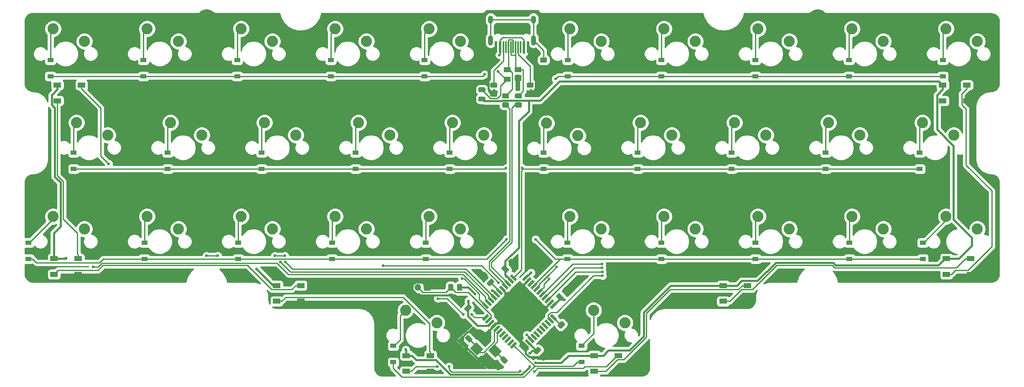
<source format=gtl>
G04 #@! TF.GenerationSoftware,KiCad,Pcbnew,(5.1.4)-1*
G04 #@! TF.CreationDate,2021-03-13T03:50:06-06:00*
G04 #@! TF.ProjectId,Treadstone32,54726561-6473-4746-9f6e-6533322e6b69,1.1*
G04 #@! TF.SameCoordinates,Original*
G04 #@! TF.FileFunction,Copper,L1,Top*
G04 #@! TF.FilePolarity,Positive*
%FSLAX46Y46*%
G04 Gerber Fmt 4.6, Leading zero omitted, Abs format (unit mm)*
G04 Created by KiCad (PCBNEW (5.1.4)-1) date 2021-03-13 03:50:06*
%MOMM*%
%LPD*%
G04 APERTURE LIST*
%ADD10R,1.200000X0.900000*%
%ADD11R,1.500000X1.000000*%
%ADD12C,2.250000*%
%ADD13C,0.100000*%
%ADD14C,1.025000*%
%ADD15R,1.400000X1.000000*%
%ADD16R,1.400000X1.200000*%
%ADD17O,1.000000X1.600000*%
%ADD18O,1.000000X2.100000*%
%ADD19R,0.300000X2.450000*%
%ADD20R,0.600000X2.450000*%
%ADD21C,0.550000*%
%ADD22O,1.350000X1.350000*%
%ADD23R,1.350000X1.350000*%
%ADD24C,0.975000*%
%ADD25C,1.000000*%
%ADD26C,1.800000*%
%ADD27C,0.600000*%
%ADD28C,0.381000*%
%ADD29C,0.250000*%
%ADD30C,0.254000*%
G04 APERTURE END LIST*
D10*
X214639860Y-126514000D03*
X214639860Y-129814000D03*
X176485860Y-126514000D03*
X176485860Y-129814000D03*
X283800860Y-105559000D03*
X283800860Y-108859000D03*
X268941860Y-105559000D03*
X268941860Y-108859000D03*
X249891860Y-105559000D03*
X249891860Y-108859000D03*
X230841860Y-105559000D03*
X230841860Y-108859000D03*
X211791860Y-105559000D03*
X211791860Y-108859000D03*
X183089860Y-105559000D03*
X183089860Y-108859000D03*
X164082192Y-105559000D03*
X164082192Y-108859000D03*
X145074526Y-105559000D03*
X145074526Y-108859000D03*
X126066860Y-105559000D03*
X126066860Y-108859000D03*
X102571860Y-105559000D03*
X102571860Y-108859000D03*
X283165860Y-87285500D03*
X283165860Y-90585500D03*
X264115860Y-87285500D03*
X264115860Y-90585500D03*
X245065860Y-87285500D03*
X245065860Y-90585500D03*
X226015860Y-87285500D03*
X226015860Y-90585500D03*
X206965860Y-87285500D03*
X206965860Y-90585500D03*
X187915860Y-87285500D03*
X187915860Y-90585500D03*
X168865860Y-87285500D03*
X168865860Y-90585500D03*
X149815860Y-87285500D03*
X149815860Y-90585500D03*
X130765860Y-87285500D03*
X130765860Y-90585500D03*
X111715860Y-87285500D03*
X111715860Y-90585500D03*
X287844860Y-68484000D03*
X287844860Y-71784000D03*
X268844860Y-68484000D03*
X268844860Y-71784000D03*
X249844860Y-68484000D03*
X249844860Y-71784000D03*
X230844860Y-68484000D03*
X230844860Y-71784000D03*
X211844860Y-68484000D03*
X211844860Y-71784000D03*
X182844860Y-68484000D03*
X182844860Y-71784000D03*
X163844860Y-68484000D03*
X163844860Y-71784000D03*
X144844860Y-68484000D03*
X144844860Y-71784000D03*
X125844860Y-68484000D03*
X125844860Y-71784000D03*
X107016860Y-68475000D03*
X107016860Y-71775000D03*
D11*
X287827860Y-73545200D03*
X287827860Y-76745200D03*
X292727860Y-73545200D03*
X292727860Y-76745200D03*
X288589860Y-108784000D03*
X288589860Y-111984000D03*
X293489860Y-108784000D03*
X293489860Y-111984000D03*
X243334560Y-114245000D03*
X243334560Y-117445000D03*
X248234560Y-114245000D03*
X248234560Y-117445000D03*
X217215860Y-128469000D03*
X217215860Y-131669000D03*
X222115860Y-128469000D03*
X222115860Y-131669000D03*
X179115860Y-128469000D03*
X179115860Y-131669000D03*
X184015860Y-128469000D03*
X184015860Y-131669000D03*
X152852760Y-114245000D03*
X152852760Y-117445000D03*
X157752760Y-114245000D03*
X157752760Y-117445000D03*
X107741860Y-108784000D03*
X107741860Y-111984000D03*
X112641860Y-108784000D03*
X112641860Y-111984000D03*
X108405560Y-73545200D03*
X108405560Y-76745200D03*
X113305560Y-73545200D03*
X113305560Y-76745200D03*
D12*
X171027500Y-102763280D03*
X164677500Y-100223280D03*
X218653700Y-64662320D03*
X212303700Y-62122320D03*
X294855620Y-102763280D03*
X288505620Y-100223280D03*
X223416320Y-121813760D03*
X217066320Y-119273760D03*
X185315360Y-121813760D03*
X178965360Y-119273760D03*
X275805140Y-102763280D03*
X269455140Y-100223280D03*
X256754660Y-102763280D03*
X250404660Y-100223280D03*
X237704180Y-102763280D03*
X231354180Y-100223280D03*
X218653700Y-102763280D03*
X212303700Y-100223280D03*
X190077980Y-102763280D03*
X183727980Y-100223280D03*
X151977020Y-102763280D03*
X145627020Y-100223280D03*
X132926540Y-102763280D03*
X126576540Y-100223280D03*
X113876060Y-102763280D03*
X107526060Y-100223280D03*
X290093000Y-83712800D03*
X283743000Y-81172800D03*
X271042520Y-83712800D03*
X264692520Y-81172800D03*
X251992040Y-83712800D03*
X245642040Y-81172800D03*
X232941560Y-83712800D03*
X226591560Y-81172800D03*
X213891080Y-83842911D03*
X207541080Y-81302911D03*
X194840600Y-83712800D03*
X188490600Y-81172800D03*
X175790120Y-83712800D03*
X169440120Y-81172800D03*
X156739640Y-83712800D03*
X150389640Y-81172800D03*
X137689160Y-83712800D03*
X131339160Y-81172800D03*
X118638680Y-83712800D03*
X112288680Y-81172800D03*
X294855620Y-64662320D03*
X288505620Y-62122320D03*
X275805140Y-64662320D03*
X269455140Y-62122320D03*
X256754660Y-64662320D03*
X250404660Y-62122320D03*
X237704180Y-64662320D03*
X231354180Y-62122320D03*
X190077980Y-64662320D03*
X183727980Y-62122320D03*
X171027500Y-64662320D03*
X164677500Y-62122320D03*
X151977020Y-64662320D03*
X145627020Y-62122320D03*
X132926540Y-64662320D03*
X126576540Y-62122320D03*
X113876060Y-64662320D03*
X107526060Y-62122320D03*
D13*
G36*
X207414365Y-69780204D02*
G01*
X207438633Y-69783804D01*
X207462432Y-69789765D01*
X207485531Y-69798030D01*
X207507710Y-69808520D01*
X207528753Y-69821132D01*
X207548459Y-69835747D01*
X207566637Y-69852223D01*
X207583113Y-69870401D01*
X207597728Y-69890107D01*
X207610340Y-69911150D01*
X207620830Y-69933329D01*
X207629095Y-69956428D01*
X207635056Y-69980227D01*
X207638656Y-70004495D01*
X207639860Y-70028999D01*
X207639860Y-70554001D01*
X207638656Y-70578505D01*
X207635056Y-70602773D01*
X207629095Y-70626572D01*
X207620830Y-70649671D01*
X207610340Y-70671850D01*
X207597728Y-70692893D01*
X207583113Y-70712599D01*
X207566637Y-70730777D01*
X207548459Y-70747253D01*
X207528753Y-70761868D01*
X207507710Y-70774480D01*
X207485531Y-70784970D01*
X207462432Y-70793235D01*
X207438633Y-70799196D01*
X207414365Y-70802796D01*
X207389861Y-70804000D01*
X206489859Y-70804000D01*
X206465355Y-70802796D01*
X206441087Y-70799196D01*
X206417288Y-70793235D01*
X206394189Y-70784970D01*
X206372010Y-70774480D01*
X206350967Y-70761868D01*
X206331261Y-70747253D01*
X206313083Y-70730777D01*
X206296607Y-70712599D01*
X206281992Y-70692893D01*
X206269380Y-70671850D01*
X206258890Y-70649671D01*
X206250625Y-70626572D01*
X206244664Y-70602773D01*
X206241064Y-70578505D01*
X206239860Y-70554001D01*
X206239860Y-70028999D01*
X206241064Y-70004495D01*
X206244664Y-69980227D01*
X206250625Y-69956428D01*
X206258890Y-69933329D01*
X206269380Y-69911150D01*
X206281992Y-69890107D01*
X206296607Y-69870401D01*
X206313083Y-69852223D01*
X206331261Y-69835747D01*
X206350967Y-69821132D01*
X206372010Y-69808520D01*
X206394189Y-69798030D01*
X206417288Y-69789765D01*
X206441087Y-69783804D01*
X206465355Y-69780204D01*
X206489859Y-69779000D01*
X207389861Y-69779000D01*
X207414365Y-69780204D01*
X207414365Y-69780204D01*
G37*
D14*
X206939860Y-70291500D03*
D13*
G36*
X207414365Y-67955204D02*
G01*
X207438633Y-67958804D01*
X207462432Y-67964765D01*
X207485531Y-67973030D01*
X207507710Y-67983520D01*
X207528753Y-67996132D01*
X207548459Y-68010747D01*
X207566637Y-68027223D01*
X207583113Y-68045401D01*
X207597728Y-68065107D01*
X207610340Y-68086150D01*
X207620830Y-68108329D01*
X207629095Y-68131428D01*
X207635056Y-68155227D01*
X207638656Y-68179495D01*
X207639860Y-68203999D01*
X207639860Y-68729001D01*
X207638656Y-68753505D01*
X207635056Y-68777773D01*
X207629095Y-68801572D01*
X207620830Y-68824671D01*
X207610340Y-68846850D01*
X207597728Y-68867893D01*
X207583113Y-68887599D01*
X207566637Y-68905777D01*
X207548459Y-68922253D01*
X207528753Y-68936868D01*
X207507710Y-68949480D01*
X207485531Y-68959970D01*
X207462432Y-68968235D01*
X207438633Y-68974196D01*
X207414365Y-68977796D01*
X207389861Y-68979000D01*
X206489859Y-68979000D01*
X206465355Y-68977796D01*
X206441087Y-68974196D01*
X206417288Y-68968235D01*
X206394189Y-68959970D01*
X206372010Y-68949480D01*
X206350967Y-68936868D01*
X206331261Y-68922253D01*
X206313083Y-68905777D01*
X206296607Y-68887599D01*
X206281992Y-68867893D01*
X206269380Y-68846850D01*
X206258890Y-68824671D01*
X206250625Y-68801572D01*
X206244664Y-68777773D01*
X206241064Y-68753505D01*
X206239860Y-68729001D01*
X206239860Y-68203999D01*
X206241064Y-68179495D01*
X206244664Y-68155227D01*
X206250625Y-68131428D01*
X206258890Y-68108329D01*
X206269380Y-68086150D01*
X206281992Y-68065107D01*
X206296607Y-68045401D01*
X206313083Y-68027223D01*
X206331261Y-68010747D01*
X206350967Y-67996132D01*
X206372010Y-67983520D01*
X206394189Y-67973030D01*
X206417288Y-67964765D01*
X206441087Y-67958804D01*
X206465355Y-67955204D01*
X206489859Y-67954000D01*
X207389861Y-67954000D01*
X207414365Y-67955204D01*
X207414365Y-67955204D01*
G37*
D14*
X206939860Y-68466500D03*
D15*
X199589860Y-72339000D03*
X199589861Y-70419001D03*
X201789860Y-70419001D03*
D16*
X201789860Y-72139000D03*
D17*
X196229860Y-60279000D03*
X204869860Y-60279000D03*
D18*
X196229860Y-64459000D03*
X204869860Y-64459000D03*
D19*
X200799860Y-65874000D03*
X200299860Y-65874000D03*
X199799860Y-65874000D03*
X201299860Y-65874000D03*
X199299860Y-65874000D03*
X201799860Y-65874000D03*
X198799860Y-65874000D03*
X202299860Y-65874000D03*
D20*
X202999860Y-65874000D03*
X198099860Y-65874000D03*
X203774860Y-65874000D03*
X197324860Y-65874000D03*
D21*
X203274750Y-112656010D03*
D13*
G36*
X202938874Y-113380794D02*
G01*
X202549966Y-112991886D01*
X203610626Y-111931226D01*
X203999534Y-112320134D01*
X202938874Y-113380794D01*
X202938874Y-113380794D01*
G37*
D21*
X203840435Y-113221696D03*
D13*
G36*
X203504559Y-113946480D02*
G01*
X203115651Y-113557572D01*
X204176311Y-112496912D01*
X204565219Y-112885820D01*
X203504559Y-113946480D01*
X203504559Y-113946480D01*
G37*
D21*
X204406120Y-113787381D03*
D13*
G36*
X204070244Y-114512165D02*
G01*
X203681336Y-114123257D01*
X204741996Y-113062597D01*
X205130904Y-113451505D01*
X204070244Y-114512165D01*
X204070244Y-114512165D01*
G37*
D21*
X204971806Y-114353066D03*
D13*
G36*
X204635930Y-115077850D02*
G01*
X204247022Y-114688942D01*
X205307682Y-113628282D01*
X205696590Y-114017190D01*
X204635930Y-115077850D01*
X204635930Y-115077850D01*
G37*
D21*
X205537491Y-114918752D03*
D13*
G36*
X205201615Y-115643536D02*
G01*
X204812707Y-115254628D01*
X205873367Y-114193968D01*
X206262275Y-114582876D01*
X205201615Y-115643536D01*
X205201615Y-115643536D01*
G37*
D21*
X206103177Y-115484437D03*
D13*
G36*
X205767301Y-116209221D02*
G01*
X205378393Y-115820313D01*
X206439053Y-114759653D01*
X206827961Y-115148561D01*
X205767301Y-116209221D01*
X205767301Y-116209221D01*
G37*
D21*
X206668862Y-116050123D03*
D13*
G36*
X206332986Y-116774907D02*
G01*
X205944078Y-116385999D01*
X207004738Y-115325339D01*
X207393646Y-115714247D01*
X206332986Y-116774907D01*
X206332986Y-116774907D01*
G37*
D21*
X207234548Y-116615808D03*
D13*
G36*
X206898672Y-117340592D02*
G01*
X206509764Y-116951684D01*
X207570424Y-115891024D01*
X207959332Y-116279932D01*
X206898672Y-117340592D01*
X206898672Y-117340592D01*
G37*
D21*
X207800233Y-117181494D03*
D13*
G36*
X207464357Y-117906278D02*
G01*
X207075449Y-117517370D01*
X208136109Y-116456710D01*
X208525017Y-116845618D01*
X207464357Y-117906278D01*
X207464357Y-117906278D01*
G37*
D21*
X208365918Y-117747179D03*
D13*
G36*
X208030042Y-118471963D02*
G01*
X207641134Y-118083055D01*
X208701794Y-117022395D01*
X209090702Y-117411303D01*
X208030042Y-118471963D01*
X208030042Y-118471963D01*
G37*
D21*
X208931604Y-118312864D03*
D13*
G36*
X208595728Y-119037648D02*
G01*
X208206820Y-118648740D01*
X209267480Y-117588080D01*
X209656388Y-117976988D01*
X208595728Y-119037648D01*
X208595728Y-119037648D01*
G37*
D21*
X208931604Y-120717028D03*
D13*
G36*
X208206820Y-120381152D02*
G01*
X208595728Y-119992244D01*
X209656388Y-121052904D01*
X209267480Y-121441812D01*
X208206820Y-120381152D01*
X208206820Y-120381152D01*
G37*
D21*
X208365918Y-121282713D03*
D13*
G36*
X207641134Y-120946837D02*
G01*
X208030042Y-120557929D01*
X209090702Y-121618589D01*
X208701794Y-122007497D01*
X207641134Y-120946837D01*
X207641134Y-120946837D01*
G37*
D21*
X207800233Y-121848398D03*
D13*
G36*
X207075449Y-121512522D02*
G01*
X207464357Y-121123614D01*
X208525017Y-122184274D01*
X208136109Y-122573182D01*
X207075449Y-121512522D01*
X207075449Y-121512522D01*
G37*
D21*
X207234548Y-122414084D03*
D13*
G36*
X206509764Y-122078208D02*
G01*
X206898672Y-121689300D01*
X207959332Y-122749960D01*
X207570424Y-123138868D01*
X206509764Y-122078208D01*
X206509764Y-122078208D01*
G37*
D21*
X206668862Y-122979769D03*
D13*
G36*
X205944078Y-122643893D02*
G01*
X206332986Y-122254985D01*
X207393646Y-123315645D01*
X207004738Y-123704553D01*
X205944078Y-122643893D01*
X205944078Y-122643893D01*
G37*
D21*
X206103177Y-123545455D03*
D13*
G36*
X205378393Y-123209579D02*
G01*
X205767301Y-122820671D01*
X206827961Y-123881331D01*
X206439053Y-124270239D01*
X205378393Y-123209579D01*
X205378393Y-123209579D01*
G37*
D21*
X205537491Y-124111140D03*
D13*
G36*
X204812707Y-123775264D02*
G01*
X205201615Y-123386356D01*
X206262275Y-124447016D01*
X205873367Y-124835924D01*
X204812707Y-123775264D01*
X204812707Y-123775264D01*
G37*
D21*
X204971806Y-124676826D03*
D13*
G36*
X204247022Y-124340950D02*
G01*
X204635930Y-123952042D01*
X205696590Y-125012702D01*
X205307682Y-125401610D01*
X204247022Y-124340950D01*
X204247022Y-124340950D01*
G37*
D21*
X204406120Y-125242511D03*
D13*
G36*
X203681336Y-124906635D02*
G01*
X204070244Y-124517727D01*
X205130904Y-125578387D01*
X204741996Y-125967295D01*
X203681336Y-124906635D01*
X203681336Y-124906635D01*
G37*
D21*
X203840435Y-125808196D03*
D13*
G36*
X203115651Y-125472320D02*
G01*
X203504559Y-125083412D01*
X204565219Y-126144072D01*
X204176311Y-126532980D01*
X203115651Y-125472320D01*
X203115651Y-125472320D01*
G37*
D21*
X203274750Y-126373882D03*
D13*
G36*
X202549966Y-126038006D02*
G01*
X202938874Y-125649098D01*
X203999534Y-126709758D01*
X203610626Y-127098666D01*
X202549966Y-126038006D01*
X202549966Y-126038006D01*
G37*
D21*
X200870586Y-126373882D03*
D13*
G36*
X200534710Y-127098666D02*
G01*
X200145802Y-126709758D01*
X201206462Y-125649098D01*
X201595370Y-126038006D01*
X200534710Y-127098666D01*
X200534710Y-127098666D01*
G37*
D21*
X200304901Y-125808196D03*
D13*
G36*
X199969025Y-126532980D02*
G01*
X199580117Y-126144072D01*
X200640777Y-125083412D01*
X201029685Y-125472320D01*
X199969025Y-126532980D01*
X199969025Y-126532980D01*
G37*
D21*
X199739216Y-125242511D03*
D13*
G36*
X199403340Y-125967295D02*
G01*
X199014432Y-125578387D01*
X200075092Y-124517727D01*
X200464000Y-124906635D01*
X199403340Y-125967295D01*
X199403340Y-125967295D01*
G37*
D21*
X199173530Y-124676826D03*
D13*
G36*
X198837654Y-125401610D02*
G01*
X198448746Y-125012702D01*
X199509406Y-123952042D01*
X199898314Y-124340950D01*
X198837654Y-125401610D01*
X198837654Y-125401610D01*
G37*
D21*
X198607845Y-124111140D03*
D13*
G36*
X198271969Y-124835924D02*
G01*
X197883061Y-124447016D01*
X198943721Y-123386356D01*
X199332629Y-123775264D01*
X198271969Y-124835924D01*
X198271969Y-124835924D01*
G37*
D21*
X198042159Y-123545455D03*
D13*
G36*
X197706283Y-124270239D02*
G01*
X197317375Y-123881331D01*
X198378035Y-122820671D01*
X198766943Y-123209579D01*
X197706283Y-124270239D01*
X197706283Y-124270239D01*
G37*
D21*
X197476474Y-122979769D03*
D13*
G36*
X197140598Y-123704553D02*
G01*
X196751690Y-123315645D01*
X197812350Y-122254985D01*
X198201258Y-122643893D01*
X197140598Y-123704553D01*
X197140598Y-123704553D01*
G37*
D21*
X196910788Y-122414084D03*
D13*
G36*
X196574912Y-123138868D02*
G01*
X196186004Y-122749960D01*
X197246664Y-121689300D01*
X197635572Y-122078208D01*
X196574912Y-123138868D01*
X196574912Y-123138868D01*
G37*
D21*
X196345103Y-121848398D03*
D13*
G36*
X196009227Y-122573182D02*
G01*
X195620319Y-122184274D01*
X196680979Y-121123614D01*
X197069887Y-121512522D01*
X196009227Y-122573182D01*
X196009227Y-122573182D01*
G37*
D21*
X195779418Y-121282713D03*
D13*
G36*
X195443542Y-122007497D02*
G01*
X195054634Y-121618589D01*
X196115294Y-120557929D01*
X196504202Y-120946837D01*
X195443542Y-122007497D01*
X195443542Y-122007497D01*
G37*
D21*
X195213732Y-120717028D03*
D13*
G36*
X194877856Y-121441812D02*
G01*
X194488948Y-121052904D01*
X195549608Y-119992244D01*
X195938516Y-120381152D01*
X194877856Y-121441812D01*
X194877856Y-121441812D01*
G37*
D21*
X195213732Y-118312864D03*
D13*
G36*
X194488948Y-117976988D02*
G01*
X194877856Y-117588080D01*
X195938516Y-118648740D01*
X195549608Y-119037648D01*
X194488948Y-117976988D01*
X194488948Y-117976988D01*
G37*
D21*
X195779418Y-117747179D03*
D13*
G36*
X195054634Y-117411303D02*
G01*
X195443542Y-117022395D01*
X196504202Y-118083055D01*
X196115294Y-118471963D01*
X195054634Y-117411303D01*
X195054634Y-117411303D01*
G37*
D21*
X196345103Y-117181494D03*
D13*
G36*
X195620319Y-116845618D02*
G01*
X196009227Y-116456710D01*
X197069887Y-117517370D01*
X196680979Y-117906278D01*
X195620319Y-116845618D01*
X195620319Y-116845618D01*
G37*
D21*
X196910788Y-116615808D03*
D13*
G36*
X196186004Y-116279932D02*
G01*
X196574912Y-115891024D01*
X197635572Y-116951684D01*
X197246664Y-117340592D01*
X196186004Y-116279932D01*
X196186004Y-116279932D01*
G37*
D21*
X197476474Y-116050123D03*
D13*
G36*
X196751690Y-115714247D02*
G01*
X197140598Y-115325339D01*
X198201258Y-116385999D01*
X197812350Y-116774907D01*
X196751690Y-115714247D01*
X196751690Y-115714247D01*
G37*
D21*
X198042159Y-115484437D03*
D13*
G36*
X197317375Y-115148561D02*
G01*
X197706283Y-114759653D01*
X198766943Y-115820313D01*
X198378035Y-116209221D01*
X197317375Y-115148561D01*
X197317375Y-115148561D01*
G37*
D21*
X198607845Y-114918752D03*
D13*
G36*
X197883061Y-114582876D02*
G01*
X198271969Y-114193968D01*
X199332629Y-115254628D01*
X198943721Y-115643536D01*
X197883061Y-114582876D01*
X197883061Y-114582876D01*
G37*
D21*
X199173530Y-114353066D03*
D13*
G36*
X198448746Y-114017190D02*
G01*
X198837654Y-113628282D01*
X199898314Y-114688942D01*
X199509406Y-115077850D01*
X198448746Y-114017190D01*
X198448746Y-114017190D01*
G37*
D21*
X199739216Y-113787381D03*
D13*
G36*
X199014432Y-113451505D02*
G01*
X199403340Y-113062597D01*
X200464000Y-114123257D01*
X200075092Y-114512165D01*
X199014432Y-113451505D01*
X199014432Y-113451505D01*
G37*
D21*
X200304901Y-113221696D03*
D13*
G36*
X199580117Y-112885820D02*
G01*
X199969025Y-112496912D01*
X201029685Y-113557572D01*
X200640777Y-113946480D01*
X199580117Y-112885820D01*
X199580117Y-112885820D01*
G37*
D21*
X200870586Y-112656010D03*
D13*
G36*
X200145802Y-112320134D02*
G01*
X200534710Y-111931226D01*
X201595370Y-112991886D01*
X201206462Y-113380794D01*
X200145802Y-112320134D01*
X200145802Y-112320134D01*
G37*
D22*
X181439860Y-114629000D03*
D23*
X183439860Y-114629000D03*
D13*
G36*
X197314365Y-73067704D02*
G01*
X197338633Y-73071304D01*
X197362432Y-73077265D01*
X197385531Y-73085530D01*
X197407710Y-73096020D01*
X197428753Y-73108632D01*
X197448459Y-73123247D01*
X197466637Y-73139723D01*
X197483113Y-73157901D01*
X197497728Y-73177607D01*
X197510340Y-73198650D01*
X197520830Y-73220829D01*
X197529095Y-73243928D01*
X197535056Y-73267727D01*
X197538656Y-73291995D01*
X197539860Y-73316499D01*
X197539860Y-73841501D01*
X197538656Y-73866005D01*
X197535056Y-73890273D01*
X197529095Y-73914072D01*
X197520830Y-73937171D01*
X197510340Y-73959350D01*
X197497728Y-73980393D01*
X197483113Y-74000099D01*
X197466637Y-74018277D01*
X197448459Y-74034753D01*
X197428753Y-74049368D01*
X197407710Y-74061980D01*
X197385531Y-74072470D01*
X197362432Y-74080735D01*
X197338633Y-74086696D01*
X197314365Y-74090296D01*
X197289861Y-74091500D01*
X196389859Y-74091500D01*
X196365355Y-74090296D01*
X196341087Y-74086696D01*
X196317288Y-74080735D01*
X196294189Y-74072470D01*
X196272010Y-74061980D01*
X196250967Y-74049368D01*
X196231261Y-74034753D01*
X196213083Y-74018277D01*
X196196607Y-74000099D01*
X196181992Y-73980393D01*
X196169380Y-73959350D01*
X196158890Y-73937171D01*
X196150625Y-73914072D01*
X196144664Y-73890273D01*
X196141064Y-73866005D01*
X196139860Y-73841501D01*
X196139860Y-73316499D01*
X196141064Y-73291995D01*
X196144664Y-73267727D01*
X196150625Y-73243928D01*
X196158890Y-73220829D01*
X196169380Y-73198650D01*
X196181992Y-73177607D01*
X196196607Y-73157901D01*
X196213083Y-73139723D01*
X196231261Y-73123247D01*
X196250967Y-73108632D01*
X196272010Y-73096020D01*
X196294189Y-73085530D01*
X196317288Y-73077265D01*
X196341087Y-73071304D01*
X196365355Y-73067704D01*
X196389859Y-73066500D01*
X197289861Y-73066500D01*
X197314365Y-73067704D01*
X197314365Y-73067704D01*
G37*
D14*
X196839860Y-73579000D03*
D13*
G36*
X197314365Y-74892704D02*
G01*
X197338633Y-74896304D01*
X197362432Y-74902265D01*
X197385531Y-74910530D01*
X197407710Y-74921020D01*
X197428753Y-74933632D01*
X197448459Y-74948247D01*
X197466637Y-74964723D01*
X197483113Y-74982901D01*
X197497728Y-75002607D01*
X197510340Y-75023650D01*
X197520830Y-75045829D01*
X197529095Y-75068928D01*
X197535056Y-75092727D01*
X197538656Y-75116995D01*
X197539860Y-75141499D01*
X197539860Y-75666501D01*
X197538656Y-75691005D01*
X197535056Y-75715273D01*
X197529095Y-75739072D01*
X197520830Y-75762171D01*
X197510340Y-75784350D01*
X197497728Y-75805393D01*
X197483113Y-75825099D01*
X197466637Y-75843277D01*
X197448459Y-75859753D01*
X197428753Y-75874368D01*
X197407710Y-75886980D01*
X197385531Y-75897470D01*
X197362432Y-75905735D01*
X197338633Y-75911696D01*
X197314365Y-75915296D01*
X197289861Y-75916500D01*
X196389859Y-75916500D01*
X196365355Y-75915296D01*
X196341087Y-75911696D01*
X196317288Y-75905735D01*
X196294189Y-75897470D01*
X196272010Y-75886980D01*
X196250967Y-75874368D01*
X196231261Y-75859753D01*
X196213083Y-75843277D01*
X196196607Y-75825099D01*
X196181992Y-75805393D01*
X196169380Y-75784350D01*
X196158890Y-75762171D01*
X196150625Y-75739072D01*
X196144664Y-75715273D01*
X196141064Y-75691005D01*
X196139860Y-75666501D01*
X196139860Y-75141499D01*
X196141064Y-75116995D01*
X196144664Y-75092727D01*
X196150625Y-75068928D01*
X196158890Y-75045829D01*
X196169380Y-75023650D01*
X196181992Y-75002607D01*
X196196607Y-74982901D01*
X196213083Y-74964723D01*
X196231261Y-74948247D01*
X196250967Y-74933632D01*
X196272010Y-74921020D01*
X196294189Y-74910530D01*
X196317288Y-74902265D01*
X196341087Y-74896304D01*
X196365355Y-74892704D01*
X196389859Y-74891500D01*
X197289861Y-74891500D01*
X197314365Y-74892704D01*
X197314365Y-74892704D01*
G37*
D14*
X196839860Y-75404000D03*
D13*
G36*
X204714365Y-73067704D02*
G01*
X204738633Y-73071304D01*
X204762432Y-73077265D01*
X204785531Y-73085530D01*
X204807710Y-73096020D01*
X204828753Y-73108632D01*
X204848459Y-73123247D01*
X204866637Y-73139723D01*
X204883113Y-73157901D01*
X204897728Y-73177607D01*
X204910340Y-73198650D01*
X204920830Y-73220829D01*
X204929095Y-73243928D01*
X204935056Y-73267727D01*
X204938656Y-73291995D01*
X204939860Y-73316499D01*
X204939860Y-73841501D01*
X204938656Y-73866005D01*
X204935056Y-73890273D01*
X204929095Y-73914072D01*
X204920830Y-73937171D01*
X204910340Y-73959350D01*
X204897728Y-73980393D01*
X204883113Y-74000099D01*
X204866637Y-74018277D01*
X204848459Y-74034753D01*
X204828753Y-74049368D01*
X204807710Y-74061980D01*
X204785531Y-74072470D01*
X204762432Y-74080735D01*
X204738633Y-74086696D01*
X204714365Y-74090296D01*
X204689861Y-74091500D01*
X203789859Y-74091500D01*
X203765355Y-74090296D01*
X203741087Y-74086696D01*
X203717288Y-74080735D01*
X203694189Y-74072470D01*
X203672010Y-74061980D01*
X203650967Y-74049368D01*
X203631261Y-74034753D01*
X203613083Y-74018277D01*
X203596607Y-74000099D01*
X203581992Y-73980393D01*
X203569380Y-73959350D01*
X203558890Y-73937171D01*
X203550625Y-73914072D01*
X203544664Y-73890273D01*
X203541064Y-73866005D01*
X203539860Y-73841501D01*
X203539860Y-73316499D01*
X203541064Y-73291995D01*
X203544664Y-73267727D01*
X203550625Y-73243928D01*
X203558890Y-73220829D01*
X203569380Y-73198650D01*
X203581992Y-73177607D01*
X203596607Y-73157901D01*
X203613083Y-73139723D01*
X203631261Y-73123247D01*
X203650967Y-73108632D01*
X203672010Y-73096020D01*
X203694189Y-73085530D01*
X203717288Y-73077265D01*
X203741087Y-73071304D01*
X203765355Y-73067704D01*
X203789859Y-73066500D01*
X204689861Y-73066500D01*
X204714365Y-73067704D01*
X204714365Y-73067704D01*
G37*
D14*
X204239860Y-73579000D03*
D13*
G36*
X204714365Y-74892704D02*
G01*
X204738633Y-74896304D01*
X204762432Y-74902265D01*
X204785531Y-74910530D01*
X204807710Y-74921020D01*
X204828753Y-74933632D01*
X204848459Y-74948247D01*
X204866637Y-74964723D01*
X204883113Y-74982901D01*
X204897728Y-75002607D01*
X204910340Y-75023650D01*
X204920830Y-75045829D01*
X204929095Y-75068928D01*
X204935056Y-75092727D01*
X204938656Y-75116995D01*
X204939860Y-75141499D01*
X204939860Y-75666501D01*
X204938656Y-75691005D01*
X204935056Y-75715273D01*
X204929095Y-75739072D01*
X204920830Y-75762171D01*
X204910340Y-75784350D01*
X204897728Y-75805393D01*
X204883113Y-75825099D01*
X204866637Y-75843277D01*
X204848459Y-75859753D01*
X204828753Y-75874368D01*
X204807710Y-75886980D01*
X204785531Y-75897470D01*
X204762432Y-75905735D01*
X204738633Y-75911696D01*
X204714365Y-75915296D01*
X204689861Y-75916500D01*
X203789859Y-75916500D01*
X203765355Y-75915296D01*
X203741087Y-75911696D01*
X203717288Y-75905735D01*
X203694189Y-75897470D01*
X203672010Y-75886980D01*
X203650967Y-75874368D01*
X203631261Y-75859753D01*
X203613083Y-75843277D01*
X203596607Y-75825099D01*
X203581992Y-75805393D01*
X203569380Y-75784350D01*
X203558890Y-75762171D01*
X203550625Y-75739072D01*
X203544664Y-75715273D01*
X203541064Y-75691005D01*
X203539860Y-75666501D01*
X203539860Y-75141499D01*
X203541064Y-75116995D01*
X203544664Y-75092727D01*
X203550625Y-75068928D01*
X203558890Y-75045829D01*
X203569380Y-75023650D01*
X203581992Y-75002607D01*
X203596607Y-74982901D01*
X203613083Y-74964723D01*
X203631261Y-74948247D01*
X203650967Y-74933632D01*
X203672010Y-74921020D01*
X203694189Y-74910530D01*
X203717288Y-74902265D01*
X203741087Y-74896304D01*
X203765355Y-74892704D01*
X203789859Y-74891500D01*
X204689861Y-74891500D01*
X204714365Y-74892704D01*
X204714365Y-74892704D01*
G37*
D14*
X204239860Y-75404000D03*
D13*
G36*
X210701712Y-121481155D02*
G01*
X210725980Y-121484755D01*
X210749779Y-121490716D01*
X210772878Y-121498981D01*
X210795057Y-121509471D01*
X210816100Y-121522083D01*
X210835806Y-121536698D01*
X210853984Y-121553174D01*
X211225216Y-121924406D01*
X211241692Y-121942584D01*
X211256307Y-121962290D01*
X211268919Y-121983333D01*
X211279409Y-122005512D01*
X211287674Y-122028611D01*
X211293635Y-122052410D01*
X211297235Y-122076678D01*
X211298439Y-122101182D01*
X211297235Y-122125686D01*
X211293635Y-122149954D01*
X211287674Y-122173753D01*
X211279409Y-122196852D01*
X211268919Y-122219031D01*
X211256307Y-122240074D01*
X211241692Y-122259780D01*
X211225216Y-122277958D01*
X210588818Y-122914356D01*
X210570640Y-122930832D01*
X210550934Y-122945447D01*
X210529891Y-122958059D01*
X210507712Y-122968549D01*
X210484613Y-122976814D01*
X210460814Y-122982775D01*
X210436546Y-122986375D01*
X210412042Y-122987579D01*
X210387538Y-122986375D01*
X210363270Y-122982775D01*
X210339471Y-122976814D01*
X210316372Y-122968549D01*
X210294193Y-122958059D01*
X210273150Y-122945447D01*
X210253444Y-122930832D01*
X210235266Y-122914356D01*
X209864034Y-122543124D01*
X209847558Y-122524946D01*
X209832943Y-122505240D01*
X209820331Y-122484197D01*
X209809841Y-122462018D01*
X209801576Y-122438919D01*
X209795615Y-122415120D01*
X209792015Y-122390852D01*
X209790811Y-122366348D01*
X209792015Y-122341844D01*
X209795615Y-122317576D01*
X209801576Y-122293777D01*
X209809841Y-122270678D01*
X209820331Y-122248499D01*
X209832943Y-122227456D01*
X209847558Y-122207750D01*
X209864034Y-122189572D01*
X210500432Y-121553174D01*
X210518610Y-121536698D01*
X210538316Y-121522083D01*
X210559359Y-121509471D01*
X210581538Y-121498981D01*
X210604637Y-121490716D01*
X210628436Y-121484755D01*
X210652704Y-121481155D01*
X210677208Y-121479951D01*
X210701712Y-121481155D01*
X210701712Y-121481155D01*
G37*
D14*
X210544625Y-122233765D03*
D13*
G36*
X211992182Y-122771625D02*
G01*
X212016450Y-122775225D01*
X212040249Y-122781186D01*
X212063348Y-122789451D01*
X212085527Y-122799941D01*
X212106570Y-122812553D01*
X212126276Y-122827168D01*
X212144454Y-122843644D01*
X212515686Y-123214876D01*
X212532162Y-123233054D01*
X212546777Y-123252760D01*
X212559389Y-123273803D01*
X212569879Y-123295982D01*
X212578144Y-123319081D01*
X212584105Y-123342880D01*
X212587705Y-123367148D01*
X212588909Y-123391652D01*
X212587705Y-123416156D01*
X212584105Y-123440424D01*
X212578144Y-123464223D01*
X212569879Y-123487322D01*
X212559389Y-123509501D01*
X212546777Y-123530544D01*
X212532162Y-123550250D01*
X212515686Y-123568428D01*
X211879288Y-124204826D01*
X211861110Y-124221302D01*
X211841404Y-124235917D01*
X211820361Y-124248529D01*
X211798182Y-124259019D01*
X211775083Y-124267284D01*
X211751284Y-124273245D01*
X211727016Y-124276845D01*
X211702512Y-124278049D01*
X211678008Y-124276845D01*
X211653740Y-124273245D01*
X211629941Y-124267284D01*
X211606842Y-124259019D01*
X211584663Y-124248529D01*
X211563620Y-124235917D01*
X211543914Y-124221302D01*
X211525736Y-124204826D01*
X211154504Y-123833594D01*
X211138028Y-123815416D01*
X211123413Y-123795710D01*
X211110801Y-123774667D01*
X211100311Y-123752488D01*
X211092046Y-123729389D01*
X211086085Y-123705590D01*
X211082485Y-123681322D01*
X211081281Y-123656818D01*
X211082485Y-123632314D01*
X211086085Y-123608046D01*
X211092046Y-123584247D01*
X211100311Y-123561148D01*
X211110801Y-123538969D01*
X211123413Y-123517926D01*
X211138028Y-123498220D01*
X211154504Y-123480042D01*
X211790902Y-122843644D01*
X211809080Y-122827168D01*
X211828786Y-122812553D01*
X211849829Y-122799941D01*
X211872008Y-122789451D01*
X211895107Y-122781186D01*
X211918906Y-122775225D01*
X211943174Y-122771625D01*
X211967678Y-122770421D01*
X211992182Y-122771625D01*
X211992182Y-122771625D01*
G37*
D14*
X211835095Y-123524235D03*
D13*
G36*
X202314365Y-75242704D02*
G01*
X202338633Y-75246304D01*
X202362432Y-75252265D01*
X202385531Y-75260530D01*
X202407710Y-75271020D01*
X202428753Y-75283632D01*
X202448459Y-75298247D01*
X202466637Y-75314723D01*
X202483113Y-75332901D01*
X202497728Y-75352607D01*
X202510340Y-75373650D01*
X202520830Y-75395829D01*
X202529095Y-75418928D01*
X202535056Y-75442727D01*
X202538656Y-75466995D01*
X202539860Y-75491499D01*
X202539860Y-76016501D01*
X202538656Y-76041005D01*
X202535056Y-76065273D01*
X202529095Y-76089072D01*
X202520830Y-76112171D01*
X202510340Y-76134350D01*
X202497728Y-76155393D01*
X202483113Y-76175099D01*
X202466637Y-76193277D01*
X202448459Y-76209753D01*
X202428753Y-76224368D01*
X202407710Y-76236980D01*
X202385531Y-76247470D01*
X202362432Y-76255735D01*
X202338633Y-76261696D01*
X202314365Y-76265296D01*
X202289861Y-76266500D01*
X201389859Y-76266500D01*
X201365355Y-76265296D01*
X201341087Y-76261696D01*
X201317288Y-76255735D01*
X201294189Y-76247470D01*
X201272010Y-76236980D01*
X201250967Y-76224368D01*
X201231261Y-76209753D01*
X201213083Y-76193277D01*
X201196607Y-76175099D01*
X201181992Y-76155393D01*
X201169380Y-76134350D01*
X201158890Y-76112171D01*
X201150625Y-76089072D01*
X201144664Y-76065273D01*
X201141064Y-76041005D01*
X201139860Y-76016501D01*
X201139860Y-75491499D01*
X201141064Y-75466995D01*
X201144664Y-75442727D01*
X201150625Y-75418928D01*
X201158890Y-75395829D01*
X201169380Y-75373650D01*
X201181992Y-75352607D01*
X201196607Y-75332901D01*
X201213083Y-75314723D01*
X201231261Y-75298247D01*
X201250967Y-75283632D01*
X201272010Y-75271020D01*
X201294189Y-75260530D01*
X201317288Y-75252265D01*
X201341087Y-75246304D01*
X201365355Y-75242704D01*
X201389859Y-75241500D01*
X202289861Y-75241500D01*
X202314365Y-75242704D01*
X202314365Y-75242704D01*
G37*
D14*
X201839860Y-75754000D03*
D13*
G36*
X202314365Y-77067704D02*
G01*
X202338633Y-77071304D01*
X202362432Y-77077265D01*
X202385531Y-77085530D01*
X202407710Y-77096020D01*
X202428753Y-77108632D01*
X202448459Y-77123247D01*
X202466637Y-77139723D01*
X202483113Y-77157901D01*
X202497728Y-77177607D01*
X202510340Y-77198650D01*
X202520830Y-77220829D01*
X202529095Y-77243928D01*
X202535056Y-77267727D01*
X202538656Y-77291995D01*
X202539860Y-77316499D01*
X202539860Y-77841501D01*
X202538656Y-77866005D01*
X202535056Y-77890273D01*
X202529095Y-77914072D01*
X202520830Y-77937171D01*
X202510340Y-77959350D01*
X202497728Y-77980393D01*
X202483113Y-78000099D01*
X202466637Y-78018277D01*
X202448459Y-78034753D01*
X202428753Y-78049368D01*
X202407710Y-78061980D01*
X202385531Y-78072470D01*
X202362432Y-78080735D01*
X202338633Y-78086696D01*
X202314365Y-78090296D01*
X202289861Y-78091500D01*
X201389859Y-78091500D01*
X201365355Y-78090296D01*
X201341087Y-78086696D01*
X201317288Y-78080735D01*
X201294189Y-78072470D01*
X201272010Y-78061980D01*
X201250967Y-78049368D01*
X201231261Y-78034753D01*
X201213083Y-78018277D01*
X201196607Y-78000099D01*
X201181992Y-77980393D01*
X201169380Y-77959350D01*
X201158890Y-77937171D01*
X201150625Y-77914072D01*
X201144664Y-77890273D01*
X201141064Y-77866005D01*
X201139860Y-77841501D01*
X201139860Y-77316499D01*
X201141064Y-77291995D01*
X201144664Y-77267727D01*
X201150625Y-77243928D01*
X201158890Y-77220829D01*
X201169380Y-77198650D01*
X201181992Y-77177607D01*
X201196607Y-77157901D01*
X201213083Y-77139723D01*
X201231261Y-77123247D01*
X201250967Y-77108632D01*
X201272010Y-77096020D01*
X201294189Y-77085530D01*
X201317288Y-77077265D01*
X201341087Y-77071304D01*
X201365355Y-77067704D01*
X201389859Y-77066500D01*
X202289861Y-77066500D01*
X202314365Y-77067704D01*
X202314365Y-77067704D01*
G37*
D14*
X201839860Y-77579000D03*
D13*
G36*
X199714365Y-75242704D02*
G01*
X199738633Y-75246304D01*
X199762432Y-75252265D01*
X199785531Y-75260530D01*
X199807710Y-75271020D01*
X199828753Y-75283632D01*
X199848459Y-75298247D01*
X199866637Y-75314723D01*
X199883113Y-75332901D01*
X199897728Y-75352607D01*
X199910340Y-75373650D01*
X199920830Y-75395829D01*
X199929095Y-75418928D01*
X199935056Y-75442727D01*
X199938656Y-75466995D01*
X199939860Y-75491499D01*
X199939860Y-76016501D01*
X199938656Y-76041005D01*
X199935056Y-76065273D01*
X199929095Y-76089072D01*
X199920830Y-76112171D01*
X199910340Y-76134350D01*
X199897728Y-76155393D01*
X199883113Y-76175099D01*
X199866637Y-76193277D01*
X199848459Y-76209753D01*
X199828753Y-76224368D01*
X199807710Y-76236980D01*
X199785531Y-76247470D01*
X199762432Y-76255735D01*
X199738633Y-76261696D01*
X199714365Y-76265296D01*
X199689861Y-76266500D01*
X198789859Y-76266500D01*
X198765355Y-76265296D01*
X198741087Y-76261696D01*
X198717288Y-76255735D01*
X198694189Y-76247470D01*
X198672010Y-76236980D01*
X198650967Y-76224368D01*
X198631261Y-76209753D01*
X198613083Y-76193277D01*
X198596607Y-76175099D01*
X198581992Y-76155393D01*
X198569380Y-76134350D01*
X198558890Y-76112171D01*
X198550625Y-76089072D01*
X198544664Y-76065273D01*
X198541064Y-76041005D01*
X198539860Y-76016501D01*
X198539860Y-75491499D01*
X198541064Y-75466995D01*
X198544664Y-75442727D01*
X198550625Y-75418928D01*
X198558890Y-75395829D01*
X198569380Y-75373650D01*
X198581992Y-75352607D01*
X198596607Y-75332901D01*
X198613083Y-75314723D01*
X198631261Y-75298247D01*
X198650967Y-75283632D01*
X198672010Y-75271020D01*
X198694189Y-75260530D01*
X198717288Y-75252265D01*
X198741087Y-75246304D01*
X198765355Y-75242704D01*
X198789859Y-75241500D01*
X199689861Y-75241500D01*
X199714365Y-75242704D01*
X199714365Y-75242704D01*
G37*
D14*
X199239860Y-75754000D03*
D13*
G36*
X199714365Y-77067704D02*
G01*
X199738633Y-77071304D01*
X199762432Y-77077265D01*
X199785531Y-77085530D01*
X199807710Y-77096020D01*
X199828753Y-77108632D01*
X199848459Y-77123247D01*
X199866637Y-77139723D01*
X199883113Y-77157901D01*
X199897728Y-77177607D01*
X199910340Y-77198650D01*
X199920830Y-77220829D01*
X199929095Y-77243928D01*
X199935056Y-77267727D01*
X199938656Y-77291995D01*
X199939860Y-77316499D01*
X199939860Y-77841501D01*
X199938656Y-77866005D01*
X199935056Y-77890273D01*
X199929095Y-77914072D01*
X199920830Y-77937171D01*
X199910340Y-77959350D01*
X199897728Y-77980393D01*
X199883113Y-78000099D01*
X199866637Y-78018277D01*
X199848459Y-78034753D01*
X199828753Y-78049368D01*
X199807710Y-78061980D01*
X199785531Y-78072470D01*
X199762432Y-78080735D01*
X199738633Y-78086696D01*
X199714365Y-78090296D01*
X199689861Y-78091500D01*
X198789859Y-78091500D01*
X198765355Y-78090296D01*
X198741087Y-78086696D01*
X198717288Y-78080735D01*
X198694189Y-78072470D01*
X198672010Y-78061980D01*
X198650967Y-78049368D01*
X198631261Y-78034753D01*
X198613083Y-78018277D01*
X198596607Y-78000099D01*
X198581992Y-77980393D01*
X198569380Y-77959350D01*
X198558890Y-77937171D01*
X198550625Y-77914072D01*
X198544664Y-77890273D01*
X198541064Y-77866005D01*
X198539860Y-77841501D01*
X198539860Y-77316499D01*
X198541064Y-77291995D01*
X198544664Y-77267727D01*
X198550625Y-77243928D01*
X198558890Y-77220829D01*
X198569380Y-77198650D01*
X198581992Y-77177607D01*
X198596607Y-77157901D01*
X198613083Y-77139723D01*
X198631261Y-77123247D01*
X198650967Y-77108632D01*
X198672010Y-77096020D01*
X198694189Y-77085530D01*
X198717288Y-77077265D01*
X198741087Y-77071304D01*
X198765355Y-77067704D01*
X198789859Y-77066500D01*
X199689861Y-77066500D01*
X199714365Y-77067704D01*
X199714365Y-77067704D01*
G37*
D14*
X199239860Y-77579000D03*
D13*
G36*
X188401865Y-113930204D02*
G01*
X188426133Y-113933804D01*
X188449932Y-113939765D01*
X188473031Y-113948030D01*
X188495210Y-113958520D01*
X188516253Y-113971132D01*
X188535959Y-113985747D01*
X188554137Y-114002223D01*
X188570613Y-114020401D01*
X188585228Y-114040107D01*
X188597840Y-114061150D01*
X188608330Y-114083329D01*
X188616595Y-114106428D01*
X188622556Y-114130227D01*
X188626156Y-114154495D01*
X188627360Y-114178999D01*
X188627360Y-115079001D01*
X188626156Y-115103505D01*
X188622556Y-115127773D01*
X188616595Y-115151572D01*
X188608330Y-115174671D01*
X188597840Y-115196850D01*
X188585228Y-115217893D01*
X188570613Y-115237599D01*
X188554137Y-115255777D01*
X188535959Y-115272253D01*
X188516253Y-115286868D01*
X188495210Y-115299480D01*
X188473031Y-115309970D01*
X188449932Y-115318235D01*
X188426133Y-115324196D01*
X188401865Y-115327796D01*
X188377361Y-115329000D01*
X187852359Y-115329000D01*
X187827855Y-115327796D01*
X187803587Y-115324196D01*
X187779788Y-115318235D01*
X187756689Y-115309970D01*
X187734510Y-115299480D01*
X187713467Y-115286868D01*
X187693761Y-115272253D01*
X187675583Y-115255777D01*
X187659107Y-115237599D01*
X187644492Y-115217893D01*
X187631880Y-115196850D01*
X187621390Y-115174671D01*
X187613125Y-115151572D01*
X187607164Y-115127773D01*
X187603564Y-115103505D01*
X187602360Y-115079001D01*
X187602360Y-114178999D01*
X187603564Y-114154495D01*
X187607164Y-114130227D01*
X187613125Y-114106428D01*
X187621390Y-114083329D01*
X187631880Y-114061150D01*
X187644492Y-114040107D01*
X187659107Y-114020401D01*
X187675583Y-114002223D01*
X187693761Y-113985747D01*
X187713467Y-113971132D01*
X187734510Y-113958520D01*
X187756689Y-113948030D01*
X187779788Y-113939765D01*
X187803587Y-113933804D01*
X187827855Y-113930204D01*
X187852359Y-113929000D01*
X188377361Y-113929000D01*
X188401865Y-113930204D01*
X188401865Y-113930204D01*
G37*
D14*
X188114860Y-114629000D03*
D13*
G36*
X190226865Y-113930204D02*
G01*
X190251133Y-113933804D01*
X190274932Y-113939765D01*
X190298031Y-113948030D01*
X190320210Y-113958520D01*
X190341253Y-113971132D01*
X190360959Y-113985747D01*
X190379137Y-114002223D01*
X190395613Y-114020401D01*
X190410228Y-114040107D01*
X190422840Y-114061150D01*
X190433330Y-114083329D01*
X190441595Y-114106428D01*
X190447556Y-114130227D01*
X190451156Y-114154495D01*
X190452360Y-114178999D01*
X190452360Y-115079001D01*
X190451156Y-115103505D01*
X190447556Y-115127773D01*
X190441595Y-115151572D01*
X190433330Y-115174671D01*
X190422840Y-115196850D01*
X190410228Y-115217893D01*
X190395613Y-115237599D01*
X190379137Y-115255777D01*
X190360959Y-115272253D01*
X190341253Y-115286868D01*
X190320210Y-115299480D01*
X190298031Y-115309970D01*
X190274932Y-115318235D01*
X190251133Y-115324196D01*
X190226865Y-115327796D01*
X190202361Y-115329000D01*
X189677359Y-115329000D01*
X189652855Y-115327796D01*
X189628587Y-115324196D01*
X189604788Y-115318235D01*
X189581689Y-115309970D01*
X189559510Y-115299480D01*
X189538467Y-115286868D01*
X189518761Y-115272253D01*
X189500583Y-115255777D01*
X189484107Y-115237599D01*
X189469492Y-115217893D01*
X189456880Y-115196850D01*
X189446390Y-115174671D01*
X189438125Y-115151572D01*
X189432164Y-115127773D01*
X189428564Y-115103505D01*
X189427360Y-115079001D01*
X189427360Y-114178999D01*
X189428564Y-114154495D01*
X189432164Y-114130227D01*
X189438125Y-114106428D01*
X189446390Y-114083329D01*
X189456880Y-114061150D01*
X189469492Y-114040107D01*
X189484107Y-114020401D01*
X189500583Y-114002223D01*
X189518761Y-113985747D01*
X189538467Y-113971132D01*
X189559510Y-113958520D01*
X189581689Y-113948030D01*
X189604788Y-113939765D01*
X189628587Y-113933804D01*
X189652855Y-113930204D01*
X189677359Y-113929000D01*
X190202361Y-113929000D01*
X190226865Y-113930204D01*
X190226865Y-113930204D01*
G37*
D14*
X189939860Y-114629000D03*
D13*
G36*
X194920002Y-74017674D02*
G01*
X194943663Y-74021184D01*
X194966867Y-74026996D01*
X194989389Y-74035054D01*
X195011013Y-74045282D01*
X195031530Y-74057579D01*
X195050743Y-74071829D01*
X195068467Y-74087893D01*
X195084531Y-74105617D01*
X195098781Y-74124830D01*
X195111078Y-74145347D01*
X195121306Y-74166971D01*
X195129364Y-74189493D01*
X195135176Y-74212697D01*
X195138686Y-74236358D01*
X195139860Y-74260250D01*
X195139860Y-74747750D01*
X195138686Y-74771642D01*
X195135176Y-74795303D01*
X195129364Y-74818507D01*
X195121306Y-74841029D01*
X195111078Y-74862653D01*
X195098781Y-74883170D01*
X195084531Y-74902383D01*
X195068467Y-74920107D01*
X195050743Y-74936171D01*
X195031530Y-74950421D01*
X195011013Y-74962718D01*
X194989389Y-74972946D01*
X194966867Y-74981004D01*
X194943663Y-74986816D01*
X194920002Y-74990326D01*
X194896110Y-74991500D01*
X193983610Y-74991500D01*
X193959718Y-74990326D01*
X193936057Y-74986816D01*
X193912853Y-74981004D01*
X193890331Y-74972946D01*
X193868707Y-74962718D01*
X193848190Y-74950421D01*
X193828977Y-74936171D01*
X193811253Y-74920107D01*
X193795189Y-74902383D01*
X193780939Y-74883170D01*
X193768642Y-74862653D01*
X193758414Y-74841029D01*
X193750356Y-74818507D01*
X193744544Y-74795303D01*
X193741034Y-74771642D01*
X193739860Y-74747750D01*
X193739860Y-74260250D01*
X193741034Y-74236358D01*
X193744544Y-74212697D01*
X193750356Y-74189493D01*
X193758414Y-74166971D01*
X193768642Y-74145347D01*
X193780939Y-74124830D01*
X193795189Y-74105617D01*
X193811253Y-74087893D01*
X193828977Y-74071829D01*
X193848190Y-74057579D01*
X193868707Y-74045282D01*
X193890331Y-74035054D01*
X193912853Y-74026996D01*
X193936057Y-74021184D01*
X193959718Y-74017674D01*
X193983610Y-74016500D01*
X194896110Y-74016500D01*
X194920002Y-74017674D01*
X194920002Y-74017674D01*
G37*
D24*
X194439860Y-74504000D03*
D13*
G36*
X194920002Y-75892674D02*
G01*
X194943663Y-75896184D01*
X194966867Y-75901996D01*
X194989389Y-75910054D01*
X195011013Y-75920282D01*
X195031530Y-75932579D01*
X195050743Y-75946829D01*
X195068467Y-75962893D01*
X195084531Y-75980617D01*
X195098781Y-75999830D01*
X195111078Y-76020347D01*
X195121306Y-76041971D01*
X195129364Y-76064493D01*
X195135176Y-76087697D01*
X195138686Y-76111358D01*
X195139860Y-76135250D01*
X195139860Y-76622750D01*
X195138686Y-76646642D01*
X195135176Y-76670303D01*
X195129364Y-76693507D01*
X195121306Y-76716029D01*
X195111078Y-76737653D01*
X195098781Y-76758170D01*
X195084531Y-76777383D01*
X195068467Y-76795107D01*
X195050743Y-76811171D01*
X195031530Y-76825421D01*
X195011013Y-76837718D01*
X194989389Y-76847946D01*
X194966867Y-76856004D01*
X194943663Y-76861816D01*
X194920002Y-76865326D01*
X194896110Y-76866500D01*
X193983610Y-76866500D01*
X193959718Y-76865326D01*
X193936057Y-76861816D01*
X193912853Y-76856004D01*
X193890331Y-76847946D01*
X193868707Y-76837718D01*
X193848190Y-76825421D01*
X193828977Y-76811171D01*
X193811253Y-76795107D01*
X193795189Y-76777383D01*
X193780939Y-76758170D01*
X193768642Y-76737653D01*
X193758414Y-76716029D01*
X193750356Y-76693507D01*
X193744544Y-76670303D01*
X193741034Y-76646642D01*
X193739860Y-76622750D01*
X193739860Y-76135250D01*
X193741034Y-76111358D01*
X193744544Y-76087697D01*
X193750356Y-76064493D01*
X193758414Y-76041971D01*
X193768642Y-76020347D01*
X193780939Y-75999830D01*
X193795189Y-75980617D01*
X193811253Y-75962893D01*
X193828977Y-75946829D01*
X193848190Y-75932579D01*
X193868707Y-75920282D01*
X193890331Y-75910054D01*
X193912853Y-75901996D01*
X193936057Y-75896184D01*
X193959718Y-75892674D01*
X193983610Y-75891500D01*
X194896110Y-75891500D01*
X194920002Y-75892674D01*
X194920002Y-75892674D01*
G37*
D24*
X194439860Y-76379000D03*
D13*
G36*
X200398767Y-108774050D02*
G01*
X200423036Y-108777650D01*
X200446834Y-108783611D01*
X200469934Y-108791876D01*
X200492112Y-108802366D01*
X200513156Y-108814979D01*
X200532861Y-108829593D01*
X200551040Y-108846069D01*
X201222791Y-109517820D01*
X201239267Y-109535999D01*
X201253881Y-109555704D01*
X201266494Y-109576748D01*
X201276984Y-109598926D01*
X201285249Y-109622026D01*
X201291210Y-109645824D01*
X201294810Y-109670093D01*
X201296014Y-109694597D01*
X201294810Y-109719101D01*
X201291210Y-109743370D01*
X201285249Y-109767168D01*
X201276984Y-109790268D01*
X201266494Y-109812446D01*
X201253881Y-109833490D01*
X201239267Y-109853195D01*
X201222791Y-109871374D01*
X200869238Y-110224927D01*
X200851059Y-110241403D01*
X200831354Y-110256017D01*
X200810310Y-110268630D01*
X200788132Y-110279120D01*
X200765032Y-110287385D01*
X200741234Y-110293346D01*
X200716965Y-110296946D01*
X200692461Y-110298150D01*
X200667957Y-110296946D01*
X200643688Y-110293346D01*
X200619890Y-110287385D01*
X200596790Y-110279120D01*
X200574612Y-110268630D01*
X200553568Y-110256017D01*
X200533863Y-110241403D01*
X200515684Y-110224927D01*
X199843933Y-109553176D01*
X199827457Y-109534997D01*
X199812843Y-109515292D01*
X199800230Y-109494248D01*
X199789740Y-109472070D01*
X199781475Y-109448970D01*
X199775514Y-109425172D01*
X199771914Y-109400903D01*
X199770710Y-109376399D01*
X199771914Y-109351895D01*
X199775514Y-109327626D01*
X199781475Y-109303828D01*
X199789740Y-109280728D01*
X199800230Y-109258550D01*
X199812843Y-109237506D01*
X199827457Y-109217801D01*
X199843933Y-109199622D01*
X200197486Y-108846069D01*
X200215665Y-108829593D01*
X200235370Y-108814979D01*
X200256414Y-108802366D01*
X200278592Y-108791876D01*
X200301692Y-108783611D01*
X200325490Y-108777650D01*
X200349759Y-108774050D01*
X200374263Y-108772846D01*
X200398767Y-108774050D01*
X200398767Y-108774050D01*
G37*
D25*
X200533362Y-109535498D03*
D13*
G36*
X199055265Y-110117552D02*
G01*
X199079534Y-110121152D01*
X199103332Y-110127113D01*
X199126432Y-110135378D01*
X199148610Y-110145868D01*
X199169654Y-110158481D01*
X199189359Y-110173095D01*
X199207538Y-110189571D01*
X199879289Y-110861322D01*
X199895765Y-110879501D01*
X199910379Y-110899206D01*
X199922992Y-110920250D01*
X199933482Y-110942428D01*
X199941747Y-110965528D01*
X199947708Y-110989326D01*
X199951308Y-111013595D01*
X199952512Y-111038099D01*
X199951308Y-111062603D01*
X199947708Y-111086872D01*
X199941747Y-111110670D01*
X199933482Y-111133770D01*
X199922992Y-111155948D01*
X199910379Y-111176992D01*
X199895765Y-111196697D01*
X199879289Y-111214876D01*
X199525736Y-111568429D01*
X199507557Y-111584905D01*
X199487852Y-111599519D01*
X199466808Y-111612132D01*
X199444630Y-111622622D01*
X199421530Y-111630887D01*
X199397732Y-111636848D01*
X199373463Y-111640448D01*
X199348959Y-111641652D01*
X199324455Y-111640448D01*
X199300186Y-111636848D01*
X199276388Y-111630887D01*
X199253288Y-111622622D01*
X199231110Y-111612132D01*
X199210066Y-111599519D01*
X199190361Y-111584905D01*
X199172182Y-111568429D01*
X198500431Y-110896678D01*
X198483955Y-110878499D01*
X198469341Y-110858794D01*
X198456728Y-110837750D01*
X198446238Y-110815572D01*
X198437973Y-110792472D01*
X198432012Y-110768674D01*
X198428412Y-110744405D01*
X198427208Y-110719901D01*
X198428412Y-110695397D01*
X198432012Y-110671128D01*
X198437973Y-110647330D01*
X198446238Y-110624230D01*
X198456728Y-110602052D01*
X198469341Y-110581008D01*
X198483955Y-110561303D01*
X198500431Y-110543124D01*
X198853984Y-110189571D01*
X198872163Y-110173095D01*
X198891868Y-110158481D01*
X198912912Y-110145868D01*
X198935090Y-110135378D01*
X198958190Y-110127113D01*
X198981988Y-110121152D01*
X199006257Y-110117552D01*
X199030761Y-110116348D01*
X199055265Y-110117552D01*
X199055265Y-110117552D01*
G37*
D25*
X199189860Y-110879000D03*
D13*
G36*
X211477016Y-114445801D02*
G01*
X211501285Y-114449401D01*
X211525083Y-114455362D01*
X211548183Y-114463627D01*
X211570361Y-114474117D01*
X211591405Y-114486730D01*
X211611110Y-114501344D01*
X211629289Y-114517820D01*
X212301040Y-115189571D01*
X212317516Y-115207750D01*
X212332130Y-115227455D01*
X212344743Y-115248499D01*
X212355233Y-115270677D01*
X212363498Y-115293777D01*
X212369459Y-115317575D01*
X212373059Y-115341844D01*
X212374263Y-115366348D01*
X212373059Y-115390852D01*
X212369459Y-115415121D01*
X212363498Y-115438919D01*
X212355233Y-115462019D01*
X212344743Y-115484197D01*
X212332130Y-115505241D01*
X212317516Y-115524946D01*
X212301040Y-115543125D01*
X211947487Y-115896678D01*
X211929308Y-115913154D01*
X211909603Y-115927768D01*
X211888559Y-115940381D01*
X211866381Y-115950871D01*
X211843281Y-115959136D01*
X211819483Y-115965097D01*
X211795214Y-115968697D01*
X211770710Y-115969901D01*
X211746206Y-115968697D01*
X211721937Y-115965097D01*
X211698139Y-115959136D01*
X211675039Y-115950871D01*
X211652861Y-115940381D01*
X211631817Y-115927768D01*
X211612112Y-115913154D01*
X211593933Y-115896678D01*
X210922182Y-115224927D01*
X210905706Y-115206748D01*
X210891092Y-115187043D01*
X210878479Y-115165999D01*
X210867989Y-115143821D01*
X210859724Y-115120721D01*
X210853763Y-115096923D01*
X210850163Y-115072654D01*
X210848959Y-115048150D01*
X210850163Y-115023646D01*
X210853763Y-114999377D01*
X210859724Y-114975579D01*
X210867989Y-114952479D01*
X210878479Y-114930301D01*
X210891092Y-114909257D01*
X210905706Y-114889552D01*
X210922182Y-114871373D01*
X211275735Y-114517820D01*
X211293914Y-114501344D01*
X211313619Y-114486730D01*
X211334663Y-114474117D01*
X211356841Y-114463627D01*
X211379941Y-114455362D01*
X211403739Y-114449401D01*
X211428008Y-114445801D01*
X211452512Y-114444597D01*
X211477016Y-114445801D01*
X211477016Y-114445801D01*
G37*
D25*
X211611611Y-115207249D03*
D13*
G36*
X210133514Y-115789303D02*
G01*
X210157783Y-115792903D01*
X210181581Y-115798864D01*
X210204681Y-115807129D01*
X210226859Y-115817619D01*
X210247903Y-115830232D01*
X210267608Y-115844846D01*
X210285787Y-115861322D01*
X210957538Y-116533073D01*
X210974014Y-116551252D01*
X210988628Y-116570957D01*
X211001241Y-116592001D01*
X211011731Y-116614179D01*
X211019996Y-116637279D01*
X211025957Y-116661077D01*
X211029557Y-116685346D01*
X211030761Y-116709850D01*
X211029557Y-116734354D01*
X211025957Y-116758623D01*
X211019996Y-116782421D01*
X211011731Y-116805521D01*
X211001241Y-116827699D01*
X210988628Y-116848743D01*
X210974014Y-116868448D01*
X210957538Y-116886627D01*
X210603985Y-117240180D01*
X210585806Y-117256656D01*
X210566101Y-117271270D01*
X210545057Y-117283883D01*
X210522879Y-117294373D01*
X210499779Y-117302638D01*
X210475981Y-117308599D01*
X210451712Y-117312199D01*
X210427208Y-117313403D01*
X210402704Y-117312199D01*
X210378435Y-117308599D01*
X210354637Y-117302638D01*
X210331537Y-117294373D01*
X210309359Y-117283883D01*
X210288315Y-117271270D01*
X210268610Y-117256656D01*
X210250431Y-117240180D01*
X209578680Y-116568429D01*
X209562204Y-116550250D01*
X209547590Y-116530545D01*
X209534977Y-116509501D01*
X209524487Y-116487323D01*
X209516222Y-116464223D01*
X209510261Y-116440425D01*
X209506661Y-116416156D01*
X209505457Y-116391652D01*
X209506661Y-116367148D01*
X209510261Y-116342879D01*
X209516222Y-116319081D01*
X209524487Y-116295981D01*
X209534977Y-116273803D01*
X209547590Y-116252759D01*
X209562204Y-116233054D01*
X209578680Y-116214875D01*
X209932233Y-115861322D01*
X209950412Y-115844846D01*
X209970117Y-115830232D01*
X209991161Y-115817619D01*
X210013339Y-115807129D01*
X210036439Y-115798864D01*
X210060237Y-115792903D01*
X210084506Y-115789303D01*
X210109010Y-115788099D01*
X210133514Y-115789303D01*
X210133514Y-115789303D01*
G37*
D25*
X210268109Y-116550751D03*
D13*
G36*
X207216965Y-128039303D02*
G01*
X207241234Y-128042903D01*
X207265032Y-128048864D01*
X207288132Y-128057129D01*
X207310310Y-128067619D01*
X207331354Y-128080232D01*
X207351059Y-128094846D01*
X207369238Y-128111322D01*
X207722791Y-128464875D01*
X207739267Y-128483054D01*
X207753881Y-128502759D01*
X207766494Y-128523803D01*
X207776984Y-128545981D01*
X207785249Y-128569081D01*
X207791210Y-128592879D01*
X207794810Y-128617148D01*
X207796014Y-128641652D01*
X207794810Y-128666156D01*
X207791210Y-128690425D01*
X207785249Y-128714223D01*
X207776984Y-128737323D01*
X207766494Y-128759501D01*
X207753881Y-128780545D01*
X207739267Y-128800250D01*
X207722791Y-128818429D01*
X207051040Y-129490180D01*
X207032861Y-129506656D01*
X207013156Y-129521270D01*
X206992112Y-129533883D01*
X206969934Y-129544373D01*
X206946834Y-129552638D01*
X206923036Y-129558599D01*
X206898767Y-129562199D01*
X206874263Y-129563403D01*
X206849759Y-129562199D01*
X206825490Y-129558599D01*
X206801692Y-129552638D01*
X206778592Y-129544373D01*
X206756414Y-129533883D01*
X206735370Y-129521270D01*
X206715665Y-129506656D01*
X206697486Y-129490180D01*
X206343933Y-129136627D01*
X206327457Y-129118448D01*
X206312843Y-129098743D01*
X206300230Y-129077699D01*
X206289740Y-129055521D01*
X206281475Y-129032421D01*
X206275514Y-129008623D01*
X206271914Y-128984354D01*
X206270710Y-128959850D01*
X206271914Y-128935346D01*
X206275514Y-128911077D01*
X206281475Y-128887279D01*
X206289740Y-128864179D01*
X206300230Y-128842001D01*
X206312843Y-128820957D01*
X206327457Y-128801252D01*
X206343933Y-128783073D01*
X207015684Y-128111322D01*
X207033863Y-128094846D01*
X207053568Y-128080232D01*
X207074612Y-128067619D01*
X207096790Y-128057129D01*
X207119890Y-128048864D01*
X207143688Y-128042903D01*
X207167957Y-128039303D01*
X207192461Y-128038099D01*
X207216965Y-128039303D01*
X207216965Y-128039303D01*
G37*
D25*
X207033362Y-128800751D03*
D13*
G36*
X205873463Y-126695801D02*
G01*
X205897732Y-126699401D01*
X205921530Y-126705362D01*
X205944630Y-126713627D01*
X205966808Y-126724117D01*
X205987852Y-126736730D01*
X206007557Y-126751344D01*
X206025736Y-126767820D01*
X206379289Y-127121373D01*
X206395765Y-127139552D01*
X206410379Y-127159257D01*
X206422992Y-127180301D01*
X206433482Y-127202479D01*
X206441747Y-127225579D01*
X206447708Y-127249377D01*
X206451308Y-127273646D01*
X206452512Y-127298150D01*
X206451308Y-127322654D01*
X206447708Y-127346923D01*
X206441747Y-127370721D01*
X206433482Y-127393821D01*
X206422992Y-127415999D01*
X206410379Y-127437043D01*
X206395765Y-127456748D01*
X206379289Y-127474927D01*
X205707538Y-128146678D01*
X205689359Y-128163154D01*
X205669654Y-128177768D01*
X205648610Y-128190381D01*
X205626432Y-128200871D01*
X205603332Y-128209136D01*
X205579534Y-128215097D01*
X205555265Y-128218697D01*
X205530761Y-128219901D01*
X205506257Y-128218697D01*
X205481988Y-128215097D01*
X205458190Y-128209136D01*
X205435090Y-128200871D01*
X205412912Y-128190381D01*
X205391868Y-128177768D01*
X205372163Y-128163154D01*
X205353984Y-128146678D01*
X205000431Y-127793125D01*
X204983955Y-127774946D01*
X204969341Y-127755241D01*
X204956728Y-127734197D01*
X204946238Y-127712019D01*
X204937973Y-127688919D01*
X204932012Y-127665121D01*
X204928412Y-127640852D01*
X204927208Y-127616348D01*
X204928412Y-127591844D01*
X204932012Y-127567575D01*
X204937973Y-127543777D01*
X204946238Y-127520677D01*
X204956728Y-127498499D01*
X204969341Y-127477455D01*
X204983955Y-127457750D01*
X205000431Y-127439571D01*
X205672182Y-126767820D01*
X205690361Y-126751344D01*
X205710066Y-126736730D01*
X205731110Y-126724117D01*
X205753288Y-126713627D01*
X205776388Y-126705362D01*
X205800186Y-126699401D01*
X205824455Y-126695801D01*
X205848959Y-126694597D01*
X205873463Y-126695801D01*
X205873463Y-126695801D01*
G37*
D25*
X205689860Y-127457249D03*
D13*
G36*
X190451712Y-116695801D02*
G01*
X190475981Y-116699401D01*
X190499779Y-116705362D01*
X190522879Y-116713627D01*
X190545057Y-116724117D01*
X190566101Y-116736730D01*
X190585806Y-116751344D01*
X190603985Y-116767820D01*
X190957538Y-117121373D01*
X190974014Y-117139552D01*
X190988628Y-117159257D01*
X191001241Y-117180301D01*
X191011731Y-117202479D01*
X191019996Y-117225579D01*
X191025957Y-117249377D01*
X191029557Y-117273646D01*
X191030761Y-117298150D01*
X191029557Y-117322654D01*
X191025957Y-117346923D01*
X191019996Y-117370721D01*
X191011731Y-117393821D01*
X191001241Y-117415999D01*
X190988628Y-117437043D01*
X190974014Y-117456748D01*
X190957538Y-117474927D01*
X190285787Y-118146678D01*
X190267608Y-118163154D01*
X190247903Y-118177768D01*
X190226859Y-118190381D01*
X190204681Y-118200871D01*
X190181581Y-118209136D01*
X190157783Y-118215097D01*
X190133514Y-118218697D01*
X190109010Y-118219901D01*
X190084506Y-118218697D01*
X190060237Y-118215097D01*
X190036439Y-118209136D01*
X190013339Y-118200871D01*
X189991161Y-118190381D01*
X189970117Y-118177768D01*
X189950412Y-118163154D01*
X189932233Y-118146678D01*
X189578680Y-117793125D01*
X189562204Y-117774946D01*
X189547590Y-117755241D01*
X189534977Y-117734197D01*
X189524487Y-117712019D01*
X189516222Y-117688919D01*
X189510261Y-117665121D01*
X189506661Y-117640852D01*
X189505457Y-117616348D01*
X189506661Y-117591844D01*
X189510261Y-117567575D01*
X189516222Y-117543777D01*
X189524487Y-117520677D01*
X189534977Y-117498499D01*
X189547590Y-117477455D01*
X189562204Y-117457750D01*
X189578680Y-117439571D01*
X190250431Y-116767820D01*
X190268610Y-116751344D01*
X190288315Y-116736730D01*
X190309359Y-116724117D01*
X190331537Y-116713627D01*
X190354637Y-116705362D01*
X190378435Y-116699401D01*
X190402704Y-116695801D01*
X190427208Y-116694597D01*
X190451712Y-116695801D01*
X190451712Y-116695801D01*
G37*
D25*
X190268109Y-117457249D03*
D13*
G36*
X191795214Y-118039303D02*
G01*
X191819483Y-118042903D01*
X191843281Y-118048864D01*
X191866381Y-118057129D01*
X191888559Y-118067619D01*
X191909603Y-118080232D01*
X191929308Y-118094846D01*
X191947487Y-118111322D01*
X192301040Y-118464875D01*
X192317516Y-118483054D01*
X192332130Y-118502759D01*
X192344743Y-118523803D01*
X192355233Y-118545981D01*
X192363498Y-118569081D01*
X192369459Y-118592879D01*
X192373059Y-118617148D01*
X192374263Y-118641652D01*
X192373059Y-118666156D01*
X192369459Y-118690425D01*
X192363498Y-118714223D01*
X192355233Y-118737323D01*
X192344743Y-118759501D01*
X192332130Y-118780545D01*
X192317516Y-118800250D01*
X192301040Y-118818429D01*
X191629289Y-119490180D01*
X191611110Y-119506656D01*
X191591405Y-119521270D01*
X191570361Y-119533883D01*
X191548183Y-119544373D01*
X191525083Y-119552638D01*
X191501285Y-119558599D01*
X191477016Y-119562199D01*
X191452512Y-119563403D01*
X191428008Y-119562199D01*
X191403739Y-119558599D01*
X191379941Y-119552638D01*
X191356841Y-119544373D01*
X191334663Y-119533883D01*
X191313619Y-119521270D01*
X191293914Y-119506656D01*
X191275735Y-119490180D01*
X190922182Y-119136627D01*
X190905706Y-119118448D01*
X190891092Y-119098743D01*
X190878479Y-119077699D01*
X190867989Y-119055521D01*
X190859724Y-119032421D01*
X190853763Y-119008623D01*
X190850163Y-118984354D01*
X190848959Y-118959850D01*
X190850163Y-118935346D01*
X190853763Y-118911077D01*
X190859724Y-118887279D01*
X190867989Y-118864179D01*
X190878479Y-118842001D01*
X190891092Y-118820957D01*
X190905706Y-118801252D01*
X190922182Y-118783073D01*
X191593933Y-118111322D01*
X191612112Y-118094846D01*
X191631817Y-118080232D01*
X191652861Y-118067619D01*
X191675039Y-118057129D01*
X191698139Y-118048864D01*
X191721937Y-118042903D01*
X191746206Y-118039303D01*
X191770710Y-118038099D01*
X191795214Y-118039303D01*
X191795214Y-118039303D01*
G37*
D25*
X191611611Y-118800751D03*
D13*
G36*
X195029961Y-111524050D02*
G01*
X195054230Y-111527650D01*
X195078028Y-111533611D01*
X195101128Y-111541876D01*
X195123306Y-111552366D01*
X195144350Y-111564979D01*
X195164055Y-111579593D01*
X195182234Y-111596069D01*
X195535787Y-111949622D01*
X195552263Y-111967801D01*
X195566877Y-111987506D01*
X195579490Y-112008550D01*
X195589980Y-112030728D01*
X195598245Y-112053828D01*
X195604206Y-112077626D01*
X195607806Y-112101895D01*
X195609010Y-112126399D01*
X195607806Y-112150903D01*
X195604206Y-112175172D01*
X195598245Y-112198970D01*
X195589980Y-112222070D01*
X195579490Y-112244248D01*
X195566877Y-112265292D01*
X195552263Y-112284997D01*
X195535787Y-112303176D01*
X194864036Y-112974927D01*
X194845857Y-112991403D01*
X194826152Y-113006017D01*
X194805108Y-113018630D01*
X194782930Y-113029120D01*
X194759830Y-113037385D01*
X194736032Y-113043346D01*
X194711763Y-113046946D01*
X194687259Y-113048150D01*
X194662755Y-113046946D01*
X194638486Y-113043346D01*
X194614688Y-113037385D01*
X194591588Y-113029120D01*
X194569410Y-113018630D01*
X194548366Y-113006017D01*
X194528661Y-112991403D01*
X194510482Y-112974927D01*
X194156929Y-112621374D01*
X194140453Y-112603195D01*
X194125839Y-112583490D01*
X194113226Y-112562446D01*
X194102736Y-112540268D01*
X194094471Y-112517168D01*
X194088510Y-112493370D01*
X194084910Y-112469101D01*
X194083706Y-112444597D01*
X194084910Y-112420093D01*
X194088510Y-112395824D01*
X194094471Y-112372026D01*
X194102736Y-112348926D01*
X194113226Y-112326748D01*
X194125839Y-112305704D01*
X194140453Y-112285999D01*
X194156929Y-112267820D01*
X194828680Y-111596069D01*
X194846859Y-111579593D01*
X194866564Y-111564979D01*
X194887608Y-111552366D01*
X194909786Y-111541876D01*
X194932886Y-111533611D01*
X194956684Y-111527650D01*
X194980953Y-111524050D01*
X195005457Y-111522846D01*
X195029961Y-111524050D01*
X195029961Y-111524050D01*
G37*
D25*
X194846358Y-112285498D03*
D13*
G36*
X196373463Y-112867552D02*
G01*
X196397732Y-112871152D01*
X196421530Y-112877113D01*
X196444630Y-112885378D01*
X196466808Y-112895868D01*
X196487852Y-112908481D01*
X196507557Y-112923095D01*
X196525736Y-112939571D01*
X196879289Y-113293124D01*
X196895765Y-113311303D01*
X196910379Y-113331008D01*
X196922992Y-113352052D01*
X196933482Y-113374230D01*
X196941747Y-113397330D01*
X196947708Y-113421128D01*
X196951308Y-113445397D01*
X196952512Y-113469901D01*
X196951308Y-113494405D01*
X196947708Y-113518674D01*
X196941747Y-113542472D01*
X196933482Y-113565572D01*
X196922992Y-113587750D01*
X196910379Y-113608794D01*
X196895765Y-113628499D01*
X196879289Y-113646678D01*
X196207538Y-114318429D01*
X196189359Y-114334905D01*
X196169654Y-114349519D01*
X196148610Y-114362132D01*
X196126432Y-114372622D01*
X196103332Y-114380887D01*
X196079534Y-114386848D01*
X196055265Y-114390448D01*
X196030761Y-114391652D01*
X196006257Y-114390448D01*
X195981988Y-114386848D01*
X195958190Y-114380887D01*
X195935090Y-114372622D01*
X195912912Y-114362132D01*
X195891868Y-114349519D01*
X195872163Y-114334905D01*
X195853984Y-114318429D01*
X195500431Y-113964876D01*
X195483955Y-113946697D01*
X195469341Y-113926992D01*
X195456728Y-113905948D01*
X195446238Y-113883770D01*
X195437973Y-113860670D01*
X195432012Y-113836872D01*
X195428412Y-113812603D01*
X195427208Y-113788099D01*
X195428412Y-113763595D01*
X195432012Y-113739326D01*
X195437973Y-113715528D01*
X195446238Y-113692428D01*
X195456728Y-113670250D01*
X195469341Y-113649206D01*
X195483955Y-113629501D01*
X195500431Y-113611322D01*
X196172182Y-112939571D01*
X196190361Y-112923095D01*
X196210066Y-112908481D01*
X196231110Y-112895868D01*
X196253288Y-112885378D01*
X196276388Y-112877113D01*
X196300186Y-112871152D01*
X196324455Y-112867552D01*
X196348959Y-112866348D01*
X196373463Y-112867552D01*
X196373463Y-112867552D01*
G37*
D25*
X196189860Y-113629000D03*
D13*
G36*
X191633514Y-124289303D02*
G01*
X191657783Y-124292903D01*
X191681581Y-124298864D01*
X191704681Y-124307129D01*
X191726859Y-124317619D01*
X191747903Y-124330232D01*
X191767608Y-124344846D01*
X191785787Y-124361322D01*
X192457538Y-125033073D01*
X192474014Y-125051252D01*
X192488628Y-125070957D01*
X192501241Y-125092001D01*
X192511731Y-125114179D01*
X192519996Y-125137279D01*
X192525957Y-125161077D01*
X192529557Y-125185346D01*
X192530761Y-125209850D01*
X192529557Y-125234354D01*
X192525957Y-125258623D01*
X192519996Y-125282421D01*
X192511731Y-125305521D01*
X192501241Y-125327699D01*
X192488628Y-125348743D01*
X192474014Y-125368448D01*
X192457538Y-125386627D01*
X192103985Y-125740180D01*
X192085806Y-125756656D01*
X192066101Y-125771270D01*
X192045057Y-125783883D01*
X192022879Y-125794373D01*
X191999779Y-125802638D01*
X191975981Y-125808599D01*
X191951712Y-125812199D01*
X191927208Y-125813403D01*
X191902704Y-125812199D01*
X191878435Y-125808599D01*
X191854637Y-125802638D01*
X191831537Y-125794373D01*
X191809359Y-125783883D01*
X191788315Y-125771270D01*
X191768610Y-125756656D01*
X191750431Y-125740180D01*
X191078680Y-125068429D01*
X191062204Y-125050250D01*
X191047590Y-125030545D01*
X191034977Y-125009501D01*
X191024487Y-124987323D01*
X191016222Y-124964223D01*
X191010261Y-124940425D01*
X191006661Y-124916156D01*
X191005457Y-124891652D01*
X191006661Y-124867148D01*
X191010261Y-124842879D01*
X191016222Y-124819081D01*
X191024487Y-124795981D01*
X191034977Y-124773803D01*
X191047590Y-124752759D01*
X191062204Y-124733054D01*
X191078680Y-124714875D01*
X191432233Y-124361322D01*
X191450412Y-124344846D01*
X191470117Y-124330232D01*
X191491161Y-124317619D01*
X191513339Y-124307129D01*
X191536439Y-124298864D01*
X191560237Y-124292903D01*
X191584506Y-124289303D01*
X191609010Y-124288099D01*
X191633514Y-124289303D01*
X191633514Y-124289303D01*
G37*
D25*
X191768109Y-125050751D03*
D13*
G36*
X192977016Y-122945801D02*
G01*
X193001285Y-122949401D01*
X193025083Y-122955362D01*
X193048183Y-122963627D01*
X193070361Y-122974117D01*
X193091405Y-122986730D01*
X193111110Y-123001344D01*
X193129289Y-123017820D01*
X193801040Y-123689571D01*
X193817516Y-123707750D01*
X193832130Y-123727455D01*
X193844743Y-123748499D01*
X193855233Y-123770677D01*
X193863498Y-123793777D01*
X193869459Y-123817575D01*
X193873059Y-123841844D01*
X193874263Y-123866348D01*
X193873059Y-123890852D01*
X193869459Y-123915121D01*
X193863498Y-123938919D01*
X193855233Y-123962019D01*
X193844743Y-123984197D01*
X193832130Y-124005241D01*
X193817516Y-124024946D01*
X193801040Y-124043125D01*
X193447487Y-124396678D01*
X193429308Y-124413154D01*
X193409603Y-124427768D01*
X193388559Y-124440381D01*
X193366381Y-124450871D01*
X193343281Y-124459136D01*
X193319483Y-124465097D01*
X193295214Y-124468697D01*
X193270710Y-124469901D01*
X193246206Y-124468697D01*
X193221937Y-124465097D01*
X193198139Y-124459136D01*
X193175039Y-124450871D01*
X193152861Y-124440381D01*
X193131817Y-124427768D01*
X193112112Y-124413154D01*
X193093933Y-124396678D01*
X192422182Y-123724927D01*
X192405706Y-123706748D01*
X192391092Y-123687043D01*
X192378479Y-123665999D01*
X192367989Y-123643821D01*
X192359724Y-123620721D01*
X192353763Y-123596923D01*
X192350163Y-123572654D01*
X192348959Y-123548150D01*
X192350163Y-123523646D01*
X192353763Y-123499377D01*
X192359724Y-123475579D01*
X192367989Y-123452479D01*
X192378479Y-123430301D01*
X192391092Y-123409257D01*
X192405706Y-123389552D01*
X192422182Y-123371373D01*
X192775735Y-123017820D01*
X192793914Y-123001344D01*
X192813619Y-122986730D01*
X192834663Y-122974117D01*
X192856841Y-122963627D01*
X192879941Y-122955362D01*
X192903739Y-122949401D01*
X192928008Y-122945801D01*
X192952512Y-122944597D01*
X192977016Y-122945801D01*
X192977016Y-122945801D01*
G37*
D25*
X193111611Y-123707249D03*
D13*
G36*
X198805265Y-128617552D02*
G01*
X198829534Y-128621152D01*
X198853332Y-128627113D01*
X198876432Y-128635378D01*
X198898610Y-128645868D01*
X198919654Y-128658481D01*
X198939359Y-128673095D01*
X198957538Y-128689571D01*
X199629289Y-129361322D01*
X199645765Y-129379501D01*
X199660379Y-129399206D01*
X199672992Y-129420250D01*
X199683482Y-129442428D01*
X199691747Y-129465528D01*
X199697708Y-129489326D01*
X199701308Y-129513595D01*
X199702512Y-129538099D01*
X199701308Y-129562603D01*
X199697708Y-129586872D01*
X199691747Y-129610670D01*
X199683482Y-129633770D01*
X199672992Y-129655948D01*
X199660379Y-129676992D01*
X199645765Y-129696697D01*
X199629289Y-129714876D01*
X199275736Y-130068429D01*
X199257557Y-130084905D01*
X199237852Y-130099519D01*
X199216808Y-130112132D01*
X199194630Y-130122622D01*
X199171530Y-130130887D01*
X199147732Y-130136848D01*
X199123463Y-130140448D01*
X199098959Y-130141652D01*
X199074455Y-130140448D01*
X199050186Y-130136848D01*
X199026388Y-130130887D01*
X199003288Y-130122622D01*
X198981110Y-130112132D01*
X198960066Y-130099519D01*
X198940361Y-130084905D01*
X198922182Y-130068429D01*
X198250431Y-129396678D01*
X198233955Y-129378499D01*
X198219341Y-129358794D01*
X198206728Y-129337750D01*
X198196238Y-129315572D01*
X198187973Y-129292472D01*
X198182012Y-129268674D01*
X198178412Y-129244405D01*
X198177208Y-129219901D01*
X198178412Y-129195397D01*
X198182012Y-129171128D01*
X198187973Y-129147330D01*
X198196238Y-129124230D01*
X198206728Y-129102052D01*
X198219341Y-129081008D01*
X198233955Y-129061303D01*
X198250431Y-129043124D01*
X198603984Y-128689571D01*
X198622163Y-128673095D01*
X198641868Y-128658481D01*
X198662912Y-128645868D01*
X198685090Y-128635378D01*
X198708190Y-128627113D01*
X198731988Y-128621152D01*
X198756257Y-128617552D01*
X198780761Y-128616348D01*
X198805265Y-128617552D01*
X198805265Y-128617552D01*
G37*
D25*
X198939860Y-129379000D03*
D13*
G36*
X197461763Y-129961054D02*
G01*
X197486032Y-129964654D01*
X197509830Y-129970615D01*
X197532930Y-129978880D01*
X197555108Y-129989370D01*
X197576152Y-130001983D01*
X197595857Y-130016597D01*
X197614036Y-130033073D01*
X198285787Y-130704824D01*
X198302263Y-130723003D01*
X198316877Y-130742708D01*
X198329490Y-130763752D01*
X198339980Y-130785930D01*
X198348245Y-130809030D01*
X198354206Y-130832828D01*
X198357806Y-130857097D01*
X198359010Y-130881601D01*
X198357806Y-130906105D01*
X198354206Y-130930374D01*
X198348245Y-130954172D01*
X198339980Y-130977272D01*
X198329490Y-130999450D01*
X198316877Y-131020494D01*
X198302263Y-131040199D01*
X198285787Y-131058378D01*
X197932234Y-131411931D01*
X197914055Y-131428407D01*
X197894350Y-131443021D01*
X197873306Y-131455634D01*
X197851128Y-131466124D01*
X197828028Y-131474389D01*
X197804230Y-131480350D01*
X197779961Y-131483950D01*
X197755457Y-131485154D01*
X197730953Y-131483950D01*
X197706684Y-131480350D01*
X197682886Y-131474389D01*
X197659786Y-131466124D01*
X197637608Y-131455634D01*
X197616564Y-131443021D01*
X197596859Y-131428407D01*
X197578680Y-131411931D01*
X196906929Y-130740180D01*
X196890453Y-130722001D01*
X196875839Y-130702296D01*
X196863226Y-130681252D01*
X196852736Y-130659074D01*
X196844471Y-130635974D01*
X196838510Y-130612176D01*
X196834910Y-130587907D01*
X196833706Y-130563403D01*
X196834910Y-130538899D01*
X196838510Y-130514630D01*
X196844471Y-130490832D01*
X196852736Y-130467732D01*
X196863226Y-130445554D01*
X196875839Y-130424510D01*
X196890453Y-130404805D01*
X196906929Y-130386626D01*
X197260482Y-130033073D01*
X197278661Y-130016597D01*
X197298366Y-130001983D01*
X197319410Y-129989370D01*
X197341588Y-129978880D01*
X197364688Y-129970615D01*
X197388486Y-129964654D01*
X197412755Y-129961054D01*
X197437259Y-129959850D01*
X197461763Y-129961054D01*
X197461763Y-129961054D01*
G37*
D25*
X197596358Y-130722502D03*
D26*
X197069888Y-127480504D03*
D13*
G36*
X198448746Y-127586570D02*
G01*
X197175954Y-128859362D01*
X195691030Y-127374438D01*
X196963822Y-126101646D01*
X198448746Y-127586570D01*
X198448746Y-127586570D01*
G37*
D26*
X195019278Y-125429894D03*
D13*
G36*
X196398136Y-125535960D02*
G01*
X195125344Y-126808752D01*
X193640420Y-125323828D01*
X194913212Y-124051036D01*
X196398136Y-125535960D01*
X196398136Y-125535960D01*
G37*
D26*
X193392932Y-127056240D03*
D13*
G36*
X194771790Y-127162306D02*
G01*
X193498998Y-128435098D01*
X192014074Y-126950174D01*
X193286866Y-125677382D01*
X194771790Y-127162306D01*
X194771790Y-127162306D01*
G37*
D26*
X195443542Y-129106850D03*
D13*
G36*
X196822400Y-129212916D02*
G01*
X195549608Y-130485708D01*
X194064684Y-129000784D01*
X195337476Y-127727992D01*
X196822400Y-129212916D01*
X196822400Y-129212916D01*
G37*
D27*
X212239860Y-114579000D03*
X213139860Y-122779000D03*
X201239860Y-108879000D03*
X202311496Y-114750636D03*
X193839860Y-111579000D03*
X191039860Y-116579000D03*
X215239860Y-101979000D03*
X216939860Y-126079000D03*
X195339860Y-106279000D03*
X203639860Y-83579000D03*
X238989860Y-59279000D03*
X200839860Y-62129000D03*
X193789860Y-119329000D03*
X201689860Y-73129000D03*
X204439860Y-74629000D03*
X196939860Y-74629000D03*
X115398860Y-108098000D03*
X291293860Y-88921000D03*
X257638860Y-112924000D03*
X106127860Y-92350000D03*
X214966860Y-132101000D03*
X144481860Y-112670000D03*
X186010860Y-131847000D03*
X176612860Y-118004000D03*
X227158860Y-131466000D03*
X241001860Y-117369000D03*
X118446860Y-111908000D03*
X110064860Y-84095000D03*
X106762860Y-103272000D03*
X208061244Y-112900384D03*
X195027860Y-71379000D03*
X209366081Y-72305221D03*
X199345860Y-90445000D03*
X202647860Y-90379000D03*
X199439860Y-104879000D03*
X205339860Y-104879000D03*
X115652860Y-110511000D03*
X153625860Y-109495000D03*
X154641860Y-109495000D03*
X197839860Y-113679000D03*
X203539860Y-124279000D03*
X174453860Y-110257000D03*
X190439860Y-112879000D03*
X199439860Y-112379000D03*
X191689860Y-117379000D03*
X211189860Y-117129000D03*
X204439860Y-111629000D03*
X193064860Y-116004000D03*
X196546393Y-115272467D03*
X110191860Y-108733000D03*
X204171543Y-127969268D03*
X204171860Y-130704000D03*
X205366703Y-129986101D03*
X148799860Y-110892000D03*
X179025868Y-127275000D03*
X197998566Y-67431183D03*
X197689860Y-70754000D03*
X209569302Y-110508442D03*
X218773864Y-109879000D03*
X218817863Y-110679003D03*
X218855866Y-111479006D03*
X218913851Y-112279009D03*
X118827860Y-89556000D03*
X185502860Y-116878999D03*
X190709860Y-120163000D03*
X192360860Y-120163000D03*
X138639860Y-108225000D03*
X140925864Y-108225000D03*
X152482864Y-108225000D03*
X154514854Y-108225000D03*
X185411052Y-130668808D03*
X187788860Y-130704000D03*
X202223102Y-131652649D03*
X205060860Y-131720000D03*
D28*
X195749350Y-74313490D02*
X196839860Y-75404000D01*
X195749350Y-67449510D02*
X195749350Y-74313490D01*
X197324860Y-65874000D02*
X195749350Y-67449510D01*
X193296633Y-123707249D02*
X195019278Y-125429894D01*
X193111611Y-123707249D02*
X193296633Y-123707249D01*
X195980706Y-129106850D02*
X197596358Y-130722502D01*
X195443542Y-129106850D02*
X195980706Y-129106850D01*
X197460397Y-121864475D02*
X196910788Y-122414084D01*
X198765343Y-121864475D02*
X197460397Y-121864475D01*
X203274750Y-126373882D02*
X198765343Y-121864475D01*
X199157453Y-120167419D02*
X196910788Y-122414084D01*
X206951690Y-119161407D02*
X199157453Y-119161407D01*
X208365918Y-117747179D02*
X206951690Y-119161407D01*
X199157453Y-119161407D02*
X199157453Y-120167419D01*
X199900724Y-117161407D02*
X199157453Y-117161407D01*
X199157453Y-115658557D02*
X199157453Y-117161407D01*
X198607845Y-115108949D02*
X199157453Y-115658557D01*
X198607845Y-114918752D02*
X198607845Y-115108949D01*
X199157453Y-117561407D02*
X199157453Y-119161407D01*
X199157453Y-115658557D02*
X199157453Y-117561407D01*
X199157453Y-117161407D02*
X199157453Y-117561407D01*
X195019278Y-124305594D02*
X195019278Y-125429894D01*
X196910788Y-122414084D02*
X195019278Y-124305594D01*
X191534041Y-123707249D02*
X193111611Y-123707249D01*
X190614947Y-124626343D02*
X191534041Y-123707249D01*
X190614947Y-126103313D02*
X190614947Y-124626343D01*
X193618484Y-129106850D02*
X190614947Y-126103313D01*
X195443542Y-129106850D02*
X193618484Y-129106850D01*
X211611611Y-115207249D02*
X212239860Y-114579000D01*
X212580330Y-122779000D02*
X211835095Y-123524235D01*
X213139860Y-122779000D02*
X212580330Y-122779000D01*
X207033362Y-128325968D02*
X207033362Y-128800751D01*
X211835095Y-123524235D02*
X207033362Y-128325968D01*
X200583362Y-109535498D02*
X201239860Y-108879000D01*
X200533362Y-109535498D02*
X200583362Y-109535498D01*
X202311496Y-114750636D02*
X199900724Y-117161407D01*
X203840435Y-113221696D02*
X202311496Y-114750636D01*
X194546358Y-112285498D02*
X193839860Y-111579000D01*
X194846358Y-112285498D02*
X194546358Y-112285498D01*
X190268109Y-117350751D02*
X191039860Y-116579000D01*
X190268109Y-117457249D02*
X190268109Y-117350751D01*
X188999359Y-116188499D02*
X190268109Y-117457249D01*
X181422417Y-116188499D02*
X188999359Y-116188499D01*
X180374359Y-115140441D02*
X181422417Y-116188499D01*
X180374359Y-114117559D02*
X180374359Y-115140441D01*
X180928419Y-113563499D02*
X180374359Y-114117559D01*
X182374359Y-113563499D02*
X180928419Y-113563499D01*
X183439860Y-114629000D02*
X182374359Y-113563499D01*
X201789860Y-73029000D02*
X201689860Y-73129000D01*
X201789860Y-72139000D02*
X201789860Y-73029000D01*
X204439860Y-75204000D02*
X204239860Y-75404000D01*
X204439860Y-74629000D02*
X204439860Y-75204000D01*
X196939860Y-75304000D02*
X196839860Y-75404000D01*
X196939860Y-74629000D02*
X196939860Y-75304000D01*
X205330370Y-74313490D02*
X204239860Y-75404000D01*
X205330370Y-67429510D02*
X205330370Y-74313490D01*
X203774860Y-65874000D02*
X205330370Y-67429510D01*
X203274750Y-128049004D02*
X204026497Y-128800751D01*
X203274750Y-126373882D02*
X203274750Y-128049004D01*
X206229426Y-128800751D02*
X207033362Y-128800751D01*
X204026497Y-128800751D02*
X206229426Y-128800751D01*
D29*
X208061244Y-112900384D02*
X207039860Y-113921768D01*
X207039860Y-113921768D02*
X207039860Y-114579000D01*
X207008614Y-114579000D02*
X206103177Y-115484437D01*
X207039860Y-114579000D02*
X207008614Y-114579000D01*
X125835860Y-71775000D02*
X125844860Y-71784000D01*
X107016860Y-71775000D02*
X125835860Y-71775000D01*
X126694860Y-71784000D02*
X144844860Y-71784000D01*
X125844860Y-71784000D02*
X126694860Y-71784000D01*
X144844860Y-71784000D02*
X163844860Y-71784000D01*
X163844860Y-71784000D02*
X182844860Y-71784000D01*
X194622860Y-71784000D02*
X195027860Y-71379000D01*
X182844860Y-71784000D02*
X194622860Y-71784000D01*
X287844860Y-71784000D02*
X268844860Y-71784000D01*
X268844860Y-71784000D02*
X249844860Y-71784000D01*
X249844860Y-71784000D02*
X230844860Y-71784000D01*
X230844860Y-71784000D02*
X211844860Y-71784000D01*
X211844860Y-71784000D02*
X209887302Y-71784000D01*
X209887302Y-71784000D02*
X209366081Y-72305221D01*
X107016860Y-62631520D02*
X107526060Y-62122320D01*
X107016860Y-68475000D02*
X107016860Y-62631520D01*
X125844860Y-62854000D02*
X126576540Y-62122320D01*
X125844860Y-68484000D02*
X125844860Y-62854000D01*
X202455370Y-111071226D02*
X200870586Y-112656010D01*
X111715860Y-90585500D02*
X130765860Y-90585500D01*
X130765860Y-90585500D02*
X149815860Y-90585500D01*
X149815860Y-90585500D02*
X168865860Y-90585500D01*
X168865860Y-90585500D02*
X187915860Y-90585500D01*
X199205360Y-90585500D02*
X199345860Y-90445000D01*
X187915860Y-90585500D02*
X199205360Y-90585500D01*
X206965860Y-90585500D02*
X226015860Y-90585500D01*
X226015860Y-90585500D02*
X245065860Y-90585500D01*
X245065860Y-90585500D02*
X264115860Y-90585500D01*
X264115860Y-90585500D02*
X283165860Y-90585500D01*
X202854360Y-90585500D02*
X202647860Y-90379000D01*
X206965860Y-90585500D02*
X202854360Y-90585500D01*
X202455370Y-90995754D02*
X202455370Y-98384490D01*
X202647860Y-90803264D02*
X202455370Y-90995754D01*
X202647860Y-90379000D02*
X202647860Y-90803264D01*
X202455370Y-98079000D02*
X202455370Y-98384490D01*
X202455370Y-98384490D02*
X202455370Y-111071226D01*
X204971806Y-114222054D02*
X204971806Y-114353066D01*
X126066860Y-108859000D02*
X145074526Y-108859000D01*
X145074526Y-108859000D02*
X164082192Y-108859000D01*
X102571860Y-108859000D02*
X103421860Y-108859000D01*
X103421860Y-108859000D02*
X104171861Y-109609001D01*
X125216860Y-108859000D02*
X126066860Y-108859000D01*
X117683743Y-108859000D02*
X125216860Y-108859000D01*
X104171861Y-109609001D02*
X116933742Y-109609001D01*
X116933742Y-109609001D02*
X117683743Y-108859000D01*
X164082192Y-108859000D02*
X183089860Y-108859000D01*
X195459860Y-108859000D02*
X196195860Y-108123000D01*
X183089860Y-108859000D02*
X195459860Y-108859000D01*
X196195860Y-108123000D02*
X199439860Y-104879000D01*
X209602360Y-109591500D02*
X210334860Y-108859000D01*
X209602360Y-109591500D02*
X204971806Y-114222054D01*
X209939860Y-109254000D02*
X209602360Y-109591500D01*
X209319860Y-108859000D02*
X205339860Y-104879000D01*
X210520860Y-108859000D02*
X209319860Y-108859000D01*
X210520860Y-108859000D02*
X211791860Y-108859000D01*
X210334860Y-108859000D02*
X210520860Y-108859000D01*
X211791860Y-108859000D02*
X230841860Y-108859000D01*
X230841860Y-108859000D02*
X249891860Y-108859000D01*
X249891860Y-108859000D02*
X268941860Y-108859000D01*
X268941860Y-108859000D02*
X283800860Y-108859000D01*
X144844860Y-62904480D02*
X145627020Y-62122320D01*
X144844860Y-68484000D02*
X144844860Y-62904480D01*
X163844860Y-62954960D02*
X164677500Y-62122320D01*
X163844860Y-68484000D02*
X163844860Y-62954960D01*
X182844860Y-63005440D02*
X183727980Y-62122320D01*
X182844860Y-68484000D02*
X182844860Y-63005440D01*
X211844860Y-62581160D02*
X212303700Y-62122320D01*
X211844860Y-68666500D02*
X211844860Y-62581160D01*
X230844860Y-62631640D02*
X231354180Y-62122320D01*
X230844860Y-68484000D02*
X230844860Y-62631640D01*
X249844860Y-62682120D02*
X250404660Y-62122320D01*
X249844860Y-68666500D02*
X249844860Y-62682120D01*
X268844860Y-62732600D02*
X269455140Y-62122320D01*
X268844860Y-68484000D02*
X268844860Y-62732600D01*
X287844860Y-62783080D02*
X288505620Y-62122320D01*
X287844860Y-68484000D02*
X287844860Y-62783080D01*
X111715860Y-81745620D02*
X112288680Y-81172800D01*
X111715860Y-87285500D02*
X111715860Y-81745620D01*
X130765860Y-81746100D02*
X131339160Y-81172800D01*
X130765860Y-87285500D02*
X130765860Y-81746100D01*
X149815860Y-81746580D02*
X150389640Y-81172800D01*
X149815860Y-87285500D02*
X149815860Y-81746580D01*
X168865860Y-81747060D02*
X169440120Y-81172800D01*
X168865860Y-87285500D02*
X168865860Y-81747060D01*
X187915860Y-81747540D02*
X188490600Y-81172800D01*
X187915860Y-87285500D02*
X187915860Y-81747540D01*
X200870586Y-126373882D02*
X205137442Y-130640738D01*
X205137442Y-130640738D02*
X205143191Y-130634989D01*
X178263860Y-132858660D02*
X179910520Y-132858660D01*
X176485860Y-131080660D02*
X178263860Y-132858660D01*
X176485860Y-129814000D02*
X176485860Y-131080660D01*
X179910520Y-132858660D02*
X202919520Y-132858660D01*
X212992758Y-130611102D02*
X213789860Y-129814000D01*
X204940520Y-130824340D02*
X205153758Y-130611102D01*
X204940520Y-130837660D02*
X204940520Y-130824340D01*
X202919520Y-132858660D02*
X204940520Y-130837660D01*
X213789860Y-129814000D02*
X214639860Y-129814000D01*
X205153758Y-130611102D02*
X212992758Y-130611102D01*
X204940520Y-130837660D02*
X205137442Y-130640738D01*
X206965860Y-81878131D02*
X207541080Y-81302911D01*
X206965860Y-87285500D02*
X206965860Y-81878131D01*
X226015860Y-81748500D02*
X226591560Y-81172800D01*
X226015860Y-87285500D02*
X226015860Y-81748500D01*
X245065860Y-81748980D02*
X245642040Y-81172800D01*
X245065860Y-87285500D02*
X245065860Y-81748980D01*
X264115860Y-81749460D02*
X264692520Y-81172800D01*
X264115860Y-87285500D02*
X264115860Y-81749460D01*
X283165860Y-81749940D02*
X283743000Y-81172800D01*
X283165860Y-87285500D02*
X283165860Y-81749940D01*
X107526060Y-100754800D02*
X107526060Y-100223280D01*
X102721860Y-105559000D02*
X107526060Y-100754800D01*
X102571860Y-105559000D02*
X102721860Y-105559000D01*
X126066860Y-100732960D02*
X126576540Y-100223280D01*
X126066860Y-105559000D02*
X126066860Y-100732960D01*
X145074526Y-100775774D02*
X145627020Y-100223280D01*
X145074526Y-105559000D02*
X145074526Y-100775774D01*
X164082192Y-100818588D02*
X164677500Y-100223280D01*
X164082192Y-105559000D02*
X164082192Y-100818588D01*
X183089860Y-100861400D02*
X183727980Y-100223280D01*
X183089860Y-105559000D02*
X183089860Y-100861400D01*
X211791860Y-100735120D02*
X212303700Y-100223280D01*
X211791860Y-105559000D02*
X211791860Y-100735120D01*
X230841860Y-100735600D02*
X231354180Y-100223280D01*
X230841860Y-105559000D02*
X230841860Y-100735600D01*
X249891860Y-100736080D02*
X250404660Y-100223280D01*
X249891860Y-105559000D02*
X249891860Y-100736080D01*
X268941860Y-100736560D02*
X269455140Y-100223280D01*
X268941860Y-105559000D02*
X268941860Y-100736560D01*
X288505620Y-101004240D02*
X288505620Y-100223280D01*
X283950860Y-105559000D02*
X288505620Y-101004240D01*
X283800860Y-105559000D02*
X283950860Y-105559000D01*
X177882860Y-120356260D02*
X178965360Y-119273760D01*
X177882860Y-125267000D02*
X177882860Y-120356260D01*
X176485860Y-126514000D02*
X176635860Y-126514000D01*
X176635860Y-126514000D02*
X177882860Y-125267000D01*
X217066320Y-120864750D02*
X217066320Y-119273760D01*
X214639860Y-126404000D02*
X217066320Y-123977540D01*
X217066320Y-123977540D02*
X217066320Y-120864750D01*
X187114859Y-115629001D02*
X188114860Y-114629000D01*
X182439861Y-115629001D02*
X187114859Y-115629001D01*
X181439860Y-114629000D02*
X182439861Y-115629001D01*
X196263526Y-120211202D02*
X196263526Y-120798605D01*
X196263526Y-120798605D02*
X195779418Y-121282713D01*
X191706334Y-115654010D02*
X196263526Y-120211202D01*
X189139870Y-115654010D02*
X191706334Y-115654010D01*
X188114860Y-114629000D02*
X189139870Y-115654010D01*
X155239654Y-111997794D02*
X190620066Y-111997794D01*
X190620066Y-111997794D02*
X195178378Y-116556106D01*
X115652860Y-110511000D02*
X116668155Y-110511000D01*
X195178378Y-116556106D02*
X195178378Y-117146139D01*
X195178378Y-117146139D02*
X195779418Y-117747179D01*
X152945870Y-109704010D02*
X155239654Y-111997794D01*
X117475145Y-109704009D02*
X152945870Y-109704010D01*
X116668155Y-110511000D02*
X117475145Y-109704009D01*
X153925859Y-109794999D02*
X153625860Y-109495000D01*
X196345103Y-117181494D02*
X195744063Y-116580454D01*
X195744063Y-116580454D02*
X195744063Y-116237907D01*
X190970566Y-111464410D02*
X155595270Y-111464410D01*
X155595270Y-111464410D02*
X153925859Y-109794999D01*
X195744063Y-116237907D02*
X190970566Y-111464410D01*
X191186980Y-110892000D02*
X156038860Y-110892000D01*
X196910788Y-116615808D02*
X191186980Y-110892000D01*
X156038860Y-110892000D02*
X154641860Y-109495000D01*
X204406120Y-125145260D02*
X203539860Y-124279000D01*
X204406120Y-125242511D02*
X204406120Y-125145260D01*
X174878124Y-110257000D02*
X174453860Y-110257000D01*
X194417860Y-110257000D02*
X174878124Y-110257000D01*
X197839860Y-113679000D02*
X194417860Y-110257000D01*
X190864862Y-112879000D02*
X193939860Y-115953998D01*
X190439860Y-112879000D02*
X190864862Y-112879000D01*
X193939860Y-117038992D02*
X195213732Y-118312864D01*
X193939860Y-116679000D02*
X193939860Y-117038992D01*
X193939860Y-115953998D02*
X193939860Y-116679000D01*
X197069888Y-127509028D02*
X197069888Y-127480504D01*
X198939860Y-129379000D02*
X197069888Y-127509028D01*
X197558051Y-124029563D02*
X198042159Y-123545455D01*
X197558051Y-125684191D02*
X197558051Y-124029563D01*
X197069888Y-126172354D02*
X197558051Y-125684191D01*
X197069888Y-127480504D02*
X197069888Y-126172354D01*
X196992365Y-123463878D02*
X197476474Y-122979769D01*
X196992365Y-125613467D02*
X196992365Y-123463878D01*
X194135394Y-127798702D02*
X194807130Y-127798702D01*
X194807130Y-127798702D02*
X196992365Y-125613467D01*
X193392932Y-127056240D02*
X194135394Y-127798702D01*
X193392932Y-126675574D02*
X193392932Y-127056240D01*
X191768109Y-125050751D02*
X193392932Y-126675574D01*
X198042159Y-115481299D02*
X198042159Y-115484437D01*
X196189860Y-113629000D02*
X198042159Y-115481299D01*
D28*
X199189860Y-110879000D02*
X199189860Y-112106655D01*
X199451032Y-112367828D02*
X199439860Y-112379000D01*
X199189860Y-112106655D02*
X199451032Y-112367828D01*
X199451032Y-112367828D02*
X200304901Y-113221696D01*
X191689860Y-118722502D02*
X191611611Y-118800751D01*
X191689860Y-117379000D02*
X191689860Y-118722502D01*
X205489488Y-127457249D02*
X203840435Y-125808196D01*
X205689860Y-127457249D02*
X205489488Y-127457249D01*
X210846358Y-117129000D02*
X210268109Y-116550751D01*
X211189860Y-117129000D02*
X210846358Y-117129000D01*
X210268109Y-116976359D02*
X208931604Y-118312864D01*
X210268109Y-116550751D02*
X210268109Y-116976359D01*
X204301760Y-111629000D02*
X203274750Y-112656010D01*
X204439860Y-111629000D02*
X204301760Y-111629000D01*
X191689860Y-114629000D02*
X193064860Y-116004000D01*
X189939860Y-114629000D02*
X191689860Y-114629000D01*
X199189860Y-109301430D02*
X199189860Y-110879000D01*
X201939860Y-106551430D02*
X199189860Y-109301430D01*
X201939860Y-80851229D02*
X201939860Y-106551430D01*
X196698818Y-115272467D02*
X197476474Y-116050123D01*
X196546393Y-115272467D02*
X196698818Y-115272467D01*
X203939860Y-78851229D02*
X201939860Y-80851229D01*
X203939860Y-76879000D02*
X203939860Y-78851229D01*
X203736850Y-76675990D02*
X203939860Y-76879000D01*
X194817880Y-76757020D02*
X194439860Y-76379000D01*
X198443520Y-76757020D02*
X194817880Y-76757020D01*
X198524550Y-76675990D02*
X198443520Y-76757020D01*
X108405560Y-73545200D02*
X108405560Y-74426200D01*
X108405560Y-74426200D02*
X107265059Y-75566701D01*
X107741860Y-107903000D02*
X107741860Y-108784000D01*
X107681659Y-107842799D02*
X107741860Y-107903000D01*
X107681659Y-103623201D02*
X107681659Y-107842799D01*
X109041561Y-102263299D02*
X107681659Y-103623201D01*
X109041561Y-93325742D02*
X107890050Y-92174231D01*
X109041561Y-99977299D02*
X109041561Y-93325742D01*
X109041561Y-99977299D02*
X109041561Y-102263299D01*
X109041561Y-99495839D02*
X109041561Y-99977299D01*
X107890050Y-92174231D02*
X107890050Y-78126000D01*
X107265059Y-77557601D02*
X107265059Y-77369801D01*
X107833458Y-78126000D02*
X107265059Y-77557601D01*
X107890050Y-78126000D02*
X107833458Y-78126000D01*
X107265059Y-75566701D02*
X107265059Y-77369801D01*
X107741860Y-108784000D02*
X110140860Y-108784000D01*
X110140860Y-108784000D02*
X110191860Y-108733000D01*
X205689860Y-127457249D02*
X204683562Y-127457249D01*
X204683562Y-127457249D02*
X204471542Y-127669269D01*
X204471542Y-127669269D02*
X204171543Y-127969268D01*
X202532711Y-132343149D02*
X203871861Y-131003999D01*
X179115860Y-128469000D02*
X180246860Y-128469000D01*
X188061909Y-132343149D02*
X202532711Y-132343149D01*
X185078261Y-129359501D02*
X188061909Y-132343149D01*
X181137361Y-129359501D02*
X185078261Y-129359501D01*
X180246860Y-128469000D02*
X181137361Y-129359501D01*
X203871861Y-131003999D02*
X204171860Y-130704000D01*
X242203560Y-114245000D02*
X243334560Y-114245000D01*
X232695860Y-114245000D02*
X242203560Y-114245000D01*
X219019994Y-128469000D02*
X220086994Y-127402000D01*
X217215860Y-128469000D02*
X219019994Y-128469000D01*
X220086994Y-127402000D02*
X224364860Y-127402000D01*
X224364860Y-127402000D02*
X227278349Y-124488511D01*
X227278349Y-124488511D02*
X227278349Y-119662511D01*
X227278349Y-119662511D02*
X232695860Y-114245000D01*
X290021121Y-85883863D02*
X286687359Y-82550101D01*
X290021121Y-100856261D02*
X290021121Y-85883863D01*
X293706860Y-104542000D02*
X290021121Y-100856261D01*
X293706860Y-106170954D02*
X293706860Y-104542000D01*
X288589860Y-108784000D02*
X291093814Y-108784000D01*
X291093814Y-108784000D02*
X293706860Y-106170954D01*
X286687359Y-82550101D02*
X286687359Y-75566701D01*
X286687359Y-75566701D02*
X287827860Y-74426200D01*
X287827860Y-74426200D02*
X287827860Y-73545200D01*
X195795494Y-122398007D02*
X196345103Y-121848398D01*
X193579867Y-122398007D02*
X195795494Y-122398007D01*
X191611611Y-118800751D02*
X191611611Y-120429751D01*
X191611611Y-120429751D02*
X193579867Y-122398007D01*
X288339860Y-108784000D02*
X288589860Y-108784000D01*
X266149870Y-110132010D02*
X286991850Y-110132010D01*
X265647371Y-109629511D02*
X266149870Y-110132010D01*
X253981309Y-109629511D02*
X265647371Y-109629511D01*
X250305820Y-113305000D02*
X253981309Y-109629511D01*
X247097860Y-113305000D02*
X250305820Y-113305000D01*
X286991850Y-110132010D02*
X288339860Y-108784000D01*
X246157860Y-114245000D02*
X247097860Y-113305000D01*
X243334560Y-114245000D02*
X246157860Y-114245000D01*
X149224124Y-111316264D02*
X148799860Y-110892000D01*
X152852760Y-114245000D02*
X152152860Y-114245000D01*
X152152860Y-114245000D02*
X149224124Y-111316264D01*
X286687359Y-75620501D02*
X286687359Y-75566701D01*
X211994860Y-128469000D02*
X217215860Y-128469000D01*
X210477759Y-129986101D02*
X211994860Y-128469000D01*
X205366703Y-129986101D02*
X210477759Y-129986101D01*
X203208870Y-76675990D02*
X203736850Y-76675990D01*
X198524550Y-76675990D02*
X203208870Y-76675990D01*
X287074660Y-72792000D02*
X287827860Y-73545200D01*
X210140860Y-72792000D02*
X287074660Y-72792000D01*
X203208870Y-76675990D02*
X206256870Y-76675990D01*
X206256870Y-76675990D02*
X210140860Y-72792000D01*
X179115860Y-127364992D02*
X179025868Y-127275000D01*
X179115860Y-128469000D02*
X179115860Y-127364992D01*
D29*
X198099860Y-64419000D02*
X198099860Y-65874000D01*
X198194861Y-64323999D02*
X198099860Y-64419000D01*
X198226863Y-64323999D02*
X198194861Y-64323999D01*
X198676873Y-63873989D02*
X198226863Y-64323999D01*
X202999860Y-64451002D02*
X202422847Y-63873989D01*
X202422847Y-63873989D02*
X198676873Y-63873989D01*
X202999860Y-65874000D02*
X202999860Y-64451002D01*
X202999860Y-65874000D02*
X202999860Y-67209002D01*
X198099860Y-67329889D02*
X197998566Y-67431183D01*
X198099860Y-65874000D02*
X198099860Y-67329889D01*
X199274860Y-72339000D02*
X199589860Y-72339000D01*
X197689860Y-70754000D02*
X199274860Y-72339000D01*
X194439860Y-74529690D02*
X194439860Y-74504000D01*
X196151680Y-76241510D02*
X194439860Y-74529690D01*
X197528040Y-76241510D02*
X196151680Y-76241510D01*
X198214850Y-75554700D02*
X197528040Y-76241510D01*
X198214850Y-73714010D02*
X198214850Y-75554700D01*
X199589860Y-72339000D02*
X198214850Y-73714010D01*
X199799860Y-70209002D02*
X199799860Y-65874000D01*
X199589861Y-70419001D02*
X199799860Y-70209002D01*
X200634859Y-64323999D02*
X200799860Y-64489000D01*
X200799860Y-64489000D02*
X200799860Y-65874000D01*
X199799860Y-64399000D02*
X199874861Y-64323999D01*
X199874861Y-64323999D02*
X200634859Y-64323999D01*
X199799860Y-65874000D02*
X199799860Y-64399000D01*
X200614861Y-74378999D02*
X199239860Y-75754000D01*
X200614861Y-70999001D02*
X200614861Y-74378999D01*
X200034861Y-70419001D02*
X200614861Y-70999001D01*
X199589861Y-70419001D02*
X200034861Y-70419001D01*
X201789860Y-70419001D02*
X201299860Y-69929001D01*
X201144859Y-67424001D02*
X201299860Y-67269000D01*
X200374861Y-67424001D02*
X201144859Y-67424001D01*
X200299860Y-67349000D02*
X200374861Y-67424001D01*
X200299860Y-65874000D02*
X200299860Y-67349000D01*
X201299860Y-67269000D02*
X201299860Y-65874000D01*
X201299860Y-69929001D02*
X201299860Y-67269000D01*
X202814861Y-74778999D02*
X201839860Y-75754000D01*
X202814861Y-70494002D02*
X202814861Y-74778999D01*
X202739860Y-70419001D02*
X202814861Y-70494002D01*
X201789860Y-70419001D02*
X202739860Y-70419001D01*
X210448341Y-122233765D02*
X208931604Y-120717028D01*
X210544625Y-122233765D02*
X210448341Y-122233765D01*
X201799860Y-67334002D02*
X201799860Y-65874000D01*
X204239860Y-69774002D02*
X201799860Y-67334002D01*
X204239860Y-73579000D02*
X204239860Y-69774002D01*
X198799860Y-68668310D02*
X198799860Y-65874000D01*
X196839860Y-70628310D02*
X198799860Y-68668310D01*
X196839860Y-73579000D02*
X196839860Y-70628310D01*
X207878184Y-112158442D02*
X206021600Y-114015026D01*
X207919302Y-112158442D02*
X207878184Y-112158442D01*
X206021600Y-114015026D02*
X206021600Y-114434643D01*
X209569302Y-110508442D02*
X207919302Y-112158442D01*
X206021600Y-114434643D02*
X205537491Y-114918752D01*
X207919302Y-112158442D02*
X206919302Y-113158442D01*
X218349600Y-109879000D02*
X218773864Y-109879000D01*
X206668862Y-116050123D02*
X212839985Y-109879000D01*
X212839985Y-109879000D02*
X218349600Y-109879000D01*
X207234548Y-116615808D02*
X213171353Y-110679003D01*
X213171353Y-110679003D02*
X218393599Y-110679003D01*
X218393599Y-110679003D02*
X218817863Y-110679003D01*
X213502721Y-111479006D02*
X218431602Y-111479006D01*
X218431602Y-111479006D02*
X218855866Y-111479006D01*
X207800233Y-117181494D02*
X213502721Y-111479006D01*
X208461104Y-119667234D02*
X208149338Y-119979000D01*
X208149338Y-119979000D02*
X207895418Y-120232919D01*
X207881810Y-120246528D02*
X208461104Y-119667234D01*
X207881810Y-120798605D02*
X207881810Y-120246528D01*
X208365918Y-121282713D02*
X207881810Y-120798605D01*
X218903860Y-112289000D02*
X218913851Y-112279009D01*
X216998860Y-112289000D02*
X218903860Y-112289000D01*
X208461104Y-119667234D02*
X209620626Y-119667234D01*
X209620626Y-119667234D02*
X216998860Y-112289000D01*
X200064861Y-78404001D02*
X200064861Y-105253999D01*
X199239860Y-77579000D02*
X200064861Y-78404001D01*
X200064861Y-105253999D02*
X195939860Y-109379000D01*
X199173530Y-114087668D02*
X199173530Y-114353066D01*
X195939860Y-110853998D02*
X199173530Y-114087668D01*
X195939860Y-109379000D02*
X195939860Y-110853998D01*
X200508065Y-78210795D02*
X200514871Y-78217601D01*
X201139860Y-77579000D02*
X200508065Y-78210795D01*
X201839860Y-77579000D02*
X201139860Y-77579000D01*
X200514871Y-78217601D02*
X200514870Y-105440400D01*
X200514870Y-105440400D02*
X196389870Y-109565400D01*
X196389870Y-110438035D02*
X199739216Y-113787381D01*
X196389870Y-109565400D02*
X196389870Y-110438035D01*
X204869860Y-64459000D02*
X204869860Y-60279000D01*
X204869860Y-60279000D02*
X196229860Y-60279000D01*
X196229860Y-60279000D02*
X196229860Y-64459000D01*
X206939860Y-66529000D02*
X206939860Y-68466500D01*
X204869860Y-64459000D02*
X206939860Y-66529000D01*
X112641860Y-108034000D02*
X112641860Y-108784000D01*
X108405560Y-76745200D02*
X108405560Y-91960700D01*
X108405560Y-91960700D02*
X109557071Y-93112211D01*
X109557071Y-93112211D02*
X109557071Y-100708813D01*
X109557071Y-100708813D02*
X112426059Y-103577801D01*
X112426059Y-103577801D02*
X112426059Y-107818199D01*
X112426059Y-107818199D02*
X112641860Y-108034000D01*
X117188679Y-87916819D02*
X118827860Y-89556000D01*
X117188679Y-78178319D02*
X117188679Y-87916819D01*
X113305560Y-73545200D02*
X113305560Y-74295200D01*
X113305560Y-74295200D02*
X117188679Y-78178319D01*
X185502860Y-116878999D02*
X187425859Y-116878999D01*
X187425859Y-116878999D02*
X190709860Y-120163000D01*
X192914888Y-120717028D02*
X195213732Y-120717028D01*
X192360860Y-120163000D02*
X192914888Y-120717028D01*
X138639860Y-108225000D02*
X140925864Y-108225000D01*
X152482864Y-108225000D02*
X154514854Y-108225000D01*
X108589859Y-111136001D02*
X116679564Y-111136001D01*
X107741860Y-111984000D02*
X108589859Y-111136001D01*
X156752760Y-114245000D02*
X157752760Y-114245000D01*
X155927759Y-115070001D02*
X156752760Y-114245000D01*
X116679564Y-111136001D02*
X117661545Y-110154020D01*
X117661545Y-110154020D02*
X146926778Y-110154020D01*
X146926778Y-110154020D02*
X151842759Y-115070001D01*
X151842759Y-115070001D02*
X155927759Y-115070001D01*
X184015860Y-127719000D02*
X184015860Y-128469000D01*
X183865359Y-127568499D02*
X184015860Y-127719000D01*
X183865359Y-122027757D02*
X183865359Y-127568499D01*
X178457601Y-116619999D02*
X183865359Y-122027757D01*
X153852760Y-117445000D02*
X154677761Y-116619999D01*
X154677761Y-116619999D02*
X178457601Y-116619999D01*
X152852760Y-117445000D02*
X153852760Y-117445000D01*
X181116052Y-130668808D02*
X185411052Y-130668808D01*
X179115860Y-131669000D02*
X180115860Y-131669000D01*
X180115860Y-131669000D02*
X181116052Y-130668808D01*
X187788860Y-130704000D02*
X187788860Y-131341060D01*
X187788860Y-131341060D02*
X188275439Y-131827639D01*
X188275439Y-131827639D02*
X202048112Y-131827639D01*
X202048112Y-131827639D02*
X202223102Y-131652649D01*
X219630860Y-130704000D02*
X221865860Y-128469000D01*
X215347860Y-130704000D02*
X219630860Y-130704000D01*
X214966860Y-131085000D02*
X215347860Y-130704000D01*
X205695860Y-131085000D02*
X214966860Y-131085000D01*
X221865860Y-128469000D02*
X222115860Y-128469000D01*
X205060860Y-131720000D02*
X205695860Y-131085000D01*
X221964859Y-129294001D02*
X223201901Y-129294001D01*
X227793860Y-124702042D02*
X227793860Y-119909000D01*
X227793860Y-119909000D02*
X232632859Y-115070001D01*
X232632859Y-115070001D02*
X246409559Y-115070001D01*
X247234560Y-114245000D02*
X248234560Y-114245000D01*
X246409559Y-115070001D02*
X247234560Y-114245000D01*
X219589860Y-131669000D02*
X221964859Y-129294001D01*
X217215860Y-131669000D02*
X219589860Y-131669000D01*
X223201901Y-129294001D02*
X227793860Y-124702042D01*
X292489860Y-108784000D02*
X293489860Y-108784000D01*
X290626340Y-110647520D02*
X292489860Y-108784000D01*
X265936339Y-110647520D02*
X290626340Y-110647520D01*
X244670970Y-117445000D02*
X247045969Y-115070001D01*
X243334560Y-117445000D02*
X244670970Y-117445000D01*
X247045969Y-115070001D02*
X249269859Y-115070001D01*
X254194839Y-110145021D02*
X265433841Y-110145021D01*
X249269859Y-115070001D02*
X254194839Y-110145021D01*
X265433841Y-110145021D02*
X265936339Y-110647520D01*
X292727860Y-74295200D02*
X292727860Y-73545200D01*
X291652859Y-75370201D02*
X292727860Y-74295200D01*
X291652859Y-77505201D02*
X291652859Y-75370201D01*
X292563001Y-89809141D02*
X292563001Y-78415343D01*
X288589860Y-111984000D02*
X289589860Y-111984000D01*
X290414861Y-111158999D02*
X292949863Y-111158999D01*
X292949863Y-111158999D02*
X297770860Y-106338002D01*
X292563001Y-78415343D02*
X291652859Y-77505201D01*
X289589860Y-111984000D02*
X290414861Y-111158999D01*
X297770860Y-106338002D02*
X297770860Y-95017000D01*
X297770860Y-95017000D02*
X292563001Y-89809141D01*
D30*
G36*
X196724769Y-129310547D02*
G01*
X196821460Y-129389899D01*
X196931774Y-129448864D01*
X197051472Y-129485174D01*
X197175954Y-129497434D01*
X197300436Y-129485174D01*
X197420134Y-129448864D01*
X197530448Y-129389899D01*
X197553977Y-129370589D01*
X197556200Y-129393155D01*
X197606736Y-129559751D01*
X197688803Y-129713287D01*
X197799246Y-129847863D01*
X198470997Y-130519614D01*
X198605573Y-130630057D01*
X198759109Y-130712124D01*
X198811299Y-130727955D01*
X198471615Y-131067639D01*
X195670100Y-131067639D01*
X193479631Y-129071263D01*
X193498998Y-129073170D01*
X193623480Y-129060910D01*
X193743178Y-129024600D01*
X193853492Y-128965635D01*
X193950183Y-128886283D01*
X194277764Y-128558702D01*
X194769808Y-128558702D01*
X194807130Y-128562378D01*
X194844452Y-128558702D01*
X194844463Y-128558702D01*
X194956116Y-128547705D01*
X195099377Y-128504248D01*
X195231406Y-128433676D01*
X195347131Y-128338703D01*
X195370934Y-128309699D01*
X195547428Y-128133206D01*
X196724769Y-129310547D01*
X196724769Y-129310547D01*
G37*
X196724769Y-129310547D02*
X196821460Y-129389899D01*
X196931774Y-129448864D01*
X197051472Y-129485174D01*
X197175954Y-129497434D01*
X197300436Y-129485174D01*
X197420134Y-129448864D01*
X197530448Y-129389899D01*
X197553977Y-129370589D01*
X197556200Y-129393155D01*
X197606736Y-129559751D01*
X197688803Y-129713287D01*
X197799246Y-129847863D01*
X198470997Y-130519614D01*
X198605573Y-130630057D01*
X198759109Y-130712124D01*
X198811299Y-130727955D01*
X198471615Y-131067639D01*
X195670100Y-131067639D01*
X193479631Y-129071263D01*
X193498998Y-129073170D01*
X193623480Y-129060910D01*
X193743178Y-129024600D01*
X193853492Y-128965635D01*
X193950183Y-128886283D01*
X194277764Y-128558702D01*
X194769808Y-128558702D01*
X194807130Y-128562378D01*
X194844452Y-128558702D01*
X194844463Y-128558702D01*
X194956116Y-128547705D01*
X195099377Y-128504248D01*
X195231406Y-128433676D01*
X195347131Y-128338703D01*
X195370934Y-128309699D01*
X195547428Y-128133206D01*
X196724769Y-129310547D01*
G36*
X190384449Y-124718398D02*
G01*
X190367385Y-124891652D01*
X190384449Y-125064906D01*
X190434985Y-125231502D01*
X190517052Y-125385038D01*
X190627495Y-125519614D01*
X191299246Y-126191365D01*
X191433822Y-126301808D01*
X191587358Y-126383875D01*
X191656906Y-126404972D01*
X191562889Y-126498989D01*
X191483537Y-126595680D01*
X191424572Y-126705994D01*
X191388262Y-126825692D01*
X191376002Y-126950174D01*
X191388262Y-127074656D01*
X191424572Y-127194354D01*
X191428682Y-127202042D01*
X189445472Y-125394560D01*
X189610307Y-125284670D01*
X189629663Y-125268803D01*
X189726111Y-125172355D01*
X190428468Y-124573286D01*
X190384449Y-124718398D01*
X190384449Y-124718398D01*
G37*
X190384449Y-124718398D02*
X190367385Y-124891652D01*
X190384449Y-125064906D01*
X190434985Y-125231502D01*
X190517052Y-125385038D01*
X190627495Y-125519614D01*
X191299246Y-126191365D01*
X191433822Y-126301808D01*
X191587358Y-126383875D01*
X191656906Y-126404972D01*
X191562889Y-126498989D01*
X191483537Y-126595680D01*
X191424572Y-126705994D01*
X191388262Y-126825692D01*
X191376002Y-126950174D01*
X191388262Y-127074656D01*
X191424572Y-127194354D01*
X191428682Y-127202042D01*
X189445472Y-125394560D01*
X189610307Y-125284670D01*
X189629663Y-125268803D01*
X189726111Y-125172355D01*
X190428468Y-124573286D01*
X190384449Y-124718398D01*
G36*
X192967473Y-122953046D02*
G01*
X192993326Y-122984548D01*
X193119025Y-123087706D01*
X193262433Y-123164360D01*
X193418041Y-123211563D01*
X193539314Y-123223507D01*
X193539316Y-123223507D01*
X193579866Y-123227501D01*
X193620417Y-123223507D01*
X194201220Y-123223507D01*
X195062893Y-123880020D01*
X195084079Y-123893094D01*
X195107410Y-123901784D01*
X195131987Y-123905756D01*
X195156868Y-123904856D01*
X195181094Y-123899120D01*
X195203736Y-123888767D01*
X195223923Y-123874197D01*
X195238153Y-123859421D01*
X195758185Y-123223826D01*
X195795494Y-123227501D01*
X195836044Y-123223507D01*
X195836047Y-123223507D01*
X195957320Y-123211563D01*
X195970811Y-123207471D01*
X196009227Y-123211254D01*
X196125022Y-123199850D01*
X196113618Y-123315645D01*
X196125878Y-123440127D01*
X196162188Y-123559825D01*
X196221153Y-123670139D01*
X196232366Y-123683802D01*
X196232365Y-125298665D01*
X195021442Y-126509588D01*
X193738051Y-125226197D01*
X193641360Y-125146845D01*
X193531046Y-125087880D01*
X193411348Y-125051570D01*
X193286866Y-125039310D01*
X193162384Y-125051570D01*
X193153509Y-125054262D01*
X193151769Y-125036596D01*
X193101233Y-124870000D01*
X193019166Y-124716464D01*
X192908723Y-124581888D01*
X192236972Y-123910137D01*
X192102396Y-123799694D01*
X191948860Y-123717627D01*
X191782264Y-123667091D01*
X191609010Y-123650027D01*
X191498102Y-123660950D01*
X192673140Y-122658713D01*
X192967473Y-122953046D01*
X192967473Y-122953046D01*
G37*
X192967473Y-122953046D02*
X192993326Y-122984548D01*
X193119025Y-123087706D01*
X193262433Y-123164360D01*
X193418041Y-123211563D01*
X193539314Y-123223507D01*
X193539316Y-123223507D01*
X193579866Y-123227501D01*
X193620417Y-123223507D01*
X194201220Y-123223507D01*
X195062893Y-123880020D01*
X195084079Y-123893094D01*
X195107410Y-123901784D01*
X195131987Y-123905756D01*
X195156868Y-123904856D01*
X195181094Y-123899120D01*
X195203736Y-123888767D01*
X195223923Y-123874197D01*
X195238153Y-123859421D01*
X195758185Y-123223826D01*
X195795494Y-123227501D01*
X195836044Y-123223507D01*
X195836047Y-123223507D01*
X195957320Y-123211563D01*
X195970811Y-123207471D01*
X196009227Y-123211254D01*
X196125022Y-123199850D01*
X196113618Y-123315645D01*
X196125878Y-123440127D01*
X196162188Y-123559825D01*
X196221153Y-123670139D01*
X196232366Y-123683802D01*
X196232365Y-125298665D01*
X195021442Y-126509588D01*
X193738051Y-125226197D01*
X193641360Y-125146845D01*
X193531046Y-125087880D01*
X193411348Y-125051570D01*
X193286866Y-125039310D01*
X193162384Y-125051570D01*
X193153509Y-125054262D01*
X193151769Y-125036596D01*
X193101233Y-124870000D01*
X193019166Y-124716464D01*
X192908723Y-124581888D01*
X192236972Y-123910137D01*
X192102396Y-123799694D01*
X191948860Y-123717627D01*
X191782264Y-123667091D01*
X191609010Y-123650027D01*
X191498102Y-123660950D01*
X192673140Y-122658713D01*
X192967473Y-122953046D01*
G36*
X178375768Y-117612967D02*
G01*
X178131687Y-117714068D01*
X177843425Y-117906679D01*
X177598279Y-118151825D01*
X177405668Y-118440087D01*
X177272996Y-118760387D01*
X177205360Y-119100415D01*
X177205360Y-119447105D01*
X177272996Y-119787133D01*
X177304448Y-119863064D01*
X177247886Y-119931984D01*
X177177314Y-120064014D01*
X177153855Y-120141351D01*
X177133858Y-120207274D01*
X177127886Y-120267905D01*
X177119184Y-120356260D01*
X177122861Y-120393592D01*
X177122860Y-123008263D01*
X176865811Y-122901789D01*
X176574082Y-122843760D01*
X176276638Y-122843760D01*
X175984909Y-122901789D01*
X175710107Y-123015616D01*
X175462791Y-123180867D01*
X175252467Y-123391191D01*
X175087216Y-123638507D01*
X174973389Y-123913309D01*
X174915360Y-124205038D01*
X174915360Y-124502482D01*
X174973389Y-124794211D01*
X175087216Y-125069013D01*
X175252467Y-125316329D01*
X175462791Y-125526653D01*
X175505164Y-125554966D01*
X175434675Y-125612815D01*
X175355323Y-125709506D01*
X175296358Y-125819820D01*
X175260048Y-125939518D01*
X175247788Y-126064000D01*
X175247788Y-126964000D01*
X175260048Y-127088482D01*
X175296358Y-127208180D01*
X175355323Y-127318494D01*
X175434675Y-127415185D01*
X175531366Y-127494537D01*
X175641680Y-127553502D01*
X175761378Y-127589812D01*
X175885860Y-127602072D01*
X177085860Y-127602072D01*
X177210342Y-127589812D01*
X177330040Y-127553502D01*
X177440354Y-127494537D01*
X177537045Y-127415185D01*
X177616397Y-127318494D01*
X177675362Y-127208180D01*
X177711672Y-127088482D01*
X177723932Y-126964000D01*
X177723932Y-126500729D01*
X178393864Y-125830798D01*
X178422861Y-125807001D01*
X178517834Y-125691276D01*
X178588406Y-125559247D01*
X178631863Y-125415986D01*
X178642860Y-125304333D01*
X178642860Y-125304324D01*
X178646536Y-125267001D01*
X178642860Y-125229678D01*
X178642860Y-121004091D01*
X178792015Y-121033760D01*
X179138705Y-121033760D01*
X179478733Y-120966124D01*
X179799033Y-120833452D01*
X180087295Y-120640841D01*
X180332441Y-120395695D01*
X180525052Y-120107433D01*
X180626153Y-119863352D01*
X182859851Y-122097051D01*
X182750611Y-122024059D01*
X182272182Y-121825887D01*
X181764284Y-121724860D01*
X181246436Y-121724860D01*
X180738538Y-121825887D01*
X180260109Y-122024059D01*
X179829534Y-122311760D01*
X179463360Y-122677934D01*
X179175659Y-123108509D01*
X178977487Y-123586938D01*
X178876460Y-124094836D01*
X178876460Y-124612684D01*
X178977487Y-125120582D01*
X179175659Y-125599011D01*
X179463360Y-126029586D01*
X179829534Y-126395760D01*
X180260109Y-126683461D01*
X180738538Y-126881633D01*
X181246436Y-126982660D01*
X181764284Y-126982660D01*
X182272182Y-126881633D01*
X182750611Y-126683461D01*
X183105360Y-126446425D01*
X183105360Y-127354114D01*
X183021680Y-127379498D01*
X182911366Y-127438463D01*
X182814675Y-127517815D01*
X182735323Y-127614506D01*
X182676358Y-127724820D01*
X182640048Y-127844518D01*
X182627788Y-127969000D01*
X182627788Y-128534001D01*
X181479294Y-128534001D01*
X180859257Y-127913965D01*
X180833401Y-127882459D01*
X180707702Y-127779301D01*
X180564294Y-127702647D01*
X180420136Y-127658917D01*
X180396397Y-127614506D01*
X180317045Y-127517815D01*
X180220354Y-127438463D01*
X180110040Y-127379498D01*
X179990342Y-127343188D01*
X179960868Y-127340285D01*
X179960868Y-127182911D01*
X179924936Y-127002271D01*
X179854454Y-126832111D01*
X179752130Y-126678972D01*
X179621896Y-126548738D01*
X179468757Y-126446414D01*
X179298597Y-126375932D01*
X179117957Y-126340000D01*
X178933779Y-126340000D01*
X178753139Y-126375932D01*
X178582979Y-126446414D01*
X178429840Y-126548738D01*
X178299606Y-126678972D01*
X178197282Y-126832111D01*
X178126800Y-127002271D01*
X178090868Y-127182911D01*
X178090868Y-127367089D01*
X178096060Y-127393192D01*
X178011366Y-127438463D01*
X177914675Y-127517815D01*
X177835323Y-127614506D01*
X177776358Y-127724820D01*
X177740048Y-127844518D01*
X177727788Y-127969000D01*
X177727788Y-128969000D01*
X177740048Y-129093482D01*
X177776358Y-129213180D01*
X177835323Y-129323494D01*
X177914675Y-129420185D01*
X178011366Y-129499537D01*
X178121680Y-129558502D01*
X178241378Y-129594812D01*
X178365860Y-129607072D01*
X179865860Y-129607072D01*
X179990342Y-129594812D01*
X180110040Y-129558502D01*
X180148416Y-129537989D01*
X180524972Y-129914545D01*
X180550820Y-129946042D01*
X180582316Y-129971890D01*
X180582319Y-129971893D01*
X180674785Y-130047778D01*
X180673052Y-130049200D01*
X180576051Y-130128807D01*
X180552253Y-130157805D01*
X180123413Y-130586646D01*
X180110040Y-130579498D01*
X179990342Y-130543188D01*
X179865860Y-130530928D01*
X178365860Y-130530928D01*
X178241378Y-130543188D01*
X178121680Y-130579498D01*
X178011366Y-130638463D01*
X177914675Y-130717815D01*
X177835323Y-130814506D01*
X177776358Y-130924820D01*
X177740048Y-131044518D01*
X177727788Y-131169000D01*
X177727788Y-131247787D01*
X177332297Y-130852296D01*
X177440354Y-130794537D01*
X177537045Y-130715185D01*
X177616397Y-130618494D01*
X177675362Y-130508180D01*
X177711672Y-130388482D01*
X177723932Y-130264000D01*
X177723932Y-129364000D01*
X177711672Y-129239518D01*
X177675362Y-129119820D01*
X177616397Y-129009506D01*
X177537045Y-128912815D01*
X177440354Y-128833463D01*
X177330040Y-128774498D01*
X177210342Y-128738188D01*
X177085860Y-128725928D01*
X175885860Y-128725928D01*
X175761378Y-128738188D01*
X175641680Y-128774498D01*
X175531366Y-128833463D01*
X175434675Y-128912815D01*
X175355323Y-129009506D01*
X175296358Y-129119820D01*
X175260048Y-129239518D01*
X175247788Y-129364000D01*
X175247788Y-130264000D01*
X175260048Y-130388482D01*
X175296358Y-130508180D01*
X175355323Y-130618494D01*
X175434675Y-130715185D01*
X175531366Y-130794537D01*
X175641680Y-130853502D01*
X175725861Y-130879038D01*
X175725861Y-131043328D01*
X175722184Y-131080660D01*
X175725861Y-131117993D01*
X175732463Y-131185018D01*
X175736858Y-131229645D01*
X175780314Y-131372906D01*
X175850886Y-131504936D01*
X175916348Y-131584701D01*
X175945860Y-131620661D01*
X175974858Y-131644459D01*
X176879068Y-132548670D01*
X174325325Y-132548670D01*
X174233510Y-132557713D01*
X174037467Y-132538491D01*
X173725841Y-132444406D01*
X173438425Y-132291584D01*
X173186167Y-132085847D01*
X172978673Y-131835030D01*
X172823850Y-131548691D01*
X172727591Y-131237726D01*
X172706175Y-131033971D01*
X172715581Y-130938417D01*
X172715118Y-121936308D01*
X172704477Y-121828328D01*
X172667901Y-121707775D01*
X172637592Y-121419405D01*
X172624660Y-121356404D01*
X172612595Y-121293159D01*
X172609730Y-121283669D01*
X172472300Y-120839703D01*
X172447376Y-120780412D01*
X172423257Y-120720714D01*
X172418602Y-120711962D01*
X172418602Y-120711961D01*
X172418601Y-120711960D01*
X172197555Y-120303144D01*
X172161581Y-120249810D01*
X172126335Y-120195949D01*
X172120069Y-120188267D01*
X171823826Y-119830171D01*
X171778174Y-119784836D01*
X171733142Y-119738851D01*
X171725504Y-119732532D01*
X171365348Y-119438796D01*
X171311773Y-119403200D01*
X171258652Y-119366828D01*
X171249932Y-119362113D01*
X170839582Y-119143926D01*
X170780073Y-119119398D01*
X170720939Y-119094053D01*
X170711473Y-119091123D01*
X170711467Y-119091121D01*
X170266554Y-118956795D01*
X170203431Y-118944297D01*
X170140485Y-118930917D01*
X170130626Y-118929881D01*
X169668826Y-118884601D01*
X169633687Y-118881140D01*
X152964361Y-118881140D01*
X152605677Y-118845971D01*
X152294051Y-118751886D01*
X152006635Y-118599064D01*
X151968275Y-118567778D01*
X151978278Y-118570812D01*
X152102760Y-118583072D01*
X153602760Y-118583072D01*
X153727242Y-118570812D01*
X153846940Y-118534502D01*
X153957254Y-118475537D01*
X154053945Y-118396185D01*
X154133297Y-118299494D01*
X154192262Y-118189180D01*
X154215394Y-118112923D01*
X154277036Y-118079974D01*
X154392761Y-117985001D01*
X154416563Y-117955998D01*
X154992563Y-117379999D01*
X178142800Y-117379999D01*
X178375768Y-117612967D01*
X178375768Y-117612967D01*
G37*
X178375768Y-117612967D02*
X178131687Y-117714068D01*
X177843425Y-117906679D01*
X177598279Y-118151825D01*
X177405668Y-118440087D01*
X177272996Y-118760387D01*
X177205360Y-119100415D01*
X177205360Y-119447105D01*
X177272996Y-119787133D01*
X177304448Y-119863064D01*
X177247886Y-119931984D01*
X177177314Y-120064014D01*
X177153855Y-120141351D01*
X177133858Y-120207274D01*
X177127886Y-120267905D01*
X177119184Y-120356260D01*
X177122861Y-120393592D01*
X177122860Y-123008263D01*
X176865811Y-122901789D01*
X176574082Y-122843760D01*
X176276638Y-122843760D01*
X175984909Y-122901789D01*
X175710107Y-123015616D01*
X175462791Y-123180867D01*
X175252467Y-123391191D01*
X175087216Y-123638507D01*
X174973389Y-123913309D01*
X174915360Y-124205038D01*
X174915360Y-124502482D01*
X174973389Y-124794211D01*
X175087216Y-125069013D01*
X175252467Y-125316329D01*
X175462791Y-125526653D01*
X175505164Y-125554966D01*
X175434675Y-125612815D01*
X175355323Y-125709506D01*
X175296358Y-125819820D01*
X175260048Y-125939518D01*
X175247788Y-126064000D01*
X175247788Y-126964000D01*
X175260048Y-127088482D01*
X175296358Y-127208180D01*
X175355323Y-127318494D01*
X175434675Y-127415185D01*
X175531366Y-127494537D01*
X175641680Y-127553502D01*
X175761378Y-127589812D01*
X175885860Y-127602072D01*
X177085860Y-127602072D01*
X177210342Y-127589812D01*
X177330040Y-127553502D01*
X177440354Y-127494537D01*
X177537045Y-127415185D01*
X177616397Y-127318494D01*
X177675362Y-127208180D01*
X177711672Y-127088482D01*
X177723932Y-126964000D01*
X177723932Y-126500729D01*
X178393864Y-125830798D01*
X178422861Y-125807001D01*
X178517834Y-125691276D01*
X178588406Y-125559247D01*
X178631863Y-125415986D01*
X178642860Y-125304333D01*
X178642860Y-125304324D01*
X178646536Y-125267001D01*
X178642860Y-125229678D01*
X178642860Y-121004091D01*
X178792015Y-121033760D01*
X179138705Y-121033760D01*
X179478733Y-120966124D01*
X179799033Y-120833452D01*
X180087295Y-120640841D01*
X180332441Y-120395695D01*
X180525052Y-120107433D01*
X180626153Y-119863352D01*
X182859851Y-122097051D01*
X182750611Y-122024059D01*
X182272182Y-121825887D01*
X181764284Y-121724860D01*
X181246436Y-121724860D01*
X180738538Y-121825887D01*
X180260109Y-122024059D01*
X179829534Y-122311760D01*
X179463360Y-122677934D01*
X179175659Y-123108509D01*
X178977487Y-123586938D01*
X178876460Y-124094836D01*
X178876460Y-124612684D01*
X178977487Y-125120582D01*
X179175659Y-125599011D01*
X179463360Y-126029586D01*
X179829534Y-126395760D01*
X180260109Y-126683461D01*
X180738538Y-126881633D01*
X181246436Y-126982660D01*
X181764284Y-126982660D01*
X182272182Y-126881633D01*
X182750611Y-126683461D01*
X183105360Y-126446425D01*
X183105360Y-127354114D01*
X183021680Y-127379498D01*
X182911366Y-127438463D01*
X182814675Y-127517815D01*
X182735323Y-127614506D01*
X182676358Y-127724820D01*
X182640048Y-127844518D01*
X182627788Y-127969000D01*
X182627788Y-128534001D01*
X181479294Y-128534001D01*
X180859257Y-127913965D01*
X180833401Y-127882459D01*
X180707702Y-127779301D01*
X180564294Y-127702647D01*
X180420136Y-127658917D01*
X180396397Y-127614506D01*
X180317045Y-127517815D01*
X180220354Y-127438463D01*
X180110040Y-127379498D01*
X179990342Y-127343188D01*
X179960868Y-127340285D01*
X179960868Y-127182911D01*
X179924936Y-127002271D01*
X179854454Y-126832111D01*
X179752130Y-126678972D01*
X179621896Y-126548738D01*
X179468757Y-126446414D01*
X179298597Y-126375932D01*
X179117957Y-126340000D01*
X178933779Y-126340000D01*
X178753139Y-126375932D01*
X178582979Y-126446414D01*
X178429840Y-126548738D01*
X178299606Y-126678972D01*
X178197282Y-126832111D01*
X178126800Y-127002271D01*
X178090868Y-127182911D01*
X178090868Y-127367089D01*
X178096060Y-127393192D01*
X178011366Y-127438463D01*
X177914675Y-127517815D01*
X177835323Y-127614506D01*
X177776358Y-127724820D01*
X177740048Y-127844518D01*
X177727788Y-127969000D01*
X177727788Y-128969000D01*
X177740048Y-129093482D01*
X177776358Y-129213180D01*
X177835323Y-129323494D01*
X177914675Y-129420185D01*
X178011366Y-129499537D01*
X178121680Y-129558502D01*
X178241378Y-129594812D01*
X178365860Y-129607072D01*
X179865860Y-129607072D01*
X179990342Y-129594812D01*
X180110040Y-129558502D01*
X180148416Y-129537989D01*
X180524972Y-129914545D01*
X180550820Y-129946042D01*
X180582316Y-129971890D01*
X180582319Y-129971893D01*
X180674785Y-130047778D01*
X180673052Y-130049200D01*
X180576051Y-130128807D01*
X180552253Y-130157805D01*
X180123413Y-130586646D01*
X180110040Y-130579498D01*
X179990342Y-130543188D01*
X179865860Y-130530928D01*
X178365860Y-130530928D01*
X178241378Y-130543188D01*
X178121680Y-130579498D01*
X178011366Y-130638463D01*
X177914675Y-130717815D01*
X177835323Y-130814506D01*
X177776358Y-130924820D01*
X177740048Y-131044518D01*
X177727788Y-131169000D01*
X177727788Y-131247787D01*
X177332297Y-130852296D01*
X177440354Y-130794537D01*
X177537045Y-130715185D01*
X177616397Y-130618494D01*
X177675362Y-130508180D01*
X177711672Y-130388482D01*
X177723932Y-130264000D01*
X177723932Y-129364000D01*
X177711672Y-129239518D01*
X177675362Y-129119820D01*
X177616397Y-129009506D01*
X177537045Y-128912815D01*
X177440354Y-128833463D01*
X177330040Y-128774498D01*
X177210342Y-128738188D01*
X177085860Y-128725928D01*
X175885860Y-128725928D01*
X175761378Y-128738188D01*
X175641680Y-128774498D01*
X175531366Y-128833463D01*
X175434675Y-128912815D01*
X175355323Y-129009506D01*
X175296358Y-129119820D01*
X175260048Y-129239518D01*
X175247788Y-129364000D01*
X175247788Y-130264000D01*
X175260048Y-130388482D01*
X175296358Y-130508180D01*
X175355323Y-130618494D01*
X175434675Y-130715185D01*
X175531366Y-130794537D01*
X175641680Y-130853502D01*
X175725861Y-130879038D01*
X175725861Y-131043328D01*
X175722184Y-131080660D01*
X175725861Y-131117993D01*
X175732463Y-131185018D01*
X175736858Y-131229645D01*
X175780314Y-131372906D01*
X175850886Y-131504936D01*
X175916348Y-131584701D01*
X175945860Y-131620661D01*
X175974858Y-131644459D01*
X176879068Y-132548670D01*
X174325325Y-132548670D01*
X174233510Y-132557713D01*
X174037467Y-132538491D01*
X173725841Y-132444406D01*
X173438425Y-132291584D01*
X173186167Y-132085847D01*
X172978673Y-131835030D01*
X172823850Y-131548691D01*
X172727591Y-131237726D01*
X172706175Y-131033971D01*
X172715581Y-130938417D01*
X172715118Y-121936308D01*
X172704477Y-121828328D01*
X172667901Y-121707775D01*
X172637592Y-121419405D01*
X172624660Y-121356404D01*
X172612595Y-121293159D01*
X172609730Y-121283669D01*
X172472300Y-120839703D01*
X172447376Y-120780412D01*
X172423257Y-120720714D01*
X172418602Y-120711962D01*
X172418602Y-120711961D01*
X172418601Y-120711960D01*
X172197555Y-120303144D01*
X172161581Y-120249810D01*
X172126335Y-120195949D01*
X172120069Y-120188267D01*
X171823826Y-119830171D01*
X171778174Y-119784836D01*
X171733142Y-119738851D01*
X171725504Y-119732532D01*
X171365348Y-119438796D01*
X171311773Y-119403200D01*
X171258652Y-119366828D01*
X171249932Y-119362113D01*
X170839582Y-119143926D01*
X170780073Y-119119398D01*
X170720939Y-119094053D01*
X170711473Y-119091123D01*
X170711467Y-119091121D01*
X170266554Y-118956795D01*
X170203431Y-118944297D01*
X170140485Y-118930917D01*
X170130626Y-118929881D01*
X169668826Y-118884601D01*
X169633687Y-118881140D01*
X152964361Y-118881140D01*
X152605677Y-118845971D01*
X152294051Y-118751886D01*
X152006635Y-118599064D01*
X151968275Y-118567778D01*
X151978278Y-118570812D01*
X152102760Y-118583072D01*
X153602760Y-118583072D01*
X153727242Y-118570812D01*
X153846940Y-118534502D01*
X153957254Y-118475537D01*
X154053945Y-118396185D01*
X154133297Y-118299494D01*
X154192262Y-118189180D01*
X154215394Y-118112923D01*
X154277036Y-118079974D01*
X154392761Y-117985001D01*
X154416563Y-117955998D01*
X154992563Y-117379999D01*
X178142800Y-117379999D01*
X178375768Y-117612967D01*
G36*
X186649987Y-132098660D02*
G01*
X180761001Y-132098660D01*
X181430854Y-131428808D01*
X184865517Y-131428808D01*
X184968163Y-131497394D01*
X185138323Y-131567876D01*
X185318963Y-131603808D01*
X185503141Y-131603808D01*
X185683781Y-131567876D01*
X185853941Y-131497394D01*
X185970703Y-131419376D01*
X186649987Y-132098660D01*
X186649987Y-132098660D01*
G37*
X186649987Y-132098660D02*
X180761001Y-132098660D01*
X181430854Y-131428808D01*
X184865517Y-131428808D01*
X184968163Y-131497394D01*
X185138323Y-131567876D01*
X185318963Y-131603808D01*
X185503141Y-131603808D01*
X185683781Y-131567876D01*
X185853941Y-131497394D01*
X185970703Y-131419376D01*
X186649987Y-132098660D01*
G36*
X154675859Y-112508802D02*
G01*
X154699653Y-112537795D01*
X154728646Y-112561589D01*
X154728650Y-112561593D01*
X154783091Y-112606271D01*
X154815378Y-112632768D01*
X154947407Y-112703340D01*
X155090668Y-112746797D01*
X155202321Y-112757794D01*
X155202330Y-112757794D01*
X155239653Y-112761470D01*
X155276976Y-112757794D01*
X189510652Y-112757794D01*
X189504860Y-112786911D01*
X189504860Y-112971089D01*
X189540792Y-113151729D01*
X189601543Y-113298395D01*
X189504105Y-113307992D01*
X189337509Y-113358528D01*
X189183973Y-113440595D01*
X189049398Y-113551038D01*
X189027360Y-113577891D01*
X189005322Y-113551038D01*
X188870747Y-113440595D01*
X188717211Y-113358528D01*
X188550615Y-113307992D01*
X188377361Y-113290928D01*
X187852359Y-113290928D01*
X187679105Y-113307992D01*
X187512509Y-113358528D01*
X187358973Y-113440595D01*
X187224398Y-113551038D01*
X187113955Y-113685613D01*
X187031888Y-113839149D01*
X186981352Y-114005745D01*
X186964288Y-114178999D01*
X186964288Y-114704771D01*
X186800058Y-114869001D01*
X182754663Y-114869001D01*
X182734542Y-114848880D01*
X182756198Y-114629000D01*
X182730905Y-114372195D01*
X182655998Y-114125259D01*
X182534355Y-113897682D01*
X182370652Y-113698208D01*
X182171178Y-113534505D01*
X181943601Y-113412862D01*
X181696665Y-113337955D01*
X181504211Y-113319000D01*
X181375509Y-113319000D01*
X181183055Y-113337955D01*
X180936119Y-113412862D01*
X180708542Y-113534505D01*
X180509068Y-113698208D01*
X180345365Y-113897682D01*
X180223722Y-114125259D01*
X180148815Y-114372195D01*
X180123522Y-114629000D01*
X180148815Y-114885805D01*
X180223722Y-115132741D01*
X180345365Y-115360318D01*
X180509068Y-115559792D01*
X180708542Y-115723495D01*
X180936119Y-115845138D01*
X181183055Y-115920045D01*
X181375509Y-115939000D01*
X181504211Y-115939000D01*
X181659740Y-115923682D01*
X181876062Y-116140004D01*
X181899860Y-116169002D01*
X181928858Y-116192800D01*
X182015584Y-116263975D01*
X182145554Y-116333446D01*
X182147614Y-116334547D01*
X182290875Y-116378004D01*
X182402528Y-116389001D01*
X182402538Y-116389001D01*
X182439861Y-116392677D01*
X182477184Y-116389001D01*
X184705751Y-116389001D01*
X184674274Y-116436110D01*
X184603792Y-116606270D01*
X184567860Y-116786910D01*
X184567860Y-116971088D01*
X184603792Y-117151728D01*
X184674274Y-117321888D01*
X184776598Y-117475027D01*
X184906832Y-117605261D01*
X185059971Y-117707585D01*
X185230131Y-117778067D01*
X185410771Y-117813999D01*
X185594949Y-117813999D01*
X185775589Y-117778067D01*
X185945749Y-117707585D01*
X186048395Y-117638999D01*
X187111058Y-117638999D01*
X189786707Y-120314649D01*
X189810792Y-120435729D01*
X189881274Y-120605889D01*
X189983598Y-120759028D01*
X190113832Y-120889262D01*
X190266971Y-120991586D01*
X190437131Y-121062068D01*
X190617771Y-121098000D01*
X190801949Y-121098000D01*
X190982589Y-121062068D01*
X191047891Y-121035019D01*
X191056572Y-121042144D01*
X192419857Y-122405430D01*
X189218326Y-125222777D01*
X189133064Y-125265408D01*
X189111994Y-125278671D01*
X189093917Y-125295789D01*
X189079527Y-125316106D01*
X189069377Y-125338839D01*
X189063857Y-125363116D01*
X189063180Y-125388003D01*
X189067370Y-125412544D01*
X189076268Y-125435796D01*
X189089531Y-125456866D01*
X189100057Y-125468803D01*
X189150057Y-125518803D01*
X189154312Y-125522865D01*
X195238161Y-131067639D01*
X188650272Y-131067639D01*
X188687928Y-130976729D01*
X188723860Y-130796089D01*
X188723860Y-130611911D01*
X188687928Y-130431271D01*
X188617446Y-130261111D01*
X188515122Y-130107972D01*
X188384888Y-129977738D01*
X188231749Y-129875414D01*
X188061589Y-129804932D01*
X187880949Y-129769000D01*
X187696771Y-129769000D01*
X187516131Y-129804932D01*
X187345971Y-129875414D01*
X187192832Y-129977738D01*
X187062598Y-130107972D01*
X187035187Y-130148995D01*
X185690659Y-128804467D01*
X185664802Y-128772960D01*
X185539103Y-128669802D01*
X185403932Y-128597551D01*
X185403932Y-127969000D01*
X185391672Y-127844518D01*
X185355362Y-127724820D01*
X185296397Y-127614506D01*
X185217045Y-127517815D01*
X185120354Y-127438463D01*
X185010040Y-127379498D01*
X184890342Y-127343188D01*
X184765860Y-127330928D01*
X184670186Y-127330928D01*
X184650834Y-127294724D01*
X184625359Y-127263683D01*
X184625359Y-123432963D01*
X184801987Y-123506124D01*
X185142015Y-123573760D01*
X185290478Y-123573760D01*
X185247216Y-123638507D01*
X185133389Y-123913309D01*
X185075360Y-124205038D01*
X185075360Y-124502482D01*
X185133389Y-124794211D01*
X185247216Y-125069013D01*
X185412467Y-125316329D01*
X185622791Y-125526653D01*
X185870107Y-125691904D01*
X186144909Y-125805731D01*
X186436638Y-125863760D01*
X186734082Y-125863760D01*
X187025811Y-125805731D01*
X187300613Y-125691904D01*
X187547929Y-125526653D01*
X187758253Y-125316329D01*
X187923504Y-125069013D01*
X188037331Y-124794211D01*
X188095360Y-124502482D01*
X188095360Y-124205038D01*
X188037331Y-123913309D01*
X187923504Y-123638507D01*
X187758253Y-123391191D01*
X187547929Y-123180867D01*
X187300613Y-123015616D01*
X187025811Y-122901789D01*
X186742722Y-122845479D01*
X186875052Y-122647433D01*
X187007724Y-122327133D01*
X187075360Y-121987105D01*
X187075360Y-121640415D01*
X187007724Y-121300387D01*
X186875052Y-120980087D01*
X186682441Y-120691825D01*
X186437295Y-120446679D01*
X186149033Y-120254068D01*
X185828733Y-120121396D01*
X185488705Y-120053760D01*
X185142015Y-120053760D01*
X184801987Y-120121396D01*
X184481687Y-120254068D01*
X184193425Y-120446679D01*
X183948279Y-120691825D01*
X183810472Y-120898068D01*
X179021405Y-116109002D01*
X178997602Y-116079998D01*
X178881877Y-115985025D01*
X178749848Y-115914453D01*
X178606587Y-115870996D01*
X178494934Y-115859999D01*
X178494923Y-115859999D01*
X178457601Y-115856323D01*
X178420279Y-115859999D01*
X154715094Y-115859999D01*
X154677761Y-115856322D01*
X154640428Y-115859999D01*
X154528775Y-115870996D01*
X154385514Y-115914453D01*
X154253485Y-115985025D01*
X154137760Y-116079998D01*
X154113962Y-116108997D01*
X153860312Y-116362646D01*
X153846940Y-116355498D01*
X153727242Y-116319188D01*
X153602760Y-116306928D01*
X152102760Y-116306928D01*
X151978278Y-116319188D01*
X151858580Y-116355498D01*
X151748266Y-116414463D01*
X151651575Y-116493815D01*
X151572223Y-116590506D01*
X151513258Y-116700820D01*
X151476948Y-116820518D01*
X151464688Y-116945000D01*
X151464688Y-117945000D01*
X151470166Y-118000625D01*
X151392060Y-117856171D01*
X151295801Y-117545206D01*
X151258700Y-117192218D01*
X151258700Y-116579553D01*
X151255607Y-116548152D01*
X151255710Y-116533445D01*
X151254742Y-116523579D01*
X151206162Y-116061375D01*
X151193230Y-115998374D01*
X151181165Y-115935129D01*
X151178300Y-115925639D01*
X151040870Y-115481673D01*
X151015946Y-115422382D01*
X150991827Y-115362684D01*
X150987172Y-115353932D01*
X150987172Y-115353931D01*
X150987171Y-115353930D01*
X150910987Y-115213031D01*
X151278960Y-115581004D01*
X151302758Y-115610002D01*
X151331756Y-115633800D01*
X151418482Y-115704975D01*
X151513894Y-115755974D01*
X151550512Y-115775547D01*
X151693773Y-115819004D01*
X151805426Y-115830001D01*
X151805436Y-115830001D01*
X151842758Y-115833677D01*
X151880081Y-115830001D01*
X155890437Y-115830001D01*
X155927759Y-115833677D01*
X155965081Y-115830001D01*
X155965092Y-115830001D01*
X156076745Y-115819004D01*
X156220006Y-115775547D01*
X156352035Y-115704975D01*
X156467760Y-115610002D01*
X156491562Y-115580999D01*
X156745207Y-115327354D01*
X156758580Y-115334502D01*
X156878278Y-115370812D01*
X157002760Y-115383072D01*
X158502760Y-115383072D01*
X158627242Y-115370812D01*
X158746940Y-115334502D01*
X158857254Y-115275537D01*
X158953945Y-115196185D01*
X159033297Y-115099494D01*
X159092262Y-114989180D01*
X159128572Y-114869482D01*
X159140832Y-114745000D01*
X159140832Y-113745000D01*
X159128572Y-113620518D01*
X159092262Y-113500820D01*
X159033297Y-113390506D01*
X158953945Y-113293815D01*
X158857254Y-113214463D01*
X158746940Y-113155498D01*
X158627242Y-113119188D01*
X158502760Y-113106928D01*
X157002760Y-113106928D01*
X156878278Y-113119188D01*
X156758580Y-113155498D01*
X156648266Y-113214463D01*
X156551575Y-113293815D01*
X156472223Y-113390506D01*
X156413258Y-113500820D01*
X156390126Y-113577077D01*
X156328484Y-113610026D01*
X156212759Y-113704999D01*
X156188961Y-113733998D01*
X155612958Y-114310001D01*
X154240832Y-114310001D01*
X154240832Y-113745000D01*
X154228572Y-113620518D01*
X154192262Y-113500820D01*
X154133297Y-113390506D01*
X154053945Y-113293815D01*
X153957254Y-113214463D01*
X153846940Y-113155498D01*
X153727242Y-113119188D01*
X153602760Y-113106928D01*
X152182221Y-113106928D01*
X149836520Y-110761228D01*
X149836516Y-110761223D01*
X149700012Y-110624719D01*
X149698928Y-110619271D01*
X149634617Y-110464010D01*
X152631069Y-110464010D01*
X154675859Y-112508802D01*
X154675859Y-112508802D01*
G37*
X154675859Y-112508802D02*
X154699653Y-112537795D01*
X154728646Y-112561589D01*
X154728650Y-112561593D01*
X154783091Y-112606271D01*
X154815378Y-112632768D01*
X154947407Y-112703340D01*
X155090668Y-112746797D01*
X155202321Y-112757794D01*
X155202330Y-112757794D01*
X155239653Y-112761470D01*
X155276976Y-112757794D01*
X189510652Y-112757794D01*
X189504860Y-112786911D01*
X189504860Y-112971089D01*
X189540792Y-113151729D01*
X189601543Y-113298395D01*
X189504105Y-113307992D01*
X189337509Y-113358528D01*
X189183973Y-113440595D01*
X189049398Y-113551038D01*
X189027360Y-113577891D01*
X189005322Y-113551038D01*
X188870747Y-113440595D01*
X188717211Y-113358528D01*
X188550615Y-113307992D01*
X188377361Y-113290928D01*
X187852359Y-113290928D01*
X187679105Y-113307992D01*
X187512509Y-113358528D01*
X187358973Y-113440595D01*
X187224398Y-113551038D01*
X187113955Y-113685613D01*
X187031888Y-113839149D01*
X186981352Y-114005745D01*
X186964288Y-114178999D01*
X186964288Y-114704771D01*
X186800058Y-114869001D01*
X182754663Y-114869001D01*
X182734542Y-114848880D01*
X182756198Y-114629000D01*
X182730905Y-114372195D01*
X182655998Y-114125259D01*
X182534355Y-113897682D01*
X182370652Y-113698208D01*
X182171178Y-113534505D01*
X181943601Y-113412862D01*
X181696665Y-113337955D01*
X181504211Y-113319000D01*
X181375509Y-113319000D01*
X181183055Y-113337955D01*
X180936119Y-113412862D01*
X180708542Y-113534505D01*
X180509068Y-113698208D01*
X180345365Y-113897682D01*
X180223722Y-114125259D01*
X180148815Y-114372195D01*
X180123522Y-114629000D01*
X180148815Y-114885805D01*
X180223722Y-115132741D01*
X180345365Y-115360318D01*
X180509068Y-115559792D01*
X180708542Y-115723495D01*
X180936119Y-115845138D01*
X181183055Y-115920045D01*
X181375509Y-115939000D01*
X181504211Y-115939000D01*
X181659740Y-115923682D01*
X181876062Y-116140004D01*
X181899860Y-116169002D01*
X181928858Y-116192800D01*
X182015584Y-116263975D01*
X182145554Y-116333446D01*
X182147614Y-116334547D01*
X182290875Y-116378004D01*
X182402528Y-116389001D01*
X182402538Y-116389001D01*
X182439861Y-116392677D01*
X182477184Y-116389001D01*
X184705751Y-116389001D01*
X184674274Y-116436110D01*
X184603792Y-116606270D01*
X184567860Y-116786910D01*
X184567860Y-116971088D01*
X184603792Y-117151728D01*
X184674274Y-117321888D01*
X184776598Y-117475027D01*
X184906832Y-117605261D01*
X185059971Y-117707585D01*
X185230131Y-117778067D01*
X185410771Y-117813999D01*
X185594949Y-117813999D01*
X185775589Y-117778067D01*
X185945749Y-117707585D01*
X186048395Y-117638999D01*
X187111058Y-117638999D01*
X189786707Y-120314649D01*
X189810792Y-120435729D01*
X189881274Y-120605889D01*
X189983598Y-120759028D01*
X190113832Y-120889262D01*
X190266971Y-120991586D01*
X190437131Y-121062068D01*
X190617771Y-121098000D01*
X190801949Y-121098000D01*
X190982589Y-121062068D01*
X191047891Y-121035019D01*
X191056572Y-121042144D01*
X192419857Y-122405430D01*
X189218326Y-125222777D01*
X189133064Y-125265408D01*
X189111994Y-125278671D01*
X189093917Y-125295789D01*
X189079527Y-125316106D01*
X189069377Y-125338839D01*
X189063857Y-125363116D01*
X189063180Y-125388003D01*
X189067370Y-125412544D01*
X189076268Y-125435796D01*
X189089531Y-125456866D01*
X189100057Y-125468803D01*
X189150057Y-125518803D01*
X189154312Y-125522865D01*
X195238161Y-131067639D01*
X188650272Y-131067639D01*
X188687928Y-130976729D01*
X188723860Y-130796089D01*
X188723860Y-130611911D01*
X188687928Y-130431271D01*
X188617446Y-130261111D01*
X188515122Y-130107972D01*
X188384888Y-129977738D01*
X188231749Y-129875414D01*
X188061589Y-129804932D01*
X187880949Y-129769000D01*
X187696771Y-129769000D01*
X187516131Y-129804932D01*
X187345971Y-129875414D01*
X187192832Y-129977738D01*
X187062598Y-130107972D01*
X187035187Y-130148995D01*
X185690659Y-128804467D01*
X185664802Y-128772960D01*
X185539103Y-128669802D01*
X185403932Y-128597551D01*
X185403932Y-127969000D01*
X185391672Y-127844518D01*
X185355362Y-127724820D01*
X185296397Y-127614506D01*
X185217045Y-127517815D01*
X185120354Y-127438463D01*
X185010040Y-127379498D01*
X184890342Y-127343188D01*
X184765860Y-127330928D01*
X184670186Y-127330928D01*
X184650834Y-127294724D01*
X184625359Y-127263683D01*
X184625359Y-123432963D01*
X184801987Y-123506124D01*
X185142015Y-123573760D01*
X185290478Y-123573760D01*
X185247216Y-123638507D01*
X185133389Y-123913309D01*
X185075360Y-124205038D01*
X185075360Y-124502482D01*
X185133389Y-124794211D01*
X185247216Y-125069013D01*
X185412467Y-125316329D01*
X185622791Y-125526653D01*
X185870107Y-125691904D01*
X186144909Y-125805731D01*
X186436638Y-125863760D01*
X186734082Y-125863760D01*
X187025811Y-125805731D01*
X187300613Y-125691904D01*
X187547929Y-125526653D01*
X187758253Y-125316329D01*
X187923504Y-125069013D01*
X188037331Y-124794211D01*
X188095360Y-124502482D01*
X188095360Y-124205038D01*
X188037331Y-123913309D01*
X187923504Y-123638507D01*
X187758253Y-123391191D01*
X187547929Y-123180867D01*
X187300613Y-123015616D01*
X187025811Y-122901789D01*
X186742722Y-122845479D01*
X186875052Y-122647433D01*
X187007724Y-122327133D01*
X187075360Y-121987105D01*
X187075360Y-121640415D01*
X187007724Y-121300387D01*
X186875052Y-120980087D01*
X186682441Y-120691825D01*
X186437295Y-120446679D01*
X186149033Y-120254068D01*
X185828733Y-120121396D01*
X185488705Y-120053760D01*
X185142015Y-120053760D01*
X184801987Y-120121396D01*
X184481687Y-120254068D01*
X184193425Y-120446679D01*
X183948279Y-120691825D01*
X183810472Y-120898068D01*
X179021405Y-116109002D01*
X178997602Y-116079998D01*
X178881877Y-115985025D01*
X178749848Y-115914453D01*
X178606587Y-115870996D01*
X178494934Y-115859999D01*
X178494923Y-115859999D01*
X178457601Y-115856323D01*
X178420279Y-115859999D01*
X154715094Y-115859999D01*
X154677761Y-115856322D01*
X154640428Y-115859999D01*
X154528775Y-115870996D01*
X154385514Y-115914453D01*
X154253485Y-115985025D01*
X154137760Y-116079998D01*
X154113962Y-116108997D01*
X153860312Y-116362646D01*
X153846940Y-116355498D01*
X153727242Y-116319188D01*
X153602760Y-116306928D01*
X152102760Y-116306928D01*
X151978278Y-116319188D01*
X151858580Y-116355498D01*
X151748266Y-116414463D01*
X151651575Y-116493815D01*
X151572223Y-116590506D01*
X151513258Y-116700820D01*
X151476948Y-116820518D01*
X151464688Y-116945000D01*
X151464688Y-117945000D01*
X151470166Y-118000625D01*
X151392060Y-117856171D01*
X151295801Y-117545206D01*
X151258700Y-117192218D01*
X151258700Y-116579553D01*
X151255607Y-116548152D01*
X151255710Y-116533445D01*
X151254742Y-116523579D01*
X151206162Y-116061375D01*
X151193230Y-115998374D01*
X151181165Y-115935129D01*
X151178300Y-115925639D01*
X151040870Y-115481673D01*
X151015946Y-115422382D01*
X150991827Y-115362684D01*
X150987172Y-115353932D01*
X150987172Y-115353931D01*
X150987171Y-115353930D01*
X150910987Y-115213031D01*
X151278960Y-115581004D01*
X151302758Y-115610002D01*
X151331756Y-115633800D01*
X151418482Y-115704975D01*
X151513894Y-115755974D01*
X151550512Y-115775547D01*
X151693773Y-115819004D01*
X151805426Y-115830001D01*
X151805436Y-115830001D01*
X151842758Y-115833677D01*
X151880081Y-115830001D01*
X155890437Y-115830001D01*
X155927759Y-115833677D01*
X155965081Y-115830001D01*
X155965092Y-115830001D01*
X156076745Y-115819004D01*
X156220006Y-115775547D01*
X156352035Y-115704975D01*
X156467760Y-115610002D01*
X156491562Y-115580999D01*
X156745207Y-115327354D01*
X156758580Y-115334502D01*
X156878278Y-115370812D01*
X157002760Y-115383072D01*
X158502760Y-115383072D01*
X158627242Y-115370812D01*
X158746940Y-115334502D01*
X158857254Y-115275537D01*
X158953945Y-115196185D01*
X159033297Y-115099494D01*
X159092262Y-114989180D01*
X159128572Y-114869482D01*
X159140832Y-114745000D01*
X159140832Y-113745000D01*
X159128572Y-113620518D01*
X159092262Y-113500820D01*
X159033297Y-113390506D01*
X158953945Y-113293815D01*
X158857254Y-113214463D01*
X158746940Y-113155498D01*
X158627242Y-113119188D01*
X158502760Y-113106928D01*
X157002760Y-113106928D01*
X156878278Y-113119188D01*
X156758580Y-113155498D01*
X156648266Y-113214463D01*
X156551575Y-113293815D01*
X156472223Y-113390506D01*
X156413258Y-113500820D01*
X156390126Y-113577077D01*
X156328484Y-113610026D01*
X156212759Y-113704999D01*
X156188961Y-113733998D01*
X155612958Y-114310001D01*
X154240832Y-114310001D01*
X154240832Y-113745000D01*
X154228572Y-113620518D01*
X154192262Y-113500820D01*
X154133297Y-113390506D01*
X154053945Y-113293815D01*
X153957254Y-113214463D01*
X153846940Y-113155498D01*
X153727242Y-113119188D01*
X153602760Y-113106928D01*
X152182221Y-113106928D01*
X149836520Y-110761228D01*
X149836516Y-110761223D01*
X149700012Y-110624719D01*
X149698928Y-110619271D01*
X149634617Y-110464010D01*
X152631069Y-110464010D01*
X154675859Y-112508802D01*
G36*
X197365947Y-120906212D02*
G01*
X197132164Y-120672429D01*
X197035473Y-120593077D01*
X197034995Y-120592821D01*
X197034739Y-120592343D01*
X197023526Y-120578680D01*
X197023526Y-120248527D01*
X197027202Y-120211202D01*
X197023526Y-120173877D01*
X197023526Y-120173869D01*
X197012529Y-120062216D01*
X196969072Y-119918955D01*
X196898500Y-119786926D01*
X196803527Y-119671201D01*
X196774530Y-119647404D01*
X196308376Y-119181250D01*
X196389701Y-119099925D01*
X196469053Y-119003234D01*
X196469308Y-119002756D01*
X196469788Y-119002500D01*
X196566479Y-118923148D01*
X196955387Y-118534240D01*
X197034739Y-118437549D01*
X197034995Y-118437071D01*
X197035473Y-118436815D01*
X197132164Y-118357463D01*
X197494372Y-117995255D01*
X197365947Y-120906212D01*
X197365947Y-120906212D01*
G37*
X197365947Y-120906212D02*
X197132164Y-120672429D01*
X197035473Y-120593077D01*
X197034995Y-120592821D01*
X197034739Y-120592343D01*
X197023526Y-120578680D01*
X197023526Y-120248527D01*
X197027202Y-120211202D01*
X197023526Y-120173877D01*
X197023526Y-120173869D01*
X197012529Y-120062216D01*
X196969072Y-119918955D01*
X196898500Y-119786926D01*
X196803527Y-119671201D01*
X196774530Y-119647404D01*
X196308376Y-119181250D01*
X196389701Y-119099925D01*
X196469053Y-119003234D01*
X196469308Y-119002756D01*
X196469788Y-119002500D01*
X196566479Y-118923148D01*
X196955387Y-118534240D01*
X197034739Y-118437549D01*
X197034995Y-118437071D01*
X197035473Y-118436815D01*
X197132164Y-118357463D01*
X197494372Y-117995255D01*
X197365947Y-120906212D01*
G36*
X194808502Y-119830980D02*
G01*
X194682454Y-119957028D01*
X193273207Y-119957028D01*
X193259928Y-119890271D01*
X193189446Y-119720111D01*
X193087122Y-119566972D01*
X192956888Y-119436738D01*
X192803749Y-119334414D01*
X192721495Y-119300344D01*
X192752225Y-119269614D01*
X192862668Y-119135038D01*
X192944735Y-118981502D01*
X192995271Y-118814906D01*
X193012335Y-118641652D01*
X192995271Y-118468398D01*
X192944735Y-118301802D01*
X192862668Y-118148266D01*
X192752225Y-118013690D01*
X192530741Y-117792206D01*
X192588928Y-117651729D01*
X192595618Y-117618096D01*
X194808502Y-119830980D01*
X194808502Y-119830980D01*
G37*
X194808502Y-119830980D02*
X194682454Y-119957028D01*
X193273207Y-119957028D01*
X193259928Y-119890271D01*
X193189446Y-119720111D01*
X193087122Y-119566972D01*
X192956888Y-119436738D01*
X192803749Y-119334414D01*
X192721495Y-119300344D01*
X192752225Y-119269614D01*
X192862668Y-119135038D01*
X192944735Y-118981502D01*
X192995271Y-118814906D01*
X193012335Y-118641652D01*
X192995271Y-118468398D01*
X192944735Y-118301802D01*
X192862668Y-118148266D01*
X192752225Y-118013690D01*
X192530741Y-117792206D01*
X192588928Y-117651729D01*
X192595618Y-117618096D01*
X194808502Y-119830980D01*
G36*
X188576070Y-116165012D02*
G01*
X188599869Y-116194011D01*
X188628867Y-116217809D01*
X188715593Y-116288984D01*
X188821407Y-116345543D01*
X188847623Y-116359556D01*
X188990884Y-116403013D01*
X189102537Y-116414010D01*
X189102546Y-116414010D01*
X189139869Y-116417686D01*
X189177192Y-116414010D01*
X191391533Y-116414010D01*
X191450765Y-116473242D01*
X191417131Y-116479932D01*
X191246971Y-116550414D01*
X191093832Y-116652738D01*
X190963598Y-116782972D01*
X190861274Y-116936111D01*
X190790792Y-117106271D01*
X190754860Y-117286911D01*
X190754860Y-117471089D01*
X190790792Y-117651729D01*
X190861274Y-117821889D01*
X190864360Y-117826508D01*
X190864360Y-117938525D01*
X190470997Y-118331888D01*
X190360554Y-118466464D01*
X190278487Y-118620000D01*
X190269916Y-118648254D01*
X187989663Y-116368002D01*
X187965860Y-116338998D01*
X187850135Y-116244025D01*
X187718106Y-116173453D01*
X187664542Y-116157205D01*
X187678663Y-116139999D01*
X187851658Y-115967003D01*
X187852359Y-115967072D01*
X188377361Y-115967072D01*
X188378061Y-115967003D01*
X188576070Y-116165012D01*
X188576070Y-116165012D01*
G37*
X188576070Y-116165012D02*
X188599869Y-116194011D01*
X188628867Y-116217809D01*
X188715593Y-116288984D01*
X188821407Y-116345543D01*
X188847623Y-116359556D01*
X188990884Y-116403013D01*
X189102537Y-116414010D01*
X189102546Y-116414010D01*
X189139869Y-116417686D01*
X189177192Y-116414010D01*
X191391533Y-116414010D01*
X191450765Y-116473242D01*
X191417131Y-116479932D01*
X191246971Y-116550414D01*
X191093832Y-116652738D01*
X190963598Y-116782972D01*
X190861274Y-116936111D01*
X190790792Y-117106271D01*
X190754860Y-117286911D01*
X190754860Y-117471089D01*
X190790792Y-117651729D01*
X190861274Y-117821889D01*
X190864360Y-117826508D01*
X190864360Y-117938525D01*
X190470997Y-118331888D01*
X190360554Y-118466464D01*
X190278487Y-118620000D01*
X190269916Y-118648254D01*
X187989663Y-116368002D01*
X187965860Y-116338998D01*
X187850135Y-116244025D01*
X187718106Y-116173453D01*
X187664542Y-116157205D01*
X187678663Y-116139999D01*
X187851658Y-115967003D01*
X187852359Y-115967072D01*
X188377361Y-115967072D01*
X188378061Y-115967003D01*
X188576070Y-116165012D01*
G36*
X149569805Y-113871848D02*
G01*
X149408152Y-113785896D01*
X149348643Y-113761368D01*
X149289509Y-113736023D01*
X149280043Y-113733093D01*
X149280037Y-113733091D01*
X148835124Y-113598765D01*
X148772001Y-113586267D01*
X148709055Y-113572887D01*
X148699196Y-113571851D01*
X148433157Y-113545765D01*
X148311046Y-113508734D01*
X148203065Y-113498108D01*
X142849038Y-113498539D01*
X142839256Y-113411332D01*
X142825887Y-113348439D01*
X142813378Y-113285262D01*
X142810446Y-113275793D01*
X142599662Y-112611317D01*
X142574326Y-112552203D01*
X142549790Y-112492674D01*
X142545075Y-112483954D01*
X142209240Y-111873073D01*
X142172888Y-111819983D01*
X142137272Y-111766377D01*
X142130953Y-111758739D01*
X141682861Y-111224724D01*
X141636915Y-111179730D01*
X141591542Y-111134039D01*
X141583859Y-111127773D01*
X141318004Y-110914020D01*
X146611977Y-110914020D01*
X149569805Y-113871848D01*
X149569805Y-113871848D01*
G37*
X149569805Y-113871848D02*
X149408152Y-113785896D01*
X149348643Y-113761368D01*
X149289509Y-113736023D01*
X149280043Y-113733093D01*
X149280037Y-113733091D01*
X148835124Y-113598765D01*
X148772001Y-113586267D01*
X148709055Y-113572887D01*
X148699196Y-113571851D01*
X148433157Y-113545765D01*
X148311046Y-113508734D01*
X148203065Y-113498108D01*
X142849038Y-113498539D01*
X142839256Y-113411332D01*
X142825887Y-113348439D01*
X142813378Y-113285262D01*
X142810446Y-113275793D01*
X142599662Y-112611317D01*
X142574326Y-112552203D01*
X142549790Y-112492674D01*
X142545075Y-112483954D01*
X142209240Y-111873073D01*
X142172888Y-111819983D01*
X142137272Y-111766377D01*
X142130953Y-111758739D01*
X141682861Y-111224724D01*
X141636915Y-111179730D01*
X141591542Y-111134039D01*
X141583859Y-111127773D01*
X141318004Y-110914020D01*
X146611977Y-110914020D01*
X149569805Y-113871848D01*
G36*
X103608062Y-110120003D02*
G01*
X103631860Y-110149002D01*
X103660858Y-110172800D01*
X103747585Y-110243975D01*
X103879614Y-110314547D01*
X104022875Y-110358004D01*
X104171861Y-110372678D01*
X104209194Y-110369001D01*
X114727788Y-110369001D01*
X114726395Y-110376001D01*
X108627184Y-110376001D01*
X108589859Y-110372325D01*
X108552534Y-110376001D01*
X108552526Y-110376001D01*
X108440873Y-110386998D01*
X108297612Y-110430455D01*
X108165583Y-110501027D01*
X108049858Y-110596000D01*
X108026060Y-110624998D01*
X107805130Y-110845928D01*
X106991860Y-110845928D01*
X106867378Y-110858188D01*
X106747680Y-110894498D01*
X106637366Y-110953463D01*
X106540675Y-111032815D01*
X106461323Y-111129506D01*
X106402358Y-111239820D01*
X106366048Y-111359518D01*
X106353788Y-111484000D01*
X106353788Y-112484000D01*
X106366048Y-112608482D01*
X106402358Y-112728180D01*
X106461323Y-112838494D01*
X106540675Y-112935185D01*
X106637366Y-113014537D01*
X106747680Y-113073502D01*
X106867378Y-113109812D01*
X106991860Y-113122072D01*
X108491860Y-113122072D01*
X108616342Y-113109812D01*
X108736040Y-113073502D01*
X108846354Y-113014537D01*
X108943045Y-112935185D01*
X109022397Y-112838494D01*
X109081362Y-112728180D01*
X109117672Y-112608482D01*
X109129932Y-112484000D01*
X109129932Y-111896001D01*
X116642242Y-111896001D01*
X116679564Y-111899677D01*
X116716886Y-111896001D01*
X116716897Y-111896001D01*
X116828550Y-111885004D01*
X116971811Y-111841547D01*
X117103840Y-111770975D01*
X117219565Y-111676002D01*
X117243368Y-111646999D01*
X117976347Y-110914020D01*
X135961227Y-110914020D01*
X135652791Y-111169181D01*
X135607472Y-111214817D01*
X135561470Y-111259866D01*
X135555151Y-111267504D01*
X135114559Y-111807724D01*
X135078974Y-111861284D01*
X135042591Y-111914420D01*
X135037876Y-111923140D01*
X134710604Y-112538649D01*
X134686081Y-112598145D01*
X134660731Y-112657292D01*
X134657800Y-112666762D01*
X134456314Y-113334117D01*
X134443819Y-113397222D01*
X134430436Y-113460186D01*
X134429400Y-113470045D01*
X134426648Y-113498110D01*
X103481525Y-113498110D01*
X103389654Y-113507158D01*
X103193657Y-113487941D01*
X102882031Y-113393856D01*
X102594615Y-113241034D01*
X102342357Y-113035297D01*
X102134863Y-112784480D01*
X101980040Y-112498141D01*
X101883781Y-112187176D01*
X101862128Y-111981163D01*
X101871312Y-111887860D01*
X101871194Y-109937158D01*
X101971860Y-109947072D01*
X103171860Y-109947072D01*
X103296342Y-109934812D01*
X103393422Y-109905363D01*
X103608062Y-110120003D01*
X103608062Y-110120003D01*
G37*
X103608062Y-110120003D02*
X103631860Y-110149002D01*
X103660858Y-110172800D01*
X103747585Y-110243975D01*
X103879614Y-110314547D01*
X104022875Y-110358004D01*
X104171861Y-110372678D01*
X104209194Y-110369001D01*
X114727788Y-110369001D01*
X114726395Y-110376001D01*
X108627184Y-110376001D01*
X108589859Y-110372325D01*
X108552534Y-110376001D01*
X108552526Y-110376001D01*
X108440873Y-110386998D01*
X108297612Y-110430455D01*
X108165583Y-110501027D01*
X108049858Y-110596000D01*
X108026060Y-110624998D01*
X107805130Y-110845928D01*
X106991860Y-110845928D01*
X106867378Y-110858188D01*
X106747680Y-110894498D01*
X106637366Y-110953463D01*
X106540675Y-111032815D01*
X106461323Y-111129506D01*
X106402358Y-111239820D01*
X106366048Y-111359518D01*
X106353788Y-111484000D01*
X106353788Y-112484000D01*
X106366048Y-112608482D01*
X106402358Y-112728180D01*
X106461323Y-112838494D01*
X106540675Y-112935185D01*
X106637366Y-113014537D01*
X106747680Y-113073502D01*
X106867378Y-113109812D01*
X106991860Y-113122072D01*
X108491860Y-113122072D01*
X108616342Y-113109812D01*
X108736040Y-113073502D01*
X108846354Y-113014537D01*
X108943045Y-112935185D01*
X109022397Y-112838494D01*
X109081362Y-112728180D01*
X109117672Y-112608482D01*
X109129932Y-112484000D01*
X109129932Y-111896001D01*
X116642242Y-111896001D01*
X116679564Y-111899677D01*
X116716886Y-111896001D01*
X116716897Y-111896001D01*
X116828550Y-111885004D01*
X116971811Y-111841547D01*
X117103840Y-111770975D01*
X117219565Y-111676002D01*
X117243368Y-111646999D01*
X117976347Y-110914020D01*
X135961227Y-110914020D01*
X135652791Y-111169181D01*
X135607472Y-111214817D01*
X135561470Y-111259866D01*
X135555151Y-111267504D01*
X135114559Y-111807724D01*
X135078974Y-111861284D01*
X135042591Y-111914420D01*
X135037876Y-111923140D01*
X134710604Y-112538649D01*
X134686081Y-112598145D01*
X134660731Y-112657292D01*
X134657800Y-112666762D01*
X134456314Y-113334117D01*
X134443819Y-113397222D01*
X134430436Y-113460186D01*
X134429400Y-113470045D01*
X134426648Y-113498110D01*
X103481525Y-113498110D01*
X103389654Y-113507158D01*
X103193657Y-113487941D01*
X102882031Y-113393856D01*
X102594615Y-113241034D01*
X102342357Y-113035297D01*
X102134863Y-112784480D01*
X101980040Y-112498141D01*
X101883781Y-112187176D01*
X101862128Y-111981163D01*
X101871312Y-111887860D01*
X101871194Y-109937158D01*
X101971860Y-109947072D01*
X103171860Y-109947072D01*
X103296342Y-109934812D01*
X103393422Y-109905363D01*
X103608062Y-110120003D01*
G36*
X195647721Y-112561662D02*
G01*
X195049246Y-113160137D01*
X194938803Y-113294713D01*
X194856736Y-113448249D01*
X194847728Y-113477946D01*
X192386781Y-111017000D01*
X194103059Y-111017000D01*
X195647721Y-112561662D01*
X195647721Y-112561662D01*
G37*
X195647721Y-112561662D02*
X195049246Y-113160137D01*
X194938803Y-113294713D01*
X194856736Y-113448249D01*
X194847728Y-113477946D01*
X192386781Y-111017000D01*
X194103059Y-111017000D01*
X195647721Y-112561662D01*
G36*
X108216062Y-101921365D02*
G01*
X107126625Y-103010803D01*
X107095118Y-103036660D01*
X107025873Y-103121036D01*
X106991960Y-103162359D01*
X106930868Y-103276653D01*
X106915306Y-103305768D01*
X106868103Y-103461376D01*
X106856159Y-103582648D01*
X106852165Y-103623201D01*
X106856159Y-103663752D01*
X106856160Y-107661591D01*
X106747680Y-107694498D01*
X106637366Y-107753463D01*
X106540675Y-107832815D01*
X106461323Y-107929506D01*
X106402358Y-108039820D01*
X106366048Y-108159518D01*
X106353788Y-108284000D01*
X106353788Y-108849001D01*
X104486663Y-108849001D01*
X103985663Y-108348002D01*
X103961861Y-108318999D01*
X103846136Y-108224026D01*
X103766392Y-108181401D01*
X103761362Y-108164820D01*
X103702397Y-108054506D01*
X103623045Y-107957815D01*
X103526354Y-107878463D01*
X103416040Y-107819498D01*
X103296342Y-107783188D01*
X103171860Y-107770928D01*
X101971860Y-107770928D01*
X101871063Y-107780855D01*
X101870993Y-106637138D01*
X101971860Y-106647072D01*
X103171860Y-106647072D01*
X103296342Y-106634812D01*
X103416040Y-106598502D01*
X103526354Y-106539537D01*
X103623045Y-106460185D01*
X103702397Y-106363494D01*
X103761362Y-106253180D01*
X103774894Y-106208570D01*
X103813167Y-106265849D01*
X104023491Y-106476173D01*
X104270807Y-106641424D01*
X104545609Y-106755251D01*
X104837338Y-106813280D01*
X105134782Y-106813280D01*
X105426511Y-106755251D01*
X105701313Y-106641424D01*
X105948629Y-106476173D01*
X106158953Y-106265849D01*
X106324204Y-106018533D01*
X106438031Y-105743731D01*
X106496060Y-105452002D01*
X106496060Y-105154558D01*
X106438031Y-104862829D01*
X106324204Y-104588027D01*
X106158953Y-104340711D01*
X105948629Y-104130387D01*
X105701313Y-103965136D01*
X105481553Y-103874108D01*
X107372382Y-101983280D01*
X107699405Y-101983280D01*
X108039433Y-101915644D01*
X108216062Y-101842482D01*
X108216062Y-101921365D01*
X108216062Y-101921365D01*
G37*
X108216062Y-101921365D02*
X107126625Y-103010803D01*
X107095118Y-103036660D01*
X107025873Y-103121036D01*
X106991960Y-103162359D01*
X106930868Y-103276653D01*
X106915306Y-103305768D01*
X106868103Y-103461376D01*
X106856159Y-103582648D01*
X106852165Y-103623201D01*
X106856159Y-103663752D01*
X106856160Y-107661591D01*
X106747680Y-107694498D01*
X106637366Y-107753463D01*
X106540675Y-107832815D01*
X106461323Y-107929506D01*
X106402358Y-108039820D01*
X106366048Y-108159518D01*
X106353788Y-108284000D01*
X106353788Y-108849001D01*
X104486663Y-108849001D01*
X103985663Y-108348002D01*
X103961861Y-108318999D01*
X103846136Y-108224026D01*
X103766392Y-108181401D01*
X103761362Y-108164820D01*
X103702397Y-108054506D01*
X103623045Y-107957815D01*
X103526354Y-107878463D01*
X103416040Y-107819498D01*
X103296342Y-107783188D01*
X103171860Y-107770928D01*
X101971860Y-107770928D01*
X101871063Y-107780855D01*
X101870993Y-106637138D01*
X101971860Y-106647072D01*
X103171860Y-106647072D01*
X103296342Y-106634812D01*
X103416040Y-106598502D01*
X103526354Y-106539537D01*
X103623045Y-106460185D01*
X103702397Y-106363494D01*
X103761362Y-106253180D01*
X103774894Y-106208570D01*
X103813167Y-106265849D01*
X104023491Y-106476173D01*
X104270807Y-106641424D01*
X104545609Y-106755251D01*
X104837338Y-106813280D01*
X105134782Y-106813280D01*
X105426511Y-106755251D01*
X105701313Y-106641424D01*
X105948629Y-106476173D01*
X106158953Y-106265849D01*
X106324204Y-106018533D01*
X106438031Y-105743731D01*
X106496060Y-105452002D01*
X106496060Y-105154558D01*
X106438031Y-104862829D01*
X106324204Y-104588027D01*
X106158953Y-104340711D01*
X105948629Y-104130387D01*
X105701313Y-103965136D01*
X105481553Y-103874108D01*
X107372382Y-101983280D01*
X107699405Y-101983280D01*
X108039433Y-101915644D01*
X108216062Y-101842482D01*
X108216062Y-101921365D01*
G36*
X110477788Y-87735500D02*
G01*
X110490048Y-87859982D01*
X110526358Y-87979680D01*
X110585323Y-88089994D01*
X110664675Y-88186685D01*
X110761366Y-88266037D01*
X110871680Y-88325002D01*
X110991378Y-88361312D01*
X111115860Y-88373572D01*
X112315860Y-88373572D01*
X112440342Y-88361312D01*
X112560040Y-88325002D01*
X112670354Y-88266037D01*
X112767045Y-88186685D01*
X112846397Y-88089994D01*
X112881805Y-88023751D01*
X113152854Y-88294800D01*
X113583429Y-88582501D01*
X114061858Y-88780673D01*
X114569756Y-88881700D01*
X115087604Y-88881700D01*
X115595502Y-88780673D01*
X116073931Y-88582501D01*
X116504506Y-88294800D01*
X116520442Y-88278864D01*
X116553705Y-88341095D01*
X116624880Y-88427821D01*
X116648679Y-88456820D01*
X116677677Y-88480618D01*
X117904707Y-89707649D01*
X117928150Y-89825500D01*
X112870180Y-89825500D01*
X112846397Y-89781006D01*
X112767045Y-89684315D01*
X112670354Y-89604963D01*
X112560040Y-89545998D01*
X112440342Y-89509688D01*
X112315860Y-89497428D01*
X111115860Y-89497428D01*
X110991378Y-89509688D01*
X110871680Y-89545998D01*
X110761366Y-89604963D01*
X110664675Y-89684315D01*
X110585323Y-89781006D01*
X110526358Y-89891320D01*
X110490048Y-90011018D01*
X110477788Y-90135500D01*
X110477788Y-91035500D01*
X110490048Y-91159982D01*
X110526358Y-91279680D01*
X110585323Y-91389994D01*
X110664675Y-91486685D01*
X110761366Y-91566037D01*
X110871680Y-91625002D01*
X110991378Y-91661312D01*
X111115860Y-91673572D01*
X112315860Y-91673572D01*
X112440342Y-91661312D01*
X112560040Y-91625002D01*
X112670354Y-91566037D01*
X112767045Y-91486685D01*
X112846397Y-91389994D01*
X112870180Y-91345500D01*
X129611540Y-91345500D01*
X129635323Y-91389994D01*
X129714675Y-91486685D01*
X129811366Y-91566037D01*
X129921680Y-91625002D01*
X130041378Y-91661312D01*
X130165860Y-91673572D01*
X131365860Y-91673572D01*
X131490342Y-91661312D01*
X131610040Y-91625002D01*
X131720354Y-91566037D01*
X131817045Y-91486685D01*
X131896397Y-91389994D01*
X131920180Y-91345500D01*
X148661540Y-91345500D01*
X148685323Y-91389994D01*
X148764675Y-91486685D01*
X148861366Y-91566037D01*
X148971680Y-91625002D01*
X149091378Y-91661312D01*
X149215860Y-91673572D01*
X150415860Y-91673572D01*
X150540342Y-91661312D01*
X150660040Y-91625002D01*
X150770354Y-91566037D01*
X150867045Y-91486685D01*
X150946397Y-91389994D01*
X150970180Y-91345500D01*
X167711540Y-91345500D01*
X167735323Y-91389994D01*
X167814675Y-91486685D01*
X167911366Y-91566037D01*
X168021680Y-91625002D01*
X168141378Y-91661312D01*
X168265860Y-91673572D01*
X169465860Y-91673572D01*
X169590342Y-91661312D01*
X169710040Y-91625002D01*
X169820354Y-91566037D01*
X169917045Y-91486685D01*
X169996397Y-91389994D01*
X170020180Y-91345500D01*
X186761540Y-91345500D01*
X186785323Y-91389994D01*
X186864675Y-91486685D01*
X186961366Y-91566037D01*
X187071680Y-91625002D01*
X187191378Y-91661312D01*
X187315860Y-91673572D01*
X188515860Y-91673572D01*
X188640342Y-91661312D01*
X188760040Y-91625002D01*
X188870354Y-91566037D01*
X188967045Y-91486685D01*
X189046397Y-91389994D01*
X189070180Y-91345500D01*
X197303824Y-91345500D01*
X197419198Y-105824860D01*
X195684857Y-107559201D01*
X195145059Y-108099000D01*
X184244180Y-108099000D01*
X184220397Y-108054506D01*
X184141045Y-107957815D01*
X184044354Y-107878463D01*
X183934040Y-107819498D01*
X183814342Y-107783188D01*
X183689860Y-107770928D01*
X182489860Y-107770928D01*
X182365378Y-107783188D01*
X182245680Y-107819498D01*
X182135366Y-107878463D01*
X182038675Y-107957815D01*
X181959323Y-108054506D01*
X181935540Y-108099000D01*
X165236512Y-108099000D01*
X165212729Y-108054506D01*
X165133377Y-107957815D01*
X165036686Y-107878463D01*
X164926372Y-107819498D01*
X164806674Y-107783188D01*
X164682192Y-107770928D01*
X163482192Y-107770928D01*
X163357710Y-107783188D01*
X163238012Y-107819498D01*
X163127698Y-107878463D01*
X163031007Y-107957815D01*
X162951655Y-108054506D01*
X162927872Y-108099000D01*
X155443109Y-108099000D01*
X155413922Y-107952271D01*
X155343440Y-107782111D01*
X155241116Y-107628972D01*
X155110882Y-107498738D01*
X154957743Y-107396414D01*
X154787583Y-107325932D01*
X154606943Y-107290000D01*
X154422765Y-107290000D01*
X154242125Y-107325932D01*
X154071965Y-107396414D01*
X153969319Y-107465000D01*
X153028399Y-107465000D01*
X152925753Y-107396414D01*
X152755593Y-107325932D01*
X152574953Y-107290000D01*
X152390775Y-107290000D01*
X152210135Y-107325932D01*
X152039975Y-107396414D01*
X151886836Y-107498738D01*
X151756602Y-107628972D01*
X151654278Y-107782111D01*
X151583796Y-107952271D01*
X151554609Y-108099000D01*
X146228846Y-108099000D01*
X146205063Y-108054506D01*
X146125711Y-107957815D01*
X146029020Y-107878463D01*
X145918706Y-107819498D01*
X145799008Y-107783188D01*
X145674526Y-107770928D01*
X144474526Y-107770928D01*
X144350044Y-107783188D01*
X144230346Y-107819498D01*
X144120032Y-107878463D01*
X144023341Y-107957815D01*
X143943989Y-108054506D01*
X143920206Y-108099000D01*
X141854119Y-108099000D01*
X141824932Y-107952271D01*
X141754450Y-107782111D01*
X141652126Y-107628972D01*
X141521892Y-107498738D01*
X141368753Y-107396414D01*
X141198593Y-107325932D01*
X141017953Y-107290000D01*
X140833775Y-107290000D01*
X140653135Y-107325932D01*
X140482975Y-107396414D01*
X140380329Y-107465000D01*
X139185395Y-107465000D01*
X139082749Y-107396414D01*
X138912589Y-107325932D01*
X138731949Y-107290000D01*
X138547771Y-107290000D01*
X138367131Y-107325932D01*
X138196971Y-107396414D01*
X138043832Y-107498738D01*
X137913598Y-107628972D01*
X137811274Y-107782111D01*
X137740792Y-107952271D01*
X137711605Y-108099000D01*
X127221180Y-108099000D01*
X127197397Y-108054506D01*
X127118045Y-107957815D01*
X127021354Y-107878463D01*
X126911040Y-107819498D01*
X126791342Y-107783188D01*
X126666860Y-107770928D01*
X125466860Y-107770928D01*
X125342378Y-107783188D01*
X125222680Y-107819498D01*
X125112366Y-107878463D01*
X125015675Y-107957815D01*
X124936323Y-108054506D01*
X124912540Y-108099000D01*
X117721076Y-108099000D01*
X117683743Y-108095323D01*
X117646410Y-108099000D01*
X117534757Y-108109997D01*
X117391496Y-108153454D01*
X117259467Y-108224026D01*
X117143742Y-108318999D01*
X117119944Y-108347998D01*
X116618941Y-108849001D01*
X114029932Y-108849001D01*
X114029932Y-108284000D01*
X114017672Y-108159518D01*
X113981362Y-108039820D01*
X113922397Y-107929506D01*
X113843045Y-107832815D01*
X113746354Y-107753463D01*
X113636040Y-107694498D01*
X113516342Y-107658188D01*
X113391860Y-107645928D01*
X113296186Y-107645928D01*
X113276834Y-107609724D01*
X113186059Y-107499114D01*
X113186059Y-104382483D01*
X113362687Y-104455644D01*
X113702715Y-104523280D01*
X113851178Y-104523280D01*
X113807916Y-104588027D01*
X113694089Y-104862829D01*
X113636060Y-105154558D01*
X113636060Y-105452002D01*
X113694089Y-105743731D01*
X113807916Y-106018533D01*
X113973167Y-106265849D01*
X114183491Y-106476173D01*
X114430807Y-106641424D01*
X114705609Y-106755251D01*
X114997338Y-106813280D01*
X115294782Y-106813280D01*
X115586511Y-106755251D01*
X115861313Y-106641424D01*
X116108629Y-106476173D01*
X116318953Y-106265849D01*
X116484204Y-106018533D01*
X116598031Y-105743731D01*
X116656060Y-105452002D01*
X116656060Y-105154558D01*
X122526540Y-105154558D01*
X122526540Y-105452002D01*
X122584569Y-105743731D01*
X122698396Y-106018533D01*
X122863647Y-106265849D01*
X123073971Y-106476173D01*
X123321287Y-106641424D01*
X123596089Y-106755251D01*
X123887818Y-106813280D01*
X124185262Y-106813280D01*
X124476991Y-106755251D01*
X124751793Y-106641424D01*
X124999109Y-106476173D01*
X125015414Y-106459868D01*
X125015675Y-106460185D01*
X125112366Y-106539537D01*
X125222680Y-106598502D01*
X125342378Y-106634812D01*
X125466860Y-106647072D01*
X126666860Y-106647072D01*
X126791342Y-106634812D01*
X126835533Y-106621407D01*
X127074540Y-106979106D01*
X127440714Y-107345280D01*
X127871289Y-107632981D01*
X128349718Y-107831153D01*
X128857616Y-107932180D01*
X129375464Y-107932180D01*
X129883362Y-107831153D01*
X130361791Y-107632981D01*
X130792366Y-107345280D01*
X131158540Y-106979106D01*
X131446241Y-106548531D01*
X131644413Y-106070102D01*
X131745440Y-105562204D01*
X131745440Y-105044356D01*
X131644413Y-104536458D01*
X131446241Y-104058029D01*
X131158540Y-103627454D01*
X130792366Y-103261280D01*
X130361791Y-102973579D01*
X129883362Y-102775407D01*
X129375464Y-102674380D01*
X128857616Y-102674380D01*
X128349718Y-102775407D01*
X127871289Y-102973579D01*
X127440714Y-103261280D01*
X127074540Y-103627454D01*
X126826860Y-103998133D01*
X126826860Y-102589935D01*
X131166540Y-102589935D01*
X131166540Y-102936625D01*
X131234176Y-103276653D01*
X131366848Y-103596953D01*
X131559459Y-103885215D01*
X131804605Y-104130361D01*
X132092867Y-104322972D01*
X132413167Y-104455644D01*
X132753195Y-104523280D01*
X132901658Y-104523280D01*
X132858396Y-104588027D01*
X132744569Y-104862829D01*
X132686540Y-105154558D01*
X132686540Y-105452002D01*
X132744569Y-105743731D01*
X132858396Y-106018533D01*
X133023647Y-106265849D01*
X133233971Y-106476173D01*
X133481287Y-106641424D01*
X133756089Y-106755251D01*
X134047818Y-106813280D01*
X134345262Y-106813280D01*
X134636991Y-106755251D01*
X134911793Y-106641424D01*
X135159109Y-106476173D01*
X135369433Y-106265849D01*
X135534684Y-106018533D01*
X135648511Y-105743731D01*
X135706540Y-105452002D01*
X135706540Y-105154558D01*
X141577020Y-105154558D01*
X141577020Y-105452002D01*
X141635049Y-105743731D01*
X141748876Y-106018533D01*
X141914127Y-106265849D01*
X142124451Y-106476173D01*
X142371767Y-106641424D01*
X142646569Y-106755251D01*
X142938298Y-106813280D01*
X143235742Y-106813280D01*
X143527471Y-106755251D01*
X143802273Y-106641424D01*
X144045859Y-106478665D01*
X144120032Y-106539537D01*
X144230346Y-106598502D01*
X144350044Y-106634812D01*
X144474526Y-106647072D01*
X145674526Y-106647072D01*
X145799008Y-106634812D01*
X145878798Y-106610608D01*
X146125020Y-106979106D01*
X146491194Y-107345280D01*
X146921769Y-107632981D01*
X147400198Y-107831153D01*
X147908096Y-107932180D01*
X148425944Y-107932180D01*
X148933842Y-107831153D01*
X149412271Y-107632981D01*
X149842846Y-107345280D01*
X150209020Y-106979106D01*
X150496721Y-106548531D01*
X150694893Y-106070102D01*
X150795920Y-105562204D01*
X150795920Y-105044356D01*
X150694893Y-104536458D01*
X150496721Y-104058029D01*
X150209020Y-103627454D01*
X149842846Y-103261280D01*
X149412271Y-102973579D01*
X148933842Y-102775407D01*
X148425944Y-102674380D01*
X147908096Y-102674380D01*
X147400198Y-102775407D01*
X146921769Y-102973579D01*
X146491194Y-103261280D01*
X146125020Y-103627454D01*
X145837319Y-104058029D01*
X145834526Y-104064772D01*
X145834526Y-102589935D01*
X150217020Y-102589935D01*
X150217020Y-102936625D01*
X150284656Y-103276653D01*
X150417328Y-103596953D01*
X150609939Y-103885215D01*
X150855085Y-104130361D01*
X151143347Y-104322972D01*
X151463647Y-104455644D01*
X151803675Y-104523280D01*
X151952138Y-104523280D01*
X151908876Y-104588027D01*
X151795049Y-104862829D01*
X151737020Y-105154558D01*
X151737020Y-105452002D01*
X151795049Y-105743731D01*
X151908876Y-106018533D01*
X152074127Y-106265849D01*
X152284451Y-106476173D01*
X152531767Y-106641424D01*
X152806569Y-106755251D01*
X153098298Y-106813280D01*
X153395742Y-106813280D01*
X153687471Y-106755251D01*
X153962273Y-106641424D01*
X154209589Y-106476173D01*
X154419913Y-106265849D01*
X154585164Y-106018533D01*
X154698991Y-105743731D01*
X154757020Y-105452002D01*
X154757020Y-105154558D01*
X160627500Y-105154558D01*
X160627500Y-105452002D01*
X160685529Y-105743731D01*
X160799356Y-106018533D01*
X160964607Y-106265849D01*
X161174931Y-106476173D01*
X161422247Y-106641424D01*
X161697049Y-106755251D01*
X161988778Y-106813280D01*
X162286222Y-106813280D01*
X162577951Y-106755251D01*
X162852753Y-106641424D01*
X163072740Y-106494434D01*
X163127698Y-106539537D01*
X163238012Y-106598502D01*
X163357710Y-106634812D01*
X163482192Y-106647072D01*
X164682192Y-106647072D01*
X164806674Y-106634812D01*
X164922062Y-106599809D01*
X165175500Y-106979106D01*
X165541674Y-107345280D01*
X165972249Y-107632981D01*
X166450678Y-107831153D01*
X166958576Y-107932180D01*
X167476424Y-107932180D01*
X167984322Y-107831153D01*
X168462751Y-107632981D01*
X168893326Y-107345280D01*
X169259500Y-106979106D01*
X169547201Y-106548531D01*
X169745373Y-106070102D01*
X169846400Y-105562204D01*
X169846400Y-105044356D01*
X169745373Y-104536458D01*
X169547201Y-104058029D01*
X169259500Y-103627454D01*
X168893326Y-103261280D01*
X168462751Y-102973579D01*
X167984322Y-102775407D01*
X167476424Y-102674380D01*
X166958576Y-102674380D01*
X166450678Y-102775407D01*
X165972249Y-102973579D01*
X165541674Y-103261280D01*
X165175500Y-103627454D01*
X164887799Y-104058029D01*
X164842192Y-104168134D01*
X164842192Y-102589935D01*
X169267500Y-102589935D01*
X169267500Y-102936625D01*
X169335136Y-103276653D01*
X169467808Y-103596953D01*
X169660419Y-103885215D01*
X169905565Y-104130361D01*
X170193827Y-104322972D01*
X170514127Y-104455644D01*
X170854155Y-104523280D01*
X171002618Y-104523280D01*
X170959356Y-104588027D01*
X170845529Y-104862829D01*
X170787500Y-105154558D01*
X170787500Y-105452002D01*
X170845529Y-105743731D01*
X170959356Y-106018533D01*
X171124607Y-106265849D01*
X171334931Y-106476173D01*
X171582247Y-106641424D01*
X171857049Y-106755251D01*
X172148778Y-106813280D01*
X172446222Y-106813280D01*
X172737951Y-106755251D01*
X173012753Y-106641424D01*
X173260069Y-106476173D01*
X173470393Y-106265849D01*
X173635644Y-106018533D01*
X173749471Y-105743731D01*
X173807500Y-105452002D01*
X173807500Y-105154558D01*
X179677980Y-105154558D01*
X179677980Y-105452002D01*
X179736009Y-105743731D01*
X179849836Y-106018533D01*
X180015087Y-106265849D01*
X180225411Y-106476173D01*
X180472727Y-106641424D01*
X180747529Y-106755251D01*
X181039258Y-106813280D01*
X181336702Y-106813280D01*
X181628431Y-106755251D01*
X181903233Y-106641424D01*
X182099621Y-106510202D01*
X182135366Y-106539537D01*
X182245680Y-106598502D01*
X182365378Y-106634812D01*
X182489860Y-106647072D01*
X183689860Y-106647072D01*
X183814342Y-106634812D01*
X183934040Y-106598502D01*
X183961766Y-106583682D01*
X184225980Y-106979106D01*
X184592154Y-107345280D01*
X185022729Y-107632981D01*
X185501158Y-107831153D01*
X186009056Y-107932180D01*
X186526904Y-107932180D01*
X187034802Y-107831153D01*
X187513231Y-107632981D01*
X187943806Y-107345280D01*
X188309980Y-106979106D01*
X188597681Y-106548531D01*
X188795853Y-106070102D01*
X188896880Y-105562204D01*
X188896880Y-105044356D01*
X188795853Y-104536458D01*
X188597681Y-104058029D01*
X188309980Y-103627454D01*
X187943806Y-103261280D01*
X187513231Y-102973579D01*
X187034802Y-102775407D01*
X186526904Y-102674380D01*
X186009056Y-102674380D01*
X185501158Y-102775407D01*
X185022729Y-102973579D01*
X184592154Y-103261280D01*
X184225980Y-103627454D01*
X183938279Y-104058029D01*
X183849860Y-104271491D01*
X183849860Y-102589935D01*
X188317980Y-102589935D01*
X188317980Y-102936625D01*
X188385616Y-103276653D01*
X188518288Y-103596953D01*
X188710899Y-103885215D01*
X188956045Y-104130361D01*
X189244307Y-104322972D01*
X189564607Y-104455644D01*
X189904635Y-104523280D01*
X190053098Y-104523280D01*
X190009836Y-104588027D01*
X189896009Y-104862829D01*
X189837980Y-105154558D01*
X189837980Y-105452002D01*
X189896009Y-105743731D01*
X190009836Y-106018533D01*
X190175087Y-106265849D01*
X190385411Y-106476173D01*
X190632727Y-106641424D01*
X190907529Y-106755251D01*
X191199258Y-106813280D01*
X191496702Y-106813280D01*
X191788431Y-106755251D01*
X192063233Y-106641424D01*
X192310549Y-106476173D01*
X192520873Y-106265849D01*
X192686124Y-106018533D01*
X192799951Y-105743731D01*
X192857980Y-105452002D01*
X192857980Y-105154558D01*
X192799951Y-104862829D01*
X192686124Y-104588027D01*
X192520873Y-104340711D01*
X192310549Y-104130387D01*
X192063233Y-103965136D01*
X191788431Y-103851309D01*
X191505342Y-103794999D01*
X191637672Y-103596953D01*
X191770344Y-103276653D01*
X191837980Y-102936625D01*
X191837980Y-102589935D01*
X191770344Y-102249907D01*
X191637672Y-101929607D01*
X191445061Y-101641345D01*
X191199915Y-101396199D01*
X190911653Y-101203588D01*
X190591353Y-101070916D01*
X190251325Y-101003280D01*
X189904635Y-101003280D01*
X189564607Y-101070916D01*
X189244307Y-101203588D01*
X188956045Y-101396199D01*
X188710899Y-101641345D01*
X188518288Y-101929607D01*
X188385616Y-102249907D01*
X188317980Y-102589935D01*
X183849860Y-102589935D01*
X183849860Y-101983280D01*
X183901325Y-101983280D01*
X184241353Y-101915644D01*
X184561653Y-101782972D01*
X184849915Y-101590361D01*
X185095061Y-101345215D01*
X185287672Y-101056953D01*
X185420344Y-100736653D01*
X185487980Y-100396625D01*
X185487980Y-100049935D01*
X185420344Y-99709907D01*
X185287672Y-99389607D01*
X185095061Y-99101345D01*
X184849915Y-98856199D01*
X184561653Y-98663588D01*
X184241353Y-98530916D01*
X183901325Y-98463280D01*
X183554635Y-98463280D01*
X183214607Y-98530916D01*
X182894307Y-98663588D01*
X182606045Y-98856199D01*
X182360899Y-99101345D01*
X182168288Y-99389607D01*
X182035616Y-99709907D01*
X181967980Y-100049935D01*
X181967980Y-100396625D01*
X182035616Y-100736653D01*
X182168288Y-101056953D01*
X182329861Y-101298763D01*
X182329860Y-104309698D01*
X182150549Y-104130387D01*
X181903233Y-103965136D01*
X181628431Y-103851309D01*
X181336702Y-103793280D01*
X181039258Y-103793280D01*
X180747529Y-103851309D01*
X180472727Y-103965136D01*
X180225411Y-104130387D01*
X180015087Y-104340711D01*
X179849836Y-104588027D01*
X179736009Y-104862829D01*
X179677980Y-105154558D01*
X173807500Y-105154558D01*
X173749471Y-104862829D01*
X173635644Y-104588027D01*
X173470393Y-104340711D01*
X173260069Y-104130387D01*
X173012753Y-103965136D01*
X172737951Y-103851309D01*
X172454862Y-103794999D01*
X172587192Y-103596953D01*
X172719864Y-103276653D01*
X172787500Y-102936625D01*
X172787500Y-102589935D01*
X172719864Y-102249907D01*
X172587192Y-101929607D01*
X172394581Y-101641345D01*
X172149435Y-101396199D01*
X171861173Y-101203588D01*
X171540873Y-101070916D01*
X171200845Y-101003280D01*
X170854155Y-101003280D01*
X170514127Y-101070916D01*
X170193827Y-101203588D01*
X169905565Y-101396199D01*
X169660419Y-101641345D01*
X169467808Y-101929607D01*
X169335136Y-102249907D01*
X169267500Y-102589935D01*
X164842192Y-102589935D01*
X164842192Y-101983280D01*
X164850845Y-101983280D01*
X165190873Y-101915644D01*
X165511173Y-101782972D01*
X165799435Y-101590361D01*
X166044581Y-101345215D01*
X166237192Y-101056953D01*
X166369864Y-100736653D01*
X166437500Y-100396625D01*
X166437500Y-100049935D01*
X166369864Y-99709907D01*
X166237192Y-99389607D01*
X166044581Y-99101345D01*
X165799435Y-98856199D01*
X165511173Y-98663588D01*
X165190873Y-98530916D01*
X164850845Y-98463280D01*
X164504155Y-98463280D01*
X164164127Y-98530916D01*
X163843827Y-98663588D01*
X163555565Y-98856199D01*
X163310419Y-99101345D01*
X163117808Y-99389607D01*
X162985136Y-99709907D01*
X162917500Y-100049935D01*
X162917500Y-100396625D01*
X162985136Y-100736653D01*
X163117808Y-101056953D01*
X163310419Y-101345215D01*
X163322193Y-101356989D01*
X163322192Y-104358370D01*
X163310393Y-104340711D01*
X163100069Y-104130387D01*
X162852753Y-103965136D01*
X162577951Y-103851309D01*
X162286222Y-103793280D01*
X161988778Y-103793280D01*
X161697049Y-103851309D01*
X161422247Y-103965136D01*
X161174931Y-104130387D01*
X160964607Y-104340711D01*
X160799356Y-104588027D01*
X160685529Y-104862829D01*
X160627500Y-105154558D01*
X154757020Y-105154558D01*
X154698991Y-104862829D01*
X154585164Y-104588027D01*
X154419913Y-104340711D01*
X154209589Y-104130387D01*
X153962273Y-103965136D01*
X153687471Y-103851309D01*
X153404382Y-103794999D01*
X153536712Y-103596953D01*
X153669384Y-103276653D01*
X153737020Y-102936625D01*
X153737020Y-102589935D01*
X153669384Y-102249907D01*
X153536712Y-101929607D01*
X153344101Y-101641345D01*
X153098955Y-101396199D01*
X152810693Y-101203588D01*
X152490393Y-101070916D01*
X152150365Y-101003280D01*
X151803675Y-101003280D01*
X151463647Y-101070916D01*
X151143347Y-101203588D01*
X150855085Y-101396199D01*
X150609939Y-101641345D01*
X150417328Y-101929607D01*
X150284656Y-102249907D01*
X150217020Y-102589935D01*
X145834526Y-102589935D01*
X145834526Y-101976485D01*
X146140393Y-101915644D01*
X146460693Y-101782972D01*
X146748955Y-101590361D01*
X146994101Y-101345215D01*
X147186712Y-101056953D01*
X147319384Y-100736653D01*
X147387020Y-100396625D01*
X147387020Y-100049935D01*
X147319384Y-99709907D01*
X147186712Y-99389607D01*
X146994101Y-99101345D01*
X146748955Y-98856199D01*
X146460693Y-98663588D01*
X146140393Y-98530916D01*
X145800365Y-98463280D01*
X145453675Y-98463280D01*
X145113647Y-98530916D01*
X144793347Y-98663588D01*
X144505085Y-98856199D01*
X144259939Y-99101345D01*
X144067328Y-99389607D01*
X143934656Y-99709907D01*
X143867020Y-100049935D01*
X143867020Y-100396625D01*
X143934656Y-100736653D01*
X144067328Y-101056953D01*
X144259939Y-101345215D01*
X144314527Y-101399803D01*
X144314526Y-104422446D01*
X144259913Y-104340711D01*
X144049589Y-104130387D01*
X143802273Y-103965136D01*
X143527471Y-103851309D01*
X143235742Y-103793280D01*
X142938298Y-103793280D01*
X142646569Y-103851309D01*
X142371767Y-103965136D01*
X142124451Y-104130387D01*
X141914127Y-104340711D01*
X141748876Y-104588027D01*
X141635049Y-104862829D01*
X141577020Y-105154558D01*
X135706540Y-105154558D01*
X135648511Y-104862829D01*
X135534684Y-104588027D01*
X135369433Y-104340711D01*
X135159109Y-104130387D01*
X134911793Y-103965136D01*
X134636991Y-103851309D01*
X134353902Y-103794999D01*
X134486232Y-103596953D01*
X134618904Y-103276653D01*
X134686540Y-102936625D01*
X134686540Y-102589935D01*
X134618904Y-102249907D01*
X134486232Y-101929607D01*
X134293621Y-101641345D01*
X134048475Y-101396199D01*
X133760213Y-101203588D01*
X133439913Y-101070916D01*
X133099885Y-101003280D01*
X132753195Y-101003280D01*
X132413167Y-101070916D01*
X132092867Y-101203588D01*
X131804605Y-101396199D01*
X131559459Y-101641345D01*
X131366848Y-101929607D01*
X131234176Y-102249907D01*
X131166540Y-102589935D01*
X126826860Y-102589935D01*
X126826860Y-101967969D01*
X127089913Y-101915644D01*
X127410213Y-101782972D01*
X127698475Y-101590361D01*
X127943621Y-101345215D01*
X128136232Y-101056953D01*
X128268904Y-100736653D01*
X128336540Y-100396625D01*
X128336540Y-100049935D01*
X128268904Y-99709907D01*
X128136232Y-99389607D01*
X127943621Y-99101345D01*
X127698475Y-98856199D01*
X127410213Y-98663588D01*
X127089913Y-98530916D01*
X126749885Y-98463280D01*
X126403195Y-98463280D01*
X126063167Y-98530916D01*
X125742867Y-98663588D01*
X125454605Y-98856199D01*
X125209459Y-99101345D01*
X125016848Y-99389607D01*
X124884176Y-99709907D01*
X124816540Y-100049935D01*
X124816540Y-100396625D01*
X124884176Y-100736653D01*
X125016848Y-101056953D01*
X125209459Y-101345215D01*
X125306861Y-101442617D01*
X125306860Y-104486521D01*
X125209433Y-104340711D01*
X124999109Y-104130387D01*
X124751793Y-103965136D01*
X124476991Y-103851309D01*
X124185262Y-103793280D01*
X123887818Y-103793280D01*
X123596089Y-103851309D01*
X123321287Y-103965136D01*
X123073971Y-104130387D01*
X122863647Y-104340711D01*
X122698396Y-104588027D01*
X122584569Y-104862829D01*
X122526540Y-105154558D01*
X116656060Y-105154558D01*
X116598031Y-104862829D01*
X116484204Y-104588027D01*
X116318953Y-104340711D01*
X116108629Y-104130387D01*
X115861313Y-103965136D01*
X115586511Y-103851309D01*
X115303422Y-103794999D01*
X115435752Y-103596953D01*
X115568424Y-103276653D01*
X115636060Y-102936625D01*
X115636060Y-102589935D01*
X115568424Y-102249907D01*
X115435752Y-101929607D01*
X115243141Y-101641345D01*
X114997995Y-101396199D01*
X114709733Y-101203588D01*
X114389433Y-101070916D01*
X114049405Y-101003280D01*
X113702715Y-101003280D01*
X113362687Y-101070916D01*
X113042387Y-101203588D01*
X112754125Y-101396199D01*
X112508979Y-101641345D01*
X112316368Y-101929607D01*
X112183696Y-102249907D01*
X112181916Y-102258856D01*
X110317071Y-100394012D01*
X110317071Y-93149533D01*
X110320747Y-93112210D01*
X110317071Y-93074887D01*
X110317071Y-93074878D01*
X110306074Y-92963225D01*
X110262617Y-92819964D01*
X110192045Y-92687935D01*
X110168467Y-92659205D01*
X110120870Y-92601207D01*
X110120866Y-92601203D01*
X110097072Y-92572210D01*
X110068080Y-92548417D01*
X109165560Y-91645899D01*
X109165560Y-87645675D01*
X109308229Y-87704771D01*
X109599958Y-87762800D01*
X109897402Y-87762800D01*
X110189131Y-87704771D01*
X110463933Y-87590944D01*
X110477788Y-87581686D01*
X110477788Y-87735500D01*
X110477788Y-87735500D01*
G37*
X110477788Y-87735500D02*
X110490048Y-87859982D01*
X110526358Y-87979680D01*
X110585323Y-88089994D01*
X110664675Y-88186685D01*
X110761366Y-88266037D01*
X110871680Y-88325002D01*
X110991378Y-88361312D01*
X111115860Y-88373572D01*
X112315860Y-88373572D01*
X112440342Y-88361312D01*
X112560040Y-88325002D01*
X112670354Y-88266037D01*
X112767045Y-88186685D01*
X112846397Y-88089994D01*
X112881805Y-88023751D01*
X113152854Y-88294800D01*
X113583429Y-88582501D01*
X114061858Y-88780673D01*
X114569756Y-88881700D01*
X115087604Y-88881700D01*
X115595502Y-88780673D01*
X116073931Y-88582501D01*
X116504506Y-88294800D01*
X116520442Y-88278864D01*
X116553705Y-88341095D01*
X116624880Y-88427821D01*
X116648679Y-88456820D01*
X116677677Y-88480618D01*
X117904707Y-89707649D01*
X117928150Y-89825500D01*
X112870180Y-89825500D01*
X112846397Y-89781006D01*
X112767045Y-89684315D01*
X112670354Y-89604963D01*
X112560040Y-89545998D01*
X112440342Y-89509688D01*
X112315860Y-89497428D01*
X111115860Y-89497428D01*
X110991378Y-89509688D01*
X110871680Y-89545998D01*
X110761366Y-89604963D01*
X110664675Y-89684315D01*
X110585323Y-89781006D01*
X110526358Y-89891320D01*
X110490048Y-90011018D01*
X110477788Y-90135500D01*
X110477788Y-91035500D01*
X110490048Y-91159982D01*
X110526358Y-91279680D01*
X110585323Y-91389994D01*
X110664675Y-91486685D01*
X110761366Y-91566037D01*
X110871680Y-91625002D01*
X110991378Y-91661312D01*
X111115860Y-91673572D01*
X112315860Y-91673572D01*
X112440342Y-91661312D01*
X112560040Y-91625002D01*
X112670354Y-91566037D01*
X112767045Y-91486685D01*
X112846397Y-91389994D01*
X112870180Y-91345500D01*
X129611540Y-91345500D01*
X129635323Y-91389994D01*
X129714675Y-91486685D01*
X129811366Y-91566037D01*
X129921680Y-91625002D01*
X130041378Y-91661312D01*
X130165860Y-91673572D01*
X131365860Y-91673572D01*
X131490342Y-91661312D01*
X131610040Y-91625002D01*
X131720354Y-91566037D01*
X131817045Y-91486685D01*
X131896397Y-91389994D01*
X131920180Y-91345500D01*
X148661540Y-91345500D01*
X148685323Y-91389994D01*
X148764675Y-91486685D01*
X148861366Y-91566037D01*
X148971680Y-91625002D01*
X149091378Y-91661312D01*
X149215860Y-91673572D01*
X150415860Y-91673572D01*
X150540342Y-91661312D01*
X150660040Y-91625002D01*
X150770354Y-91566037D01*
X150867045Y-91486685D01*
X150946397Y-91389994D01*
X150970180Y-91345500D01*
X167711540Y-91345500D01*
X167735323Y-91389994D01*
X167814675Y-91486685D01*
X167911366Y-91566037D01*
X168021680Y-91625002D01*
X168141378Y-91661312D01*
X168265860Y-91673572D01*
X169465860Y-91673572D01*
X169590342Y-91661312D01*
X169710040Y-91625002D01*
X169820354Y-91566037D01*
X169917045Y-91486685D01*
X169996397Y-91389994D01*
X170020180Y-91345500D01*
X186761540Y-91345500D01*
X186785323Y-91389994D01*
X186864675Y-91486685D01*
X186961366Y-91566037D01*
X187071680Y-91625002D01*
X187191378Y-91661312D01*
X187315860Y-91673572D01*
X188515860Y-91673572D01*
X188640342Y-91661312D01*
X188760040Y-91625002D01*
X188870354Y-91566037D01*
X188967045Y-91486685D01*
X189046397Y-91389994D01*
X189070180Y-91345500D01*
X197303824Y-91345500D01*
X197419198Y-105824860D01*
X195684857Y-107559201D01*
X195145059Y-108099000D01*
X184244180Y-108099000D01*
X184220397Y-108054506D01*
X184141045Y-107957815D01*
X184044354Y-107878463D01*
X183934040Y-107819498D01*
X183814342Y-107783188D01*
X183689860Y-107770928D01*
X182489860Y-107770928D01*
X182365378Y-107783188D01*
X182245680Y-107819498D01*
X182135366Y-107878463D01*
X182038675Y-107957815D01*
X181959323Y-108054506D01*
X181935540Y-108099000D01*
X165236512Y-108099000D01*
X165212729Y-108054506D01*
X165133377Y-107957815D01*
X165036686Y-107878463D01*
X164926372Y-107819498D01*
X164806674Y-107783188D01*
X164682192Y-107770928D01*
X163482192Y-107770928D01*
X163357710Y-107783188D01*
X163238012Y-107819498D01*
X163127698Y-107878463D01*
X163031007Y-107957815D01*
X162951655Y-108054506D01*
X162927872Y-108099000D01*
X155443109Y-108099000D01*
X155413922Y-107952271D01*
X155343440Y-107782111D01*
X155241116Y-107628972D01*
X155110882Y-107498738D01*
X154957743Y-107396414D01*
X154787583Y-107325932D01*
X154606943Y-107290000D01*
X154422765Y-107290000D01*
X154242125Y-107325932D01*
X154071965Y-107396414D01*
X153969319Y-107465000D01*
X153028399Y-107465000D01*
X152925753Y-107396414D01*
X152755593Y-107325932D01*
X152574953Y-107290000D01*
X152390775Y-107290000D01*
X152210135Y-107325932D01*
X152039975Y-107396414D01*
X151886836Y-107498738D01*
X151756602Y-107628972D01*
X151654278Y-107782111D01*
X151583796Y-107952271D01*
X151554609Y-108099000D01*
X146228846Y-108099000D01*
X146205063Y-108054506D01*
X146125711Y-107957815D01*
X146029020Y-107878463D01*
X145918706Y-107819498D01*
X145799008Y-107783188D01*
X145674526Y-107770928D01*
X144474526Y-107770928D01*
X144350044Y-107783188D01*
X144230346Y-107819498D01*
X144120032Y-107878463D01*
X144023341Y-107957815D01*
X143943989Y-108054506D01*
X143920206Y-108099000D01*
X141854119Y-108099000D01*
X141824932Y-107952271D01*
X141754450Y-107782111D01*
X141652126Y-107628972D01*
X141521892Y-107498738D01*
X141368753Y-107396414D01*
X141198593Y-107325932D01*
X141017953Y-107290000D01*
X140833775Y-107290000D01*
X140653135Y-107325932D01*
X140482975Y-107396414D01*
X140380329Y-107465000D01*
X139185395Y-107465000D01*
X139082749Y-107396414D01*
X138912589Y-107325932D01*
X138731949Y-107290000D01*
X138547771Y-107290000D01*
X138367131Y-107325932D01*
X138196971Y-107396414D01*
X138043832Y-107498738D01*
X137913598Y-107628972D01*
X137811274Y-107782111D01*
X137740792Y-107952271D01*
X137711605Y-108099000D01*
X127221180Y-108099000D01*
X127197397Y-108054506D01*
X127118045Y-107957815D01*
X127021354Y-107878463D01*
X126911040Y-107819498D01*
X126791342Y-107783188D01*
X126666860Y-107770928D01*
X125466860Y-107770928D01*
X125342378Y-107783188D01*
X125222680Y-107819498D01*
X125112366Y-107878463D01*
X125015675Y-107957815D01*
X124936323Y-108054506D01*
X124912540Y-108099000D01*
X117721076Y-108099000D01*
X117683743Y-108095323D01*
X117646410Y-108099000D01*
X117534757Y-108109997D01*
X117391496Y-108153454D01*
X117259467Y-108224026D01*
X117143742Y-108318999D01*
X117119944Y-108347998D01*
X116618941Y-108849001D01*
X114029932Y-108849001D01*
X114029932Y-108284000D01*
X114017672Y-108159518D01*
X113981362Y-108039820D01*
X113922397Y-107929506D01*
X113843045Y-107832815D01*
X113746354Y-107753463D01*
X113636040Y-107694498D01*
X113516342Y-107658188D01*
X113391860Y-107645928D01*
X113296186Y-107645928D01*
X113276834Y-107609724D01*
X113186059Y-107499114D01*
X113186059Y-104382483D01*
X113362687Y-104455644D01*
X113702715Y-104523280D01*
X113851178Y-104523280D01*
X113807916Y-104588027D01*
X113694089Y-104862829D01*
X113636060Y-105154558D01*
X113636060Y-105452002D01*
X113694089Y-105743731D01*
X113807916Y-106018533D01*
X113973167Y-106265849D01*
X114183491Y-106476173D01*
X114430807Y-106641424D01*
X114705609Y-106755251D01*
X114997338Y-106813280D01*
X115294782Y-106813280D01*
X115586511Y-106755251D01*
X115861313Y-106641424D01*
X116108629Y-106476173D01*
X116318953Y-106265849D01*
X116484204Y-106018533D01*
X116598031Y-105743731D01*
X116656060Y-105452002D01*
X116656060Y-105154558D01*
X122526540Y-105154558D01*
X122526540Y-105452002D01*
X122584569Y-105743731D01*
X122698396Y-106018533D01*
X122863647Y-106265849D01*
X123073971Y-106476173D01*
X123321287Y-106641424D01*
X123596089Y-106755251D01*
X123887818Y-106813280D01*
X124185262Y-106813280D01*
X124476991Y-106755251D01*
X124751793Y-106641424D01*
X124999109Y-106476173D01*
X125015414Y-106459868D01*
X125015675Y-106460185D01*
X125112366Y-106539537D01*
X125222680Y-106598502D01*
X125342378Y-106634812D01*
X125466860Y-106647072D01*
X126666860Y-106647072D01*
X126791342Y-106634812D01*
X126835533Y-106621407D01*
X127074540Y-106979106D01*
X127440714Y-107345280D01*
X127871289Y-107632981D01*
X128349718Y-107831153D01*
X128857616Y-107932180D01*
X129375464Y-107932180D01*
X129883362Y-107831153D01*
X130361791Y-107632981D01*
X130792366Y-107345280D01*
X131158540Y-106979106D01*
X131446241Y-106548531D01*
X131644413Y-106070102D01*
X131745440Y-105562204D01*
X131745440Y-105044356D01*
X131644413Y-104536458D01*
X131446241Y-104058029D01*
X131158540Y-103627454D01*
X130792366Y-103261280D01*
X130361791Y-102973579D01*
X129883362Y-102775407D01*
X129375464Y-102674380D01*
X128857616Y-102674380D01*
X128349718Y-102775407D01*
X127871289Y-102973579D01*
X127440714Y-103261280D01*
X127074540Y-103627454D01*
X126826860Y-103998133D01*
X126826860Y-102589935D01*
X131166540Y-102589935D01*
X131166540Y-102936625D01*
X131234176Y-103276653D01*
X131366848Y-103596953D01*
X131559459Y-103885215D01*
X131804605Y-104130361D01*
X132092867Y-104322972D01*
X132413167Y-104455644D01*
X132753195Y-104523280D01*
X132901658Y-104523280D01*
X132858396Y-104588027D01*
X132744569Y-104862829D01*
X132686540Y-105154558D01*
X132686540Y-105452002D01*
X132744569Y-105743731D01*
X132858396Y-106018533D01*
X133023647Y-106265849D01*
X133233971Y-106476173D01*
X133481287Y-106641424D01*
X133756089Y-106755251D01*
X134047818Y-106813280D01*
X134345262Y-106813280D01*
X134636991Y-106755251D01*
X134911793Y-106641424D01*
X135159109Y-106476173D01*
X135369433Y-106265849D01*
X135534684Y-106018533D01*
X135648511Y-105743731D01*
X135706540Y-105452002D01*
X135706540Y-105154558D01*
X141577020Y-105154558D01*
X141577020Y-105452002D01*
X141635049Y-105743731D01*
X141748876Y-106018533D01*
X141914127Y-106265849D01*
X142124451Y-106476173D01*
X142371767Y-106641424D01*
X142646569Y-106755251D01*
X142938298Y-106813280D01*
X143235742Y-106813280D01*
X143527471Y-106755251D01*
X143802273Y-106641424D01*
X144045859Y-106478665D01*
X144120032Y-106539537D01*
X144230346Y-106598502D01*
X144350044Y-106634812D01*
X144474526Y-106647072D01*
X145674526Y-106647072D01*
X145799008Y-106634812D01*
X145878798Y-106610608D01*
X146125020Y-106979106D01*
X146491194Y-107345280D01*
X146921769Y-107632981D01*
X147400198Y-107831153D01*
X147908096Y-107932180D01*
X148425944Y-107932180D01*
X148933842Y-107831153D01*
X149412271Y-107632981D01*
X149842846Y-107345280D01*
X150209020Y-106979106D01*
X150496721Y-106548531D01*
X150694893Y-106070102D01*
X150795920Y-105562204D01*
X150795920Y-105044356D01*
X150694893Y-104536458D01*
X150496721Y-104058029D01*
X150209020Y-103627454D01*
X149842846Y-103261280D01*
X149412271Y-102973579D01*
X148933842Y-102775407D01*
X148425944Y-102674380D01*
X147908096Y-102674380D01*
X147400198Y-102775407D01*
X146921769Y-102973579D01*
X146491194Y-103261280D01*
X146125020Y-103627454D01*
X145837319Y-104058029D01*
X145834526Y-104064772D01*
X145834526Y-102589935D01*
X150217020Y-102589935D01*
X150217020Y-102936625D01*
X150284656Y-103276653D01*
X150417328Y-103596953D01*
X150609939Y-103885215D01*
X150855085Y-104130361D01*
X151143347Y-104322972D01*
X151463647Y-104455644D01*
X151803675Y-104523280D01*
X151952138Y-104523280D01*
X151908876Y-104588027D01*
X151795049Y-104862829D01*
X151737020Y-105154558D01*
X151737020Y-105452002D01*
X151795049Y-105743731D01*
X151908876Y-106018533D01*
X152074127Y-106265849D01*
X152284451Y-106476173D01*
X152531767Y-106641424D01*
X152806569Y-106755251D01*
X153098298Y-106813280D01*
X153395742Y-106813280D01*
X153687471Y-106755251D01*
X153962273Y-106641424D01*
X154209589Y-106476173D01*
X154419913Y-106265849D01*
X154585164Y-106018533D01*
X154698991Y-105743731D01*
X154757020Y-105452002D01*
X154757020Y-105154558D01*
X160627500Y-105154558D01*
X160627500Y-105452002D01*
X160685529Y-105743731D01*
X160799356Y-106018533D01*
X160964607Y-106265849D01*
X161174931Y-106476173D01*
X161422247Y-106641424D01*
X161697049Y-106755251D01*
X161988778Y-106813280D01*
X162286222Y-106813280D01*
X162577951Y-106755251D01*
X162852753Y-106641424D01*
X163072740Y-106494434D01*
X163127698Y-106539537D01*
X163238012Y-106598502D01*
X163357710Y-106634812D01*
X163482192Y-106647072D01*
X164682192Y-106647072D01*
X164806674Y-106634812D01*
X164922062Y-106599809D01*
X165175500Y-106979106D01*
X165541674Y-107345280D01*
X165972249Y-107632981D01*
X166450678Y-107831153D01*
X166958576Y-107932180D01*
X167476424Y-107932180D01*
X167984322Y-107831153D01*
X168462751Y-107632981D01*
X168893326Y-107345280D01*
X169259500Y-106979106D01*
X169547201Y-106548531D01*
X169745373Y-106070102D01*
X169846400Y-105562204D01*
X169846400Y-105044356D01*
X169745373Y-104536458D01*
X169547201Y-104058029D01*
X169259500Y-103627454D01*
X168893326Y-103261280D01*
X168462751Y-102973579D01*
X167984322Y-102775407D01*
X167476424Y-102674380D01*
X166958576Y-102674380D01*
X166450678Y-102775407D01*
X165972249Y-102973579D01*
X165541674Y-103261280D01*
X165175500Y-103627454D01*
X164887799Y-104058029D01*
X164842192Y-104168134D01*
X164842192Y-102589935D01*
X169267500Y-102589935D01*
X169267500Y-102936625D01*
X169335136Y-103276653D01*
X169467808Y-103596953D01*
X169660419Y-103885215D01*
X169905565Y-104130361D01*
X170193827Y-104322972D01*
X170514127Y-104455644D01*
X170854155Y-104523280D01*
X171002618Y-104523280D01*
X170959356Y-104588027D01*
X170845529Y-104862829D01*
X170787500Y-105154558D01*
X170787500Y-105452002D01*
X170845529Y-105743731D01*
X170959356Y-106018533D01*
X171124607Y-106265849D01*
X171334931Y-106476173D01*
X171582247Y-106641424D01*
X171857049Y-106755251D01*
X172148778Y-106813280D01*
X172446222Y-106813280D01*
X172737951Y-106755251D01*
X173012753Y-106641424D01*
X173260069Y-106476173D01*
X173470393Y-106265849D01*
X173635644Y-106018533D01*
X173749471Y-105743731D01*
X173807500Y-105452002D01*
X173807500Y-105154558D01*
X179677980Y-105154558D01*
X179677980Y-105452002D01*
X179736009Y-105743731D01*
X179849836Y-106018533D01*
X180015087Y-106265849D01*
X180225411Y-106476173D01*
X180472727Y-106641424D01*
X180747529Y-106755251D01*
X181039258Y-106813280D01*
X181336702Y-106813280D01*
X181628431Y-106755251D01*
X181903233Y-106641424D01*
X182099621Y-106510202D01*
X182135366Y-106539537D01*
X182245680Y-106598502D01*
X182365378Y-106634812D01*
X182489860Y-106647072D01*
X183689860Y-106647072D01*
X183814342Y-106634812D01*
X183934040Y-106598502D01*
X183961766Y-106583682D01*
X184225980Y-106979106D01*
X184592154Y-107345280D01*
X185022729Y-107632981D01*
X185501158Y-107831153D01*
X186009056Y-107932180D01*
X186526904Y-107932180D01*
X187034802Y-107831153D01*
X187513231Y-107632981D01*
X187943806Y-107345280D01*
X188309980Y-106979106D01*
X188597681Y-106548531D01*
X188795853Y-106070102D01*
X188896880Y-105562204D01*
X188896880Y-105044356D01*
X188795853Y-104536458D01*
X188597681Y-104058029D01*
X188309980Y-103627454D01*
X187943806Y-103261280D01*
X187513231Y-102973579D01*
X187034802Y-102775407D01*
X186526904Y-102674380D01*
X186009056Y-102674380D01*
X185501158Y-102775407D01*
X185022729Y-102973579D01*
X184592154Y-103261280D01*
X184225980Y-103627454D01*
X183938279Y-104058029D01*
X183849860Y-104271491D01*
X183849860Y-102589935D01*
X188317980Y-102589935D01*
X188317980Y-102936625D01*
X188385616Y-103276653D01*
X188518288Y-103596953D01*
X188710899Y-103885215D01*
X188956045Y-104130361D01*
X189244307Y-104322972D01*
X189564607Y-104455644D01*
X189904635Y-104523280D01*
X190053098Y-104523280D01*
X190009836Y-104588027D01*
X189896009Y-104862829D01*
X189837980Y-105154558D01*
X189837980Y-105452002D01*
X189896009Y-105743731D01*
X190009836Y-106018533D01*
X190175087Y-106265849D01*
X190385411Y-106476173D01*
X190632727Y-106641424D01*
X190907529Y-106755251D01*
X191199258Y-106813280D01*
X191496702Y-106813280D01*
X191788431Y-106755251D01*
X192063233Y-106641424D01*
X192310549Y-106476173D01*
X192520873Y-106265849D01*
X192686124Y-106018533D01*
X192799951Y-105743731D01*
X192857980Y-105452002D01*
X192857980Y-105154558D01*
X192799951Y-104862829D01*
X192686124Y-104588027D01*
X192520873Y-104340711D01*
X192310549Y-104130387D01*
X192063233Y-103965136D01*
X191788431Y-103851309D01*
X191505342Y-103794999D01*
X191637672Y-103596953D01*
X191770344Y-103276653D01*
X191837980Y-102936625D01*
X191837980Y-102589935D01*
X191770344Y-102249907D01*
X191637672Y-101929607D01*
X191445061Y-101641345D01*
X191199915Y-101396199D01*
X190911653Y-101203588D01*
X190591353Y-101070916D01*
X190251325Y-101003280D01*
X189904635Y-101003280D01*
X189564607Y-101070916D01*
X189244307Y-101203588D01*
X188956045Y-101396199D01*
X188710899Y-101641345D01*
X188518288Y-101929607D01*
X188385616Y-102249907D01*
X188317980Y-102589935D01*
X183849860Y-102589935D01*
X183849860Y-101983280D01*
X183901325Y-101983280D01*
X184241353Y-101915644D01*
X184561653Y-101782972D01*
X184849915Y-101590361D01*
X185095061Y-101345215D01*
X185287672Y-101056953D01*
X185420344Y-100736653D01*
X185487980Y-100396625D01*
X185487980Y-100049935D01*
X185420344Y-99709907D01*
X185287672Y-99389607D01*
X185095061Y-99101345D01*
X184849915Y-98856199D01*
X184561653Y-98663588D01*
X184241353Y-98530916D01*
X183901325Y-98463280D01*
X183554635Y-98463280D01*
X183214607Y-98530916D01*
X182894307Y-98663588D01*
X182606045Y-98856199D01*
X182360899Y-99101345D01*
X182168288Y-99389607D01*
X182035616Y-99709907D01*
X181967980Y-100049935D01*
X181967980Y-100396625D01*
X182035616Y-100736653D01*
X182168288Y-101056953D01*
X182329861Y-101298763D01*
X182329860Y-104309698D01*
X182150549Y-104130387D01*
X181903233Y-103965136D01*
X181628431Y-103851309D01*
X181336702Y-103793280D01*
X181039258Y-103793280D01*
X180747529Y-103851309D01*
X180472727Y-103965136D01*
X180225411Y-104130387D01*
X180015087Y-104340711D01*
X179849836Y-104588027D01*
X179736009Y-104862829D01*
X179677980Y-105154558D01*
X173807500Y-105154558D01*
X173749471Y-104862829D01*
X173635644Y-104588027D01*
X173470393Y-104340711D01*
X173260069Y-104130387D01*
X173012753Y-103965136D01*
X172737951Y-103851309D01*
X172454862Y-103794999D01*
X172587192Y-103596953D01*
X172719864Y-103276653D01*
X172787500Y-102936625D01*
X172787500Y-102589935D01*
X172719864Y-102249907D01*
X172587192Y-101929607D01*
X172394581Y-101641345D01*
X172149435Y-101396199D01*
X171861173Y-101203588D01*
X171540873Y-101070916D01*
X171200845Y-101003280D01*
X170854155Y-101003280D01*
X170514127Y-101070916D01*
X170193827Y-101203588D01*
X169905565Y-101396199D01*
X169660419Y-101641345D01*
X169467808Y-101929607D01*
X169335136Y-102249907D01*
X169267500Y-102589935D01*
X164842192Y-102589935D01*
X164842192Y-101983280D01*
X164850845Y-101983280D01*
X165190873Y-101915644D01*
X165511173Y-101782972D01*
X165799435Y-101590361D01*
X166044581Y-101345215D01*
X166237192Y-101056953D01*
X166369864Y-100736653D01*
X166437500Y-100396625D01*
X166437500Y-100049935D01*
X166369864Y-99709907D01*
X166237192Y-99389607D01*
X166044581Y-99101345D01*
X165799435Y-98856199D01*
X165511173Y-98663588D01*
X165190873Y-98530916D01*
X164850845Y-98463280D01*
X164504155Y-98463280D01*
X164164127Y-98530916D01*
X163843827Y-98663588D01*
X163555565Y-98856199D01*
X163310419Y-99101345D01*
X163117808Y-99389607D01*
X162985136Y-99709907D01*
X162917500Y-100049935D01*
X162917500Y-100396625D01*
X162985136Y-100736653D01*
X163117808Y-101056953D01*
X163310419Y-101345215D01*
X163322193Y-101356989D01*
X163322192Y-104358370D01*
X163310393Y-104340711D01*
X163100069Y-104130387D01*
X162852753Y-103965136D01*
X162577951Y-103851309D01*
X162286222Y-103793280D01*
X161988778Y-103793280D01*
X161697049Y-103851309D01*
X161422247Y-103965136D01*
X161174931Y-104130387D01*
X160964607Y-104340711D01*
X160799356Y-104588027D01*
X160685529Y-104862829D01*
X160627500Y-105154558D01*
X154757020Y-105154558D01*
X154698991Y-104862829D01*
X154585164Y-104588027D01*
X154419913Y-104340711D01*
X154209589Y-104130387D01*
X153962273Y-103965136D01*
X153687471Y-103851309D01*
X153404382Y-103794999D01*
X153536712Y-103596953D01*
X153669384Y-103276653D01*
X153737020Y-102936625D01*
X153737020Y-102589935D01*
X153669384Y-102249907D01*
X153536712Y-101929607D01*
X153344101Y-101641345D01*
X153098955Y-101396199D01*
X152810693Y-101203588D01*
X152490393Y-101070916D01*
X152150365Y-101003280D01*
X151803675Y-101003280D01*
X151463647Y-101070916D01*
X151143347Y-101203588D01*
X150855085Y-101396199D01*
X150609939Y-101641345D01*
X150417328Y-101929607D01*
X150284656Y-102249907D01*
X150217020Y-102589935D01*
X145834526Y-102589935D01*
X145834526Y-101976485D01*
X146140393Y-101915644D01*
X146460693Y-101782972D01*
X146748955Y-101590361D01*
X146994101Y-101345215D01*
X147186712Y-101056953D01*
X147319384Y-100736653D01*
X147387020Y-100396625D01*
X147387020Y-100049935D01*
X147319384Y-99709907D01*
X147186712Y-99389607D01*
X146994101Y-99101345D01*
X146748955Y-98856199D01*
X146460693Y-98663588D01*
X146140393Y-98530916D01*
X145800365Y-98463280D01*
X145453675Y-98463280D01*
X145113647Y-98530916D01*
X144793347Y-98663588D01*
X144505085Y-98856199D01*
X144259939Y-99101345D01*
X144067328Y-99389607D01*
X143934656Y-99709907D01*
X143867020Y-100049935D01*
X143867020Y-100396625D01*
X143934656Y-100736653D01*
X144067328Y-101056953D01*
X144259939Y-101345215D01*
X144314527Y-101399803D01*
X144314526Y-104422446D01*
X144259913Y-104340711D01*
X144049589Y-104130387D01*
X143802273Y-103965136D01*
X143527471Y-103851309D01*
X143235742Y-103793280D01*
X142938298Y-103793280D01*
X142646569Y-103851309D01*
X142371767Y-103965136D01*
X142124451Y-104130387D01*
X141914127Y-104340711D01*
X141748876Y-104588027D01*
X141635049Y-104862829D01*
X141577020Y-105154558D01*
X135706540Y-105154558D01*
X135648511Y-104862829D01*
X135534684Y-104588027D01*
X135369433Y-104340711D01*
X135159109Y-104130387D01*
X134911793Y-103965136D01*
X134636991Y-103851309D01*
X134353902Y-103794999D01*
X134486232Y-103596953D01*
X134618904Y-103276653D01*
X134686540Y-102936625D01*
X134686540Y-102589935D01*
X134618904Y-102249907D01*
X134486232Y-101929607D01*
X134293621Y-101641345D01*
X134048475Y-101396199D01*
X133760213Y-101203588D01*
X133439913Y-101070916D01*
X133099885Y-101003280D01*
X132753195Y-101003280D01*
X132413167Y-101070916D01*
X132092867Y-101203588D01*
X131804605Y-101396199D01*
X131559459Y-101641345D01*
X131366848Y-101929607D01*
X131234176Y-102249907D01*
X131166540Y-102589935D01*
X126826860Y-102589935D01*
X126826860Y-101967969D01*
X127089913Y-101915644D01*
X127410213Y-101782972D01*
X127698475Y-101590361D01*
X127943621Y-101345215D01*
X128136232Y-101056953D01*
X128268904Y-100736653D01*
X128336540Y-100396625D01*
X128336540Y-100049935D01*
X128268904Y-99709907D01*
X128136232Y-99389607D01*
X127943621Y-99101345D01*
X127698475Y-98856199D01*
X127410213Y-98663588D01*
X127089913Y-98530916D01*
X126749885Y-98463280D01*
X126403195Y-98463280D01*
X126063167Y-98530916D01*
X125742867Y-98663588D01*
X125454605Y-98856199D01*
X125209459Y-99101345D01*
X125016848Y-99389607D01*
X124884176Y-99709907D01*
X124816540Y-100049935D01*
X124816540Y-100396625D01*
X124884176Y-100736653D01*
X125016848Y-101056953D01*
X125209459Y-101345215D01*
X125306861Y-101442617D01*
X125306860Y-104486521D01*
X125209433Y-104340711D01*
X124999109Y-104130387D01*
X124751793Y-103965136D01*
X124476991Y-103851309D01*
X124185262Y-103793280D01*
X123887818Y-103793280D01*

... [330336 chars truncated]
</source>
